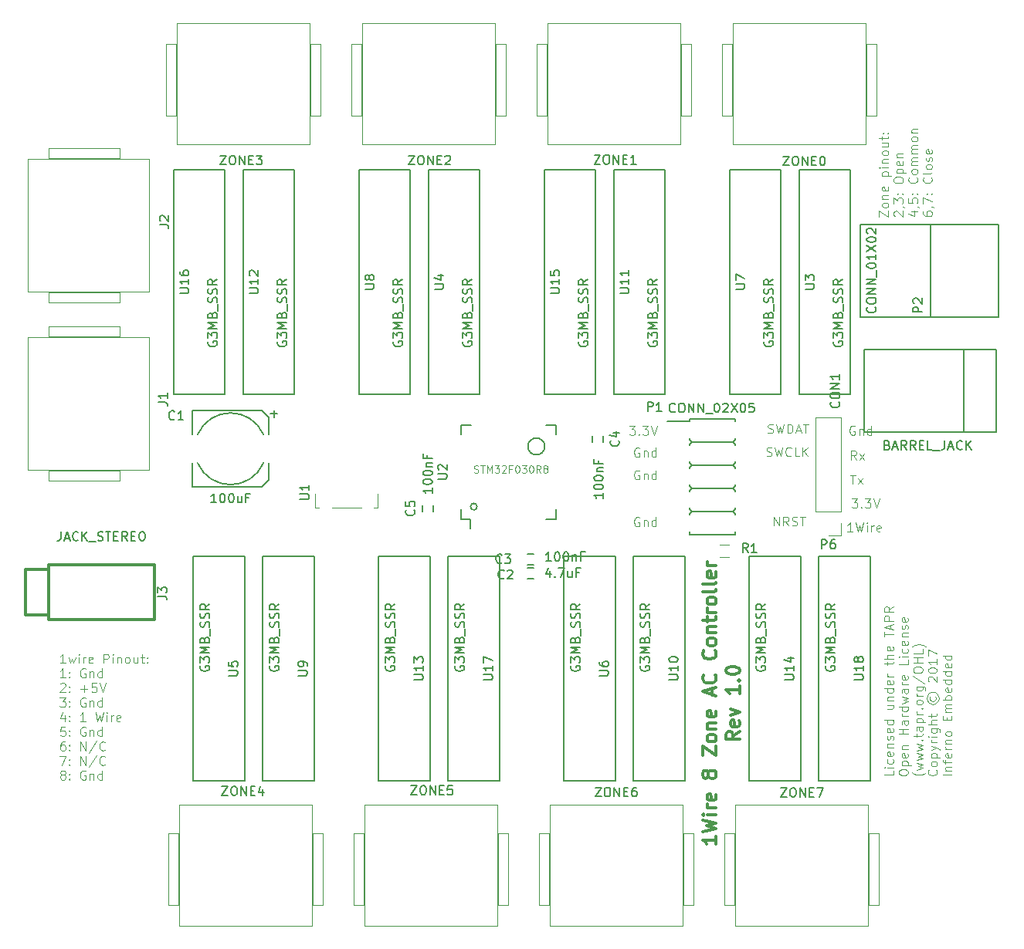
<source format=gto>
%TF.GenerationSoftware,KiCad,Pcbnew,(5.0.1)-3*%
%TF.CreationDate,2018-12-23T11:35:52+11:00*%
%TF.ProjectId,1Wire-AC_Zoning,31576972652D41435F5A6F6E696E672E,1.2*%
%TF.SameCoordinates,Original*%
%TF.FileFunction,Legend,Top*%
%TF.FilePolarity,Positive*%
%FSLAX46Y46*%
G04 Gerber Fmt 4.6, Leading zero omitted, Abs format (unit mm)*
G04 Created by KiCad (PCBNEW (5.0.1)-3) date 23/12/2018 11:35:52 AM*
%MOMM*%
%LPD*%
G01*
G04 APERTURE LIST*
%ADD10C,0.150000*%
%ADD11C,0.100000*%
%ADD12C,0.310000*%
%ADD13C,0.304800*%
%ADD14C,0.120000*%
%ADD15C,0.198120*%
G04 APERTURE END LIST*
D10*
X163983810Y-96266000D02*
G75*
G03X163983810Y-96266000I-915810J0D01*
G01*
X156569210Y-102870000D02*
G75*
G03X156569210Y-102870000I-359210J0D01*
G01*
D11*
X200658780Y-71039142D02*
X200658780Y-70372476D01*
X201658780Y-71039142D01*
X201658780Y-70372476D01*
X201658780Y-69848666D02*
X201611161Y-69943904D01*
X201563542Y-69991523D01*
X201468304Y-70039142D01*
X201182590Y-70039142D01*
X201087352Y-69991523D01*
X201039733Y-69943904D01*
X200992114Y-69848666D01*
X200992114Y-69705809D01*
X201039733Y-69610571D01*
X201087352Y-69562952D01*
X201182590Y-69515333D01*
X201468304Y-69515333D01*
X201563542Y-69562952D01*
X201611161Y-69610571D01*
X201658780Y-69705809D01*
X201658780Y-69848666D01*
X200992114Y-69086761D02*
X201658780Y-69086761D01*
X201087352Y-69086761D02*
X201039733Y-69039142D01*
X200992114Y-68943904D01*
X200992114Y-68801047D01*
X201039733Y-68705809D01*
X201134971Y-68658190D01*
X201658780Y-68658190D01*
X201611161Y-67801047D02*
X201658780Y-67896285D01*
X201658780Y-68086761D01*
X201611161Y-68182000D01*
X201515923Y-68229619D01*
X201134971Y-68229619D01*
X201039733Y-68182000D01*
X200992114Y-68086761D01*
X200992114Y-67896285D01*
X201039733Y-67801047D01*
X201134971Y-67753428D01*
X201230209Y-67753428D01*
X201325447Y-68229619D01*
X200992114Y-66562952D02*
X201992114Y-66562952D01*
X201039733Y-66562952D02*
X200992114Y-66467714D01*
X200992114Y-66277238D01*
X201039733Y-66182000D01*
X201087352Y-66134380D01*
X201182590Y-66086761D01*
X201468304Y-66086761D01*
X201563542Y-66134380D01*
X201611161Y-66182000D01*
X201658780Y-66277238D01*
X201658780Y-66467714D01*
X201611161Y-66562952D01*
X201658780Y-65658190D02*
X200992114Y-65658190D01*
X200658780Y-65658190D02*
X200706400Y-65705809D01*
X200754019Y-65658190D01*
X200706400Y-65610571D01*
X200658780Y-65658190D01*
X200754019Y-65658190D01*
X200992114Y-65182000D02*
X201658780Y-65182000D01*
X201087352Y-65182000D02*
X201039733Y-65134380D01*
X200992114Y-65039142D01*
X200992114Y-64896285D01*
X201039733Y-64801047D01*
X201134971Y-64753428D01*
X201658780Y-64753428D01*
X201658780Y-64134380D02*
X201611161Y-64229619D01*
X201563542Y-64277238D01*
X201468304Y-64324857D01*
X201182590Y-64324857D01*
X201087352Y-64277238D01*
X201039733Y-64229619D01*
X200992114Y-64134380D01*
X200992114Y-63991523D01*
X201039733Y-63896285D01*
X201087352Y-63848666D01*
X201182590Y-63801047D01*
X201468304Y-63801047D01*
X201563542Y-63848666D01*
X201611161Y-63896285D01*
X201658780Y-63991523D01*
X201658780Y-64134380D01*
X200992114Y-62943904D02*
X201658780Y-62943904D01*
X200992114Y-63372476D02*
X201515923Y-63372476D01*
X201611161Y-63324857D01*
X201658780Y-63229619D01*
X201658780Y-63086761D01*
X201611161Y-62991523D01*
X201563542Y-62943904D01*
X200992114Y-62610571D02*
X200992114Y-62229619D01*
X200658780Y-62467714D02*
X201515923Y-62467714D01*
X201611161Y-62420095D01*
X201658780Y-62324857D01*
X201658780Y-62229619D01*
X201563542Y-61896285D02*
X201611161Y-61848666D01*
X201658780Y-61896285D01*
X201611161Y-61943904D01*
X201563542Y-61896285D01*
X201658780Y-61896285D01*
X201039733Y-61896285D02*
X201087352Y-61848666D01*
X201134971Y-61896285D01*
X201087352Y-61943904D01*
X201039733Y-61896285D01*
X201134971Y-61896285D01*
X202354019Y-70991523D02*
X202306400Y-70943904D01*
X202258780Y-70848666D01*
X202258780Y-70610571D01*
X202306400Y-70515333D01*
X202354019Y-70467714D01*
X202449257Y-70420095D01*
X202544495Y-70420095D01*
X202687352Y-70467714D01*
X203258780Y-71039142D01*
X203258780Y-70420095D01*
X203211161Y-69943904D02*
X203258780Y-69943904D01*
X203354019Y-69991523D01*
X203401638Y-70039142D01*
X202258780Y-69610571D02*
X202258780Y-68991523D01*
X202639733Y-69324857D01*
X202639733Y-69182000D01*
X202687352Y-69086761D01*
X202734971Y-69039142D01*
X202830209Y-68991523D01*
X203068304Y-68991523D01*
X203163542Y-69039142D01*
X203211161Y-69086761D01*
X203258780Y-69182000D01*
X203258780Y-69467714D01*
X203211161Y-69562952D01*
X203163542Y-69610571D01*
X203163542Y-68562952D02*
X203211161Y-68515333D01*
X203258780Y-68562952D01*
X203211161Y-68610571D01*
X203163542Y-68562952D01*
X203258780Y-68562952D01*
X202639733Y-68562952D02*
X202687352Y-68515333D01*
X202734971Y-68562952D01*
X202687352Y-68610571D01*
X202639733Y-68562952D01*
X202734971Y-68562952D01*
X202258780Y-67134380D02*
X202258780Y-66943904D01*
X202306400Y-66848666D01*
X202401638Y-66753428D01*
X202592114Y-66705809D01*
X202925447Y-66705809D01*
X203115923Y-66753428D01*
X203211161Y-66848666D01*
X203258780Y-66943904D01*
X203258780Y-67134380D01*
X203211161Y-67229619D01*
X203115923Y-67324857D01*
X202925447Y-67372476D01*
X202592114Y-67372476D01*
X202401638Y-67324857D01*
X202306400Y-67229619D01*
X202258780Y-67134380D01*
X202592114Y-66277238D02*
X203592114Y-66277238D01*
X202639733Y-66277238D02*
X202592114Y-66182000D01*
X202592114Y-65991523D01*
X202639733Y-65896285D01*
X202687352Y-65848666D01*
X202782590Y-65801047D01*
X203068304Y-65801047D01*
X203163542Y-65848666D01*
X203211161Y-65896285D01*
X203258780Y-65991523D01*
X203258780Y-66182000D01*
X203211161Y-66277238D01*
X203211161Y-64991523D02*
X203258780Y-65086761D01*
X203258780Y-65277238D01*
X203211161Y-65372476D01*
X203115923Y-65420095D01*
X202734971Y-65420095D01*
X202639733Y-65372476D01*
X202592114Y-65277238D01*
X202592114Y-65086761D01*
X202639733Y-64991523D01*
X202734971Y-64943904D01*
X202830209Y-64943904D01*
X202925447Y-65420095D01*
X202592114Y-64515333D02*
X203258780Y-64515333D01*
X202687352Y-64515333D02*
X202639733Y-64467714D01*
X202592114Y-64372476D01*
X202592114Y-64229619D01*
X202639733Y-64134380D01*
X202734971Y-64086761D01*
X203258780Y-64086761D01*
X204192114Y-70515333D02*
X204858780Y-70515333D01*
X203811161Y-70753428D02*
X204525447Y-70991523D01*
X204525447Y-70372476D01*
X204811161Y-69943904D02*
X204858780Y-69943904D01*
X204954019Y-69991523D01*
X205001638Y-70039142D01*
X203858780Y-69039142D02*
X203858780Y-69515333D01*
X204334971Y-69562952D01*
X204287352Y-69515333D01*
X204239733Y-69420095D01*
X204239733Y-69182000D01*
X204287352Y-69086761D01*
X204334971Y-69039142D01*
X204430209Y-68991523D01*
X204668304Y-68991523D01*
X204763542Y-69039142D01*
X204811161Y-69086761D01*
X204858780Y-69182000D01*
X204858780Y-69420095D01*
X204811161Y-69515333D01*
X204763542Y-69562952D01*
X204763542Y-68562952D02*
X204811161Y-68515333D01*
X204858780Y-68562952D01*
X204811161Y-68610571D01*
X204763542Y-68562952D01*
X204858780Y-68562952D01*
X204239733Y-68562952D02*
X204287352Y-68515333D01*
X204334971Y-68562952D01*
X204287352Y-68610571D01*
X204239733Y-68562952D01*
X204334971Y-68562952D01*
X204763542Y-66753428D02*
X204811161Y-66801047D01*
X204858780Y-66943904D01*
X204858780Y-67039142D01*
X204811161Y-67182000D01*
X204715923Y-67277238D01*
X204620685Y-67324857D01*
X204430209Y-67372476D01*
X204287352Y-67372476D01*
X204096876Y-67324857D01*
X204001638Y-67277238D01*
X203906400Y-67182000D01*
X203858780Y-67039142D01*
X203858780Y-66943904D01*
X203906400Y-66801047D01*
X203954019Y-66753428D01*
X204858780Y-66182000D02*
X204811161Y-66277238D01*
X204763542Y-66324857D01*
X204668304Y-66372476D01*
X204382590Y-66372476D01*
X204287352Y-66324857D01*
X204239733Y-66277238D01*
X204192114Y-66182000D01*
X204192114Y-66039142D01*
X204239733Y-65943904D01*
X204287352Y-65896285D01*
X204382590Y-65848666D01*
X204668304Y-65848666D01*
X204763542Y-65896285D01*
X204811161Y-65943904D01*
X204858780Y-66039142D01*
X204858780Y-66182000D01*
X204858780Y-65420095D02*
X204192114Y-65420095D01*
X204287352Y-65420095D02*
X204239733Y-65372476D01*
X204192114Y-65277238D01*
X204192114Y-65134380D01*
X204239733Y-65039142D01*
X204334971Y-64991523D01*
X204858780Y-64991523D01*
X204334971Y-64991523D02*
X204239733Y-64943904D01*
X204192114Y-64848666D01*
X204192114Y-64705809D01*
X204239733Y-64610571D01*
X204334971Y-64562952D01*
X204858780Y-64562952D01*
X204858780Y-64086761D02*
X204192114Y-64086761D01*
X204287352Y-64086761D02*
X204239733Y-64039142D01*
X204192114Y-63943904D01*
X204192114Y-63801047D01*
X204239733Y-63705809D01*
X204334971Y-63658190D01*
X204858780Y-63658190D01*
X204334971Y-63658190D02*
X204239733Y-63610571D01*
X204192114Y-63515333D01*
X204192114Y-63372476D01*
X204239733Y-63277238D01*
X204334971Y-63229619D01*
X204858780Y-63229619D01*
X204858780Y-62610571D02*
X204811161Y-62705809D01*
X204763542Y-62753428D01*
X204668304Y-62801047D01*
X204382590Y-62801047D01*
X204287352Y-62753428D01*
X204239733Y-62705809D01*
X204192114Y-62610571D01*
X204192114Y-62467714D01*
X204239733Y-62372476D01*
X204287352Y-62324857D01*
X204382590Y-62277238D01*
X204668304Y-62277238D01*
X204763542Y-62324857D01*
X204811161Y-62372476D01*
X204858780Y-62467714D01*
X204858780Y-62610571D01*
X204192114Y-61848666D02*
X204858780Y-61848666D01*
X204287352Y-61848666D02*
X204239733Y-61801047D01*
X204192114Y-61705809D01*
X204192114Y-61562952D01*
X204239733Y-61467714D01*
X204334971Y-61420095D01*
X204858780Y-61420095D01*
X205458780Y-70515333D02*
X205458780Y-70705809D01*
X205506400Y-70801047D01*
X205554019Y-70848666D01*
X205696876Y-70943904D01*
X205887352Y-70991523D01*
X206268304Y-70991523D01*
X206363542Y-70943904D01*
X206411161Y-70896285D01*
X206458780Y-70801047D01*
X206458780Y-70610571D01*
X206411161Y-70515333D01*
X206363542Y-70467714D01*
X206268304Y-70420095D01*
X206030209Y-70420095D01*
X205934971Y-70467714D01*
X205887352Y-70515333D01*
X205839733Y-70610571D01*
X205839733Y-70801047D01*
X205887352Y-70896285D01*
X205934971Y-70943904D01*
X206030209Y-70991523D01*
X206411161Y-69943904D02*
X206458780Y-69943904D01*
X206554019Y-69991523D01*
X206601638Y-70039142D01*
X205458780Y-69610571D02*
X205458780Y-68943904D01*
X206458780Y-69372476D01*
X206363542Y-68562952D02*
X206411161Y-68515333D01*
X206458780Y-68562952D01*
X206411161Y-68610571D01*
X206363542Y-68562952D01*
X206458780Y-68562952D01*
X205839733Y-68562952D02*
X205887352Y-68515333D01*
X205934971Y-68562952D01*
X205887352Y-68610571D01*
X205839733Y-68562952D01*
X205934971Y-68562952D01*
X206363542Y-66753428D02*
X206411161Y-66801047D01*
X206458780Y-66943904D01*
X206458780Y-67039142D01*
X206411161Y-67182000D01*
X206315923Y-67277238D01*
X206220685Y-67324857D01*
X206030209Y-67372476D01*
X205887352Y-67372476D01*
X205696876Y-67324857D01*
X205601638Y-67277238D01*
X205506400Y-67182000D01*
X205458780Y-67039142D01*
X205458780Y-66943904D01*
X205506400Y-66801047D01*
X205554019Y-66753428D01*
X206458780Y-66182000D02*
X206411161Y-66277238D01*
X206315923Y-66324857D01*
X205458780Y-66324857D01*
X206458780Y-65658190D02*
X206411161Y-65753428D01*
X206363542Y-65801047D01*
X206268304Y-65848666D01*
X205982590Y-65848666D01*
X205887352Y-65801047D01*
X205839733Y-65753428D01*
X205792114Y-65658190D01*
X205792114Y-65515333D01*
X205839733Y-65420095D01*
X205887352Y-65372476D01*
X205982590Y-65324857D01*
X206268304Y-65324857D01*
X206363542Y-65372476D01*
X206411161Y-65420095D01*
X206458780Y-65515333D01*
X206458780Y-65658190D01*
X206411161Y-64943904D02*
X206458780Y-64848666D01*
X206458780Y-64658190D01*
X206411161Y-64562952D01*
X206315923Y-64515333D01*
X206268304Y-64515333D01*
X206173066Y-64562952D01*
X206125447Y-64658190D01*
X206125447Y-64801047D01*
X206077828Y-64896285D01*
X205982590Y-64943904D01*
X205934971Y-64943904D01*
X205839733Y-64896285D01*
X205792114Y-64801047D01*
X205792114Y-64658190D01*
X205839733Y-64562952D01*
X206411161Y-63705809D02*
X206458780Y-63801047D01*
X206458780Y-63991523D01*
X206411161Y-64086761D01*
X206315923Y-64134380D01*
X205934971Y-64134380D01*
X205839733Y-64086761D01*
X205792114Y-63991523D01*
X205792114Y-63801047D01*
X205839733Y-63705809D01*
X205934971Y-63658190D01*
X206030209Y-63658190D01*
X206125447Y-64134380D01*
X197747095Y-105608380D02*
X197175666Y-105608380D01*
X197461380Y-105608380D02*
X197461380Y-104608380D01*
X197366142Y-104751238D01*
X197270904Y-104846476D01*
X197175666Y-104894095D01*
X198080428Y-104608380D02*
X198318523Y-105608380D01*
X198509000Y-104894095D01*
X198699476Y-105608380D01*
X198937571Y-104608380D01*
X199318523Y-105608380D02*
X199318523Y-104941714D01*
X199318523Y-104608380D02*
X199270904Y-104656000D01*
X199318523Y-104703619D01*
X199366142Y-104656000D01*
X199318523Y-104608380D01*
X199318523Y-104703619D01*
X199794714Y-105608380D02*
X199794714Y-104941714D01*
X199794714Y-105132190D02*
X199842333Y-105036952D01*
X199889952Y-104989333D01*
X199985190Y-104941714D01*
X200080428Y-104941714D01*
X200794714Y-105560761D02*
X200699476Y-105608380D01*
X200509000Y-105608380D01*
X200413761Y-105560761D01*
X200366142Y-105465523D01*
X200366142Y-105084571D01*
X200413761Y-104989333D01*
X200509000Y-104941714D01*
X200699476Y-104941714D01*
X200794714Y-104989333D01*
X200842333Y-105084571D01*
X200842333Y-105179809D01*
X200366142Y-105275047D01*
X111443904Y-120036380D02*
X110872476Y-120036380D01*
X111158190Y-120036380D02*
X111158190Y-119036380D01*
X111062952Y-119179238D01*
X110967714Y-119274476D01*
X110872476Y-119322095D01*
X111777238Y-119369714D02*
X111967714Y-120036380D01*
X112158190Y-119560190D01*
X112348666Y-120036380D01*
X112539142Y-119369714D01*
X112920095Y-120036380D02*
X112920095Y-119369714D01*
X112920095Y-119036380D02*
X112872476Y-119084000D01*
X112920095Y-119131619D01*
X112967714Y-119084000D01*
X112920095Y-119036380D01*
X112920095Y-119131619D01*
X113396285Y-120036380D02*
X113396285Y-119369714D01*
X113396285Y-119560190D02*
X113443904Y-119464952D01*
X113491523Y-119417333D01*
X113586761Y-119369714D01*
X113682000Y-119369714D01*
X114396285Y-119988761D02*
X114301047Y-120036380D01*
X114110571Y-120036380D01*
X114015333Y-119988761D01*
X113967714Y-119893523D01*
X113967714Y-119512571D01*
X114015333Y-119417333D01*
X114110571Y-119369714D01*
X114301047Y-119369714D01*
X114396285Y-119417333D01*
X114443904Y-119512571D01*
X114443904Y-119607809D01*
X113967714Y-119703047D01*
X115634380Y-120036380D02*
X115634380Y-119036380D01*
X116015333Y-119036380D01*
X116110571Y-119084000D01*
X116158190Y-119131619D01*
X116205809Y-119226857D01*
X116205809Y-119369714D01*
X116158190Y-119464952D01*
X116110571Y-119512571D01*
X116015333Y-119560190D01*
X115634380Y-119560190D01*
X116634380Y-120036380D02*
X116634380Y-119369714D01*
X116634380Y-119036380D02*
X116586761Y-119084000D01*
X116634380Y-119131619D01*
X116682000Y-119084000D01*
X116634380Y-119036380D01*
X116634380Y-119131619D01*
X117110571Y-119369714D02*
X117110571Y-120036380D01*
X117110571Y-119464952D02*
X117158190Y-119417333D01*
X117253428Y-119369714D01*
X117396285Y-119369714D01*
X117491523Y-119417333D01*
X117539142Y-119512571D01*
X117539142Y-120036380D01*
X118158190Y-120036380D02*
X118062952Y-119988761D01*
X118015333Y-119941142D01*
X117967714Y-119845904D01*
X117967714Y-119560190D01*
X118015333Y-119464952D01*
X118062952Y-119417333D01*
X118158190Y-119369714D01*
X118301047Y-119369714D01*
X118396285Y-119417333D01*
X118443904Y-119464952D01*
X118491523Y-119560190D01*
X118491523Y-119845904D01*
X118443904Y-119941142D01*
X118396285Y-119988761D01*
X118301047Y-120036380D01*
X118158190Y-120036380D01*
X119348666Y-119369714D02*
X119348666Y-120036380D01*
X118920095Y-119369714D02*
X118920095Y-119893523D01*
X118967714Y-119988761D01*
X119062952Y-120036380D01*
X119205809Y-120036380D01*
X119301047Y-119988761D01*
X119348666Y-119941142D01*
X119682000Y-119369714D02*
X120062952Y-119369714D01*
X119824857Y-119036380D02*
X119824857Y-119893523D01*
X119872476Y-119988761D01*
X119967714Y-120036380D01*
X120062952Y-120036380D01*
X120396285Y-119941142D02*
X120443904Y-119988761D01*
X120396285Y-120036380D01*
X120348666Y-119988761D01*
X120396285Y-119941142D01*
X120396285Y-120036380D01*
X120396285Y-119417333D02*
X120443904Y-119464952D01*
X120396285Y-119512571D01*
X120348666Y-119464952D01*
X120396285Y-119417333D01*
X120396285Y-119512571D01*
X111443904Y-121636380D02*
X110872476Y-121636380D01*
X111158190Y-121636380D02*
X111158190Y-120636380D01*
X111062952Y-120779238D01*
X110967714Y-120874476D01*
X110872476Y-120922095D01*
X111872476Y-121541142D02*
X111920095Y-121588761D01*
X111872476Y-121636380D01*
X111824857Y-121588761D01*
X111872476Y-121541142D01*
X111872476Y-121636380D01*
X111872476Y-121017333D02*
X111920095Y-121064952D01*
X111872476Y-121112571D01*
X111824857Y-121064952D01*
X111872476Y-121017333D01*
X111872476Y-121112571D01*
X113634380Y-120684000D02*
X113539142Y-120636380D01*
X113396285Y-120636380D01*
X113253428Y-120684000D01*
X113158190Y-120779238D01*
X113110571Y-120874476D01*
X113062952Y-121064952D01*
X113062952Y-121207809D01*
X113110571Y-121398285D01*
X113158190Y-121493523D01*
X113253428Y-121588761D01*
X113396285Y-121636380D01*
X113491523Y-121636380D01*
X113634380Y-121588761D01*
X113682000Y-121541142D01*
X113682000Y-121207809D01*
X113491523Y-121207809D01*
X114110571Y-120969714D02*
X114110571Y-121636380D01*
X114110571Y-121064952D02*
X114158190Y-121017333D01*
X114253428Y-120969714D01*
X114396285Y-120969714D01*
X114491523Y-121017333D01*
X114539142Y-121112571D01*
X114539142Y-121636380D01*
X115443904Y-121636380D02*
X115443904Y-120636380D01*
X115443904Y-121588761D02*
X115348666Y-121636380D01*
X115158190Y-121636380D01*
X115062952Y-121588761D01*
X115015333Y-121541142D01*
X114967714Y-121445904D01*
X114967714Y-121160190D01*
X115015333Y-121064952D01*
X115062952Y-121017333D01*
X115158190Y-120969714D01*
X115348666Y-120969714D01*
X115443904Y-121017333D01*
X110872476Y-122331619D02*
X110920095Y-122284000D01*
X111015333Y-122236380D01*
X111253428Y-122236380D01*
X111348666Y-122284000D01*
X111396285Y-122331619D01*
X111443904Y-122426857D01*
X111443904Y-122522095D01*
X111396285Y-122664952D01*
X110824857Y-123236380D01*
X111443904Y-123236380D01*
X111872476Y-123141142D02*
X111920095Y-123188761D01*
X111872476Y-123236380D01*
X111824857Y-123188761D01*
X111872476Y-123141142D01*
X111872476Y-123236380D01*
X111872476Y-122617333D02*
X111920095Y-122664952D01*
X111872476Y-122712571D01*
X111824857Y-122664952D01*
X111872476Y-122617333D01*
X111872476Y-122712571D01*
X113110571Y-122855428D02*
X113872476Y-122855428D01*
X113491523Y-123236380D02*
X113491523Y-122474476D01*
X114824857Y-122236380D02*
X114348666Y-122236380D01*
X114301047Y-122712571D01*
X114348666Y-122664952D01*
X114443904Y-122617333D01*
X114682000Y-122617333D01*
X114777238Y-122664952D01*
X114824857Y-122712571D01*
X114872476Y-122807809D01*
X114872476Y-123045904D01*
X114824857Y-123141142D01*
X114777238Y-123188761D01*
X114682000Y-123236380D01*
X114443904Y-123236380D01*
X114348666Y-123188761D01*
X114301047Y-123141142D01*
X115158190Y-122236380D02*
X115491523Y-123236380D01*
X115824857Y-122236380D01*
X110824857Y-123836380D02*
X111443904Y-123836380D01*
X111110571Y-124217333D01*
X111253428Y-124217333D01*
X111348666Y-124264952D01*
X111396285Y-124312571D01*
X111443904Y-124407809D01*
X111443904Y-124645904D01*
X111396285Y-124741142D01*
X111348666Y-124788761D01*
X111253428Y-124836380D01*
X110967714Y-124836380D01*
X110872476Y-124788761D01*
X110824857Y-124741142D01*
X111872476Y-124741142D02*
X111920095Y-124788761D01*
X111872476Y-124836380D01*
X111824857Y-124788761D01*
X111872476Y-124741142D01*
X111872476Y-124836380D01*
X111872476Y-124217333D02*
X111920095Y-124264952D01*
X111872476Y-124312571D01*
X111824857Y-124264952D01*
X111872476Y-124217333D01*
X111872476Y-124312571D01*
X113634380Y-123884000D02*
X113539142Y-123836380D01*
X113396285Y-123836380D01*
X113253428Y-123884000D01*
X113158190Y-123979238D01*
X113110571Y-124074476D01*
X113062952Y-124264952D01*
X113062952Y-124407809D01*
X113110571Y-124598285D01*
X113158190Y-124693523D01*
X113253428Y-124788761D01*
X113396285Y-124836380D01*
X113491523Y-124836380D01*
X113634380Y-124788761D01*
X113682000Y-124741142D01*
X113682000Y-124407809D01*
X113491523Y-124407809D01*
X114110571Y-124169714D02*
X114110571Y-124836380D01*
X114110571Y-124264952D02*
X114158190Y-124217333D01*
X114253428Y-124169714D01*
X114396285Y-124169714D01*
X114491523Y-124217333D01*
X114539142Y-124312571D01*
X114539142Y-124836380D01*
X115443904Y-124836380D02*
X115443904Y-123836380D01*
X115443904Y-124788761D02*
X115348666Y-124836380D01*
X115158190Y-124836380D01*
X115062952Y-124788761D01*
X115015333Y-124741142D01*
X114967714Y-124645904D01*
X114967714Y-124360190D01*
X115015333Y-124264952D01*
X115062952Y-124217333D01*
X115158190Y-124169714D01*
X115348666Y-124169714D01*
X115443904Y-124217333D01*
X111348666Y-125769714D02*
X111348666Y-126436380D01*
X111110571Y-125388761D02*
X110872476Y-126103047D01*
X111491523Y-126103047D01*
X111872476Y-126341142D02*
X111920095Y-126388761D01*
X111872476Y-126436380D01*
X111824857Y-126388761D01*
X111872476Y-126341142D01*
X111872476Y-126436380D01*
X111872476Y-125817333D02*
X111920095Y-125864952D01*
X111872476Y-125912571D01*
X111824857Y-125864952D01*
X111872476Y-125817333D01*
X111872476Y-125912571D01*
X113634380Y-126436380D02*
X113062952Y-126436380D01*
X113348666Y-126436380D02*
X113348666Y-125436380D01*
X113253428Y-125579238D01*
X113158190Y-125674476D01*
X113062952Y-125722095D01*
X114729619Y-125436380D02*
X114967714Y-126436380D01*
X115158190Y-125722095D01*
X115348666Y-126436380D01*
X115586761Y-125436380D01*
X115967714Y-126436380D02*
X115967714Y-125769714D01*
X115967714Y-125436380D02*
X115920095Y-125484000D01*
X115967714Y-125531619D01*
X116015333Y-125484000D01*
X115967714Y-125436380D01*
X115967714Y-125531619D01*
X116443904Y-126436380D02*
X116443904Y-125769714D01*
X116443904Y-125960190D02*
X116491523Y-125864952D01*
X116539142Y-125817333D01*
X116634380Y-125769714D01*
X116729619Y-125769714D01*
X117443904Y-126388761D02*
X117348666Y-126436380D01*
X117158190Y-126436380D01*
X117062952Y-126388761D01*
X117015333Y-126293523D01*
X117015333Y-125912571D01*
X117062952Y-125817333D01*
X117158190Y-125769714D01*
X117348666Y-125769714D01*
X117443904Y-125817333D01*
X117491523Y-125912571D01*
X117491523Y-126007809D01*
X117015333Y-126103047D01*
X111396285Y-127036380D02*
X110920095Y-127036380D01*
X110872476Y-127512571D01*
X110920095Y-127464952D01*
X111015333Y-127417333D01*
X111253428Y-127417333D01*
X111348666Y-127464952D01*
X111396285Y-127512571D01*
X111443904Y-127607809D01*
X111443904Y-127845904D01*
X111396285Y-127941142D01*
X111348666Y-127988761D01*
X111253428Y-128036380D01*
X111015333Y-128036380D01*
X110920095Y-127988761D01*
X110872476Y-127941142D01*
X111872476Y-127941142D02*
X111920095Y-127988761D01*
X111872476Y-128036380D01*
X111824857Y-127988761D01*
X111872476Y-127941142D01*
X111872476Y-128036380D01*
X111872476Y-127417333D02*
X111920095Y-127464952D01*
X111872476Y-127512571D01*
X111824857Y-127464952D01*
X111872476Y-127417333D01*
X111872476Y-127512571D01*
X113634380Y-127084000D02*
X113539142Y-127036380D01*
X113396285Y-127036380D01*
X113253428Y-127084000D01*
X113158190Y-127179238D01*
X113110571Y-127274476D01*
X113062952Y-127464952D01*
X113062952Y-127607809D01*
X113110571Y-127798285D01*
X113158190Y-127893523D01*
X113253428Y-127988761D01*
X113396285Y-128036380D01*
X113491523Y-128036380D01*
X113634380Y-127988761D01*
X113682000Y-127941142D01*
X113682000Y-127607809D01*
X113491523Y-127607809D01*
X114110571Y-127369714D02*
X114110571Y-128036380D01*
X114110571Y-127464952D02*
X114158190Y-127417333D01*
X114253428Y-127369714D01*
X114396285Y-127369714D01*
X114491523Y-127417333D01*
X114539142Y-127512571D01*
X114539142Y-128036380D01*
X115443904Y-128036380D02*
X115443904Y-127036380D01*
X115443904Y-127988761D02*
X115348666Y-128036380D01*
X115158190Y-128036380D01*
X115062952Y-127988761D01*
X115015333Y-127941142D01*
X114967714Y-127845904D01*
X114967714Y-127560190D01*
X115015333Y-127464952D01*
X115062952Y-127417333D01*
X115158190Y-127369714D01*
X115348666Y-127369714D01*
X115443904Y-127417333D01*
X111348666Y-128636380D02*
X111158190Y-128636380D01*
X111062952Y-128684000D01*
X111015333Y-128731619D01*
X110920095Y-128874476D01*
X110872476Y-129064952D01*
X110872476Y-129445904D01*
X110920095Y-129541142D01*
X110967714Y-129588761D01*
X111062952Y-129636380D01*
X111253428Y-129636380D01*
X111348666Y-129588761D01*
X111396285Y-129541142D01*
X111443904Y-129445904D01*
X111443904Y-129207809D01*
X111396285Y-129112571D01*
X111348666Y-129064952D01*
X111253428Y-129017333D01*
X111062952Y-129017333D01*
X110967714Y-129064952D01*
X110920095Y-129112571D01*
X110872476Y-129207809D01*
X111872476Y-129541142D02*
X111920095Y-129588761D01*
X111872476Y-129636380D01*
X111824857Y-129588761D01*
X111872476Y-129541142D01*
X111872476Y-129636380D01*
X111872476Y-129017333D02*
X111920095Y-129064952D01*
X111872476Y-129112571D01*
X111824857Y-129064952D01*
X111872476Y-129017333D01*
X111872476Y-129112571D01*
X113110571Y-129636380D02*
X113110571Y-128636380D01*
X113682000Y-129636380D01*
X113682000Y-128636380D01*
X114872476Y-128588761D02*
X114015333Y-129874476D01*
X115777238Y-129541142D02*
X115729619Y-129588761D01*
X115586761Y-129636380D01*
X115491523Y-129636380D01*
X115348666Y-129588761D01*
X115253428Y-129493523D01*
X115205809Y-129398285D01*
X115158190Y-129207809D01*
X115158190Y-129064952D01*
X115205809Y-128874476D01*
X115253428Y-128779238D01*
X115348666Y-128684000D01*
X115491523Y-128636380D01*
X115586761Y-128636380D01*
X115729619Y-128684000D01*
X115777238Y-128731619D01*
X110824857Y-130236380D02*
X111491523Y-130236380D01*
X111062952Y-131236380D01*
X111872476Y-131141142D02*
X111920095Y-131188761D01*
X111872476Y-131236380D01*
X111824857Y-131188761D01*
X111872476Y-131141142D01*
X111872476Y-131236380D01*
X111872476Y-130617333D02*
X111920095Y-130664952D01*
X111872476Y-130712571D01*
X111824857Y-130664952D01*
X111872476Y-130617333D01*
X111872476Y-130712571D01*
X113110571Y-131236380D02*
X113110571Y-130236380D01*
X113682000Y-131236380D01*
X113682000Y-130236380D01*
X114872476Y-130188761D02*
X114015333Y-131474476D01*
X115777238Y-131141142D02*
X115729619Y-131188761D01*
X115586761Y-131236380D01*
X115491523Y-131236380D01*
X115348666Y-131188761D01*
X115253428Y-131093523D01*
X115205809Y-130998285D01*
X115158190Y-130807809D01*
X115158190Y-130664952D01*
X115205809Y-130474476D01*
X115253428Y-130379238D01*
X115348666Y-130284000D01*
X115491523Y-130236380D01*
X115586761Y-130236380D01*
X115729619Y-130284000D01*
X115777238Y-130331619D01*
X111062952Y-132264952D02*
X110967714Y-132217333D01*
X110920095Y-132169714D01*
X110872476Y-132074476D01*
X110872476Y-132026857D01*
X110920095Y-131931619D01*
X110967714Y-131884000D01*
X111062952Y-131836380D01*
X111253428Y-131836380D01*
X111348666Y-131884000D01*
X111396285Y-131931619D01*
X111443904Y-132026857D01*
X111443904Y-132074476D01*
X111396285Y-132169714D01*
X111348666Y-132217333D01*
X111253428Y-132264952D01*
X111062952Y-132264952D01*
X110967714Y-132312571D01*
X110920095Y-132360190D01*
X110872476Y-132455428D01*
X110872476Y-132645904D01*
X110920095Y-132741142D01*
X110967714Y-132788761D01*
X111062952Y-132836380D01*
X111253428Y-132836380D01*
X111348666Y-132788761D01*
X111396285Y-132741142D01*
X111443904Y-132645904D01*
X111443904Y-132455428D01*
X111396285Y-132360190D01*
X111348666Y-132312571D01*
X111253428Y-132264952D01*
X111872476Y-132741142D02*
X111920095Y-132788761D01*
X111872476Y-132836380D01*
X111824857Y-132788761D01*
X111872476Y-132741142D01*
X111872476Y-132836380D01*
X111872476Y-132217333D02*
X111920095Y-132264952D01*
X111872476Y-132312571D01*
X111824857Y-132264952D01*
X111872476Y-132217333D01*
X111872476Y-132312571D01*
X113634380Y-131884000D02*
X113539142Y-131836380D01*
X113396285Y-131836380D01*
X113253428Y-131884000D01*
X113158190Y-131979238D01*
X113110571Y-132074476D01*
X113062952Y-132264952D01*
X113062952Y-132407809D01*
X113110571Y-132598285D01*
X113158190Y-132693523D01*
X113253428Y-132788761D01*
X113396285Y-132836380D01*
X113491523Y-132836380D01*
X113634380Y-132788761D01*
X113682000Y-132741142D01*
X113682000Y-132407809D01*
X113491523Y-132407809D01*
X114110571Y-132169714D02*
X114110571Y-132836380D01*
X114110571Y-132264952D02*
X114158190Y-132217333D01*
X114253428Y-132169714D01*
X114396285Y-132169714D01*
X114491523Y-132217333D01*
X114539142Y-132312571D01*
X114539142Y-132836380D01*
X115443904Y-132836380D02*
X115443904Y-131836380D01*
X115443904Y-132788761D02*
X115348666Y-132836380D01*
X115158190Y-132836380D01*
X115062952Y-132788761D01*
X115015333Y-132741142D01*
X114967714Y-132645904D01*
X114967714Y-132360190D01*
X115015333Y-132264952D01*
X115062952Y-132217333D01*
X115158190Y-132169714D01*
X115348666Y-132169714D01*
X115443904Y-132217333D01*
D12*
X182786571Y-139031428D02*
X182786571Y-139888571D01*
X182786571Y-139460000D02*
X181286571Y-139460000D01*
X181500857Y-139602857D01*
X181643714Y-139745714D01*
X181715142Y-139888571D01*
X181286571Y-138531428D02*
X182786571Y-138174285D01*
X181715142Y-137888571D01*
X182786571Y-137602857D01*
X181286571Y-137245714D01*
X182786571Y-136674285D02*
X181786571Y-136674285D01*
X181286571Y-136674285D02*
X181358000Y-136745714D01*
X181429428Y-136674285D01*
X181358000Y-136602857D01*
X181286571Y-136674285D01*
X181429428Y-136674285D01*
X182786571Y-135960000D02*
X181786571Y-135960000D01*
X182072285Y-135960000D02*
X181929428Y-135888571D01*
X181858000Y-135817142D01*
X181786571Y-135674285D01*
X181786571Y-135531428D01*
X182715142Y-134460000D02*
X182786571Y-134602857D01*
X182786571Y-134888571D01*
X182715142Y-135031428D01*
X182572285Y-135102857D01*
X182000857Y-135102857D01*
X181858000Y-135031428D01*
X181786571Y-134888571D01*
X181786571Y-134602857D01*
X181858000Y-134460000D01*
X182000857Y-134388571D01*
X182143714Y-134388571D01*
X182286571Y-135102857D01*
X181929428Y-132388571D02*
X181858000Y-132531428D01*
X181786571Y-132602857D01*
X181643714Y-132674285D01*
X181572285Y-132674285D01*
X181429428Y-132602857D01*
X181358000Y-132531428D01*
X181286571Y-132388571D01*
X181286571Y-132102857D01*
X181358000Y-131960000D01*
X181429428Y-131888571D01*
X181572285Y-131817142D01*
X181643714Y-131817142D01*
X181786571Y-131888571D01*
X181858000Y-131960000D01*
X181929428Y-132102857D01*
X181929428Y-132388571D01*
X182000857Y-132531428D01*
X182072285Y-132602857D01*
X182215142Y-132674285D01*
X182500857Y-132674285D01*
X182643714Y-132602857D01*
X182715142Y-132531428D01*
X182786571Y-132388571D01*
X182786571Y-132102857D01*
X182715142Y-131960000D01*
X182643714Y-131888571D01*
X182500857Y-131817142D01*
X182215142Y-131817142D01*
X182072285Y-131888571D01*
X182000857Y-131960000D01*
X181929428Y-132102857D01*
X181286571Y-130174285D02*
X181286571Y-129174285D01*
X182786571Y-130174285D01*
X182786571Y-129174285D01*
X182786571Y-128388571D02*
X182715142Y-128531428D01*
X182643714Y-128602857D01*
X182500857Y-128674285D01*
X182072285Y-128674285D01*
X181929428Y-128602857D01*
X181858000Y-128531428D01*
X181786571Y-128388571D01*
X181786571Y-128174285D01*
X181858000Y-128031428D01*
X181929428Y-127960000D01*
X182072285Y-127888571D01*
X182500857Y-127888571D01*
X182643714Y-127960000D01*
X182715142Y-128031428D01*
X182786571Y-128174285D01*
X182786571Y-128388571D01*
X181786571Y-127245714D02*
X182786571Y-127245714D01*
X181929428Y-127245714D02*
X181858000Y-127174285D01*
X181786571Y-127031428D01*
X181786571Y-126817142D01*
X181858000Y-126674285D01*
X182000857Y-126602857D01*
X182786571Y-126602857D01*
X182715142Y-125317142D02*
X182786571Y-125460000D01*
X182786571Y-125745714D01*
X182715142Y-125888571D01*
X182572285Y-125960000D01*
X182000857Y-125960000D01*
X181858000Y-125888571D01*
X181786571Y-125745714D01*
X181786571Y-125460000D01*
X181858000Y-125317142D01*
X182000857Y-125245714D01*
X182143714Y-125245714D01*
X182286571Y-125960000D01*
X182358000Y-123531428D02*
X182358000Y-122817142D01*
X182786571Y-123674285D02*
X181286571Y-123174285D01*
X182786571Y-122674285D01*
X182643714Y-121317142D02*
X182715142Y-121388571D01*
X182786571Y-121602857D01*
X182786571Y-121745714D01*
X182715142Y-121960000D01*
X182572285Y-122102857D01*
X182429428Y-122174285D01*
X182143714Y-122245714D01*
X181929428Y-122245714D01*
X181643714Y-122174285D01*
X181500857Y-122102857D01*
X181358000Y-121960000D01*
X181286571Y-121745714D01*
X181286571Y-121602857D01*
X181358000Y-121388571D01*
X181429428Y-121317142D01*
X182643714Y-118674285D02*
X182715142Y-118745714D01*
X182786571Y-118960000D01*
X182786571Y-119102857D01*
X182715142Y-119317142D01*
X182572285Y-119460000D01*
X182429428Y-119531428D01*
X182143714Y-119602857D01*
X181929428Y-119602857D01*
X181643714Y-119531428D01*
X181500857Y-119460000D01*
X181358000Y-119317142D01*
X181286571Y-119102857D01*
X181286571Y-118960000D01*
X181358000Y-118745714D01*
X181429428Y-118674285D01*
X182786571Y-117817142D02*
X182715142Y-117960000D01*
X182643714Y-118031428D01*
X182500857Y-118102857D01*
X182072285Y-118102857D01*
X181929428Y-118031428D01*
X181858000Y-117960000D01*
X181786571Y-117817142D01*
X181786571Y-117602857D01*
X181858000Y-117460000D01*
X181929428Y-117388571D01*
X182072285Y-117317142D01*
X182500857Y-117317142D01*
X182643714Y-117388571D01*
X182715142Y-117460000D01*
X182786571Y-117602857D01*
X182786571Y-117817142D01*
X181786571Y-116674285D02*
X182786571Y-116674285D01*
X181929428Y-116674285D02*
X181858000Y-116602857D01*
X181786571Y-116460000D01*
X181786571Y-116245714D01*
X181858000Y-116102857D01*
X182000857Y-116031428D01*
X182786571Y-116031428D01*
X181786571Y-115531428D02*
X181786571Y-114960000D01*
X181286571Y-115317142D02*
X182572285Y-115317142D01*
X182715142Y-115245714D01*
X182786571Y-115102857D01*
X182786571Y-114960000D01*
X182786571Y-114460000D02*
X181786571Y-114460000D01*
X182072285Y-114460000D02*
X181929428Y-114388571D01*
X181858000Y-114317142D01*
X181786571Y-114174285D01*
X181786571Y-114031428D01*
X182786571Y-113317142D02*
X182715142Y-113460000D01*
X182643714Y-113531428D01*
X182500857Y-113602857D01*
X182072285Y-113602857D01*
X181929428Y-113531428D01*
X181858000Y-113460000D01*
X181786571Y-113317142D01*
X181786571Y-113102857D01*
X181858000Y-112960000D01*
X181929428Y-112888571D01*
X182072285Y-112817142D01*
X182500857Y-112817142D01*
X182643714Y-112888571D01*
X182715142Y-112960000D01*
X182786571Y-113102857D01*
X182786571Y-113317142D01*
X182786571Y-111960000D02*
X182715142Y-112102857D01*
X182572285Y-112174285D01*
X181286571Y-112174285D01*
X182786571Y-111174285D02*
X182715142Y-111317142D01*
X182572285Y-111388571D01*
X181286571Y-111388571D01*
X182715142Y-110031428D02*
X182786571Y-110174285D01*
X182786571Y-110460000D01*
X182715142Y-110602857D01*
X182572285Y-110674285D01*
X182000857Y-110674285D01*
X181858000Y-110602857D01*
X181786571Y-110460000D01*
X181786571Y-110174285D01*
X181858000Y-110031428D01*
X182000857Y-109960000D01*
X182143714Y-109960000D01*
X182286571Y-110674285D01*
X182786571Y-109317142D02*
X181786571Y-109317142D01*
X182072285Y-109317142D02*
X181929428Y-109245714D01*
X181858000Y-109174285D01*
X181786571Y-109031428D01*
X181786571Y-108888571D01*
X185346571Y-127567142D02*
X184632285Y-128067142D01*
X185346571Y-128424285D02*
X183846571Y-128424285D01*
X183846571Y-127852857D01*
X183918000Y-127710000D01*
X183989428Y-127638571D01*
X184132285Y-127567142D01*
X184346571Y-127567142D01*
X184489428Y-127638571D01*
X184560857Y-127710000D01*
X184632285Y-127852857D01*
X184632285Y-128424285D01*
X185275142Y-126352857D02*
X185346571Y-126495714D01*
X185346571Y-126781428D01*
X185275142Y-126924285D01*
X185132285Y-126995714D01*
X184560857Y-126995714D01*
X184418000Y-126924285D01*
X184346571Y-126781428D01*
X184346571Y-126495714D01*
X184418000Y-126352857D01*
X184560857Y-126281428D01*
X184703714Y-126281428D01*
X184846571Y-126995714D01*
X184346571Y-125781428D02*
X185346571Y-125424285D01*
X184346571Y-125067142D01*
X185346571Y-122567142D02*
X185346571Y-123424285D01*
X185346571Y-122995714D02*
X183846571Y-122995714D01*
X184060857Y-123138571D01*
X184203714Y-123281428D01*
X184275142Y-123424285D01*
X185203714Y-121924285D02*
X185275142Y-121852857D01*
X185346571Y-121924285D01*
X185275142Y-121995714D01*
X185203714Y-121924285D01*
X185346571Y-121924285D01*
X183846571Y-120924285D02*
X183846571Y-120781428D01*
X183918000Y-120638571D01*
X183989428Y-120567142D01*
X184132285Y-120495714D01*
X184418000Y-120424285D01*
X184775142Y-120424285D01*
X185060857Y-120495714D01*
X185203714Y-120567142D01*
X185275142Y-120638571D01*
X185346571Y-120781428D01*
X185346571Y-120924285D01*
X185275142Y-121067142D01*
X185203714Y-121138571D01*
X185060857Y-121210000D01*
X184775142Y-121281428D01*
X184418000Y-121281428D01*
X184132285Y-121210000D01*
X183989428Y-121138571D01*
X183918000Y-121067142D01*
X183846571Y-120924285D01*
D11*
X202204980Y-131834114D02*
X202204980Y-132310304D01*
X201204980Y-132310304D01*
X202204980Y-131500780D02*
X201538314Y-131500780D01*
X201204980Y-131500780D02*
X201252600Y-131548400D01*
X201300219Y-131500780D01*
X201252600Y-131453161D01*
X201204980Y-131500780D01*
X201300219Y-131500780D01*
X202157361Y-130596019D02*
X202204980Y-130691257D01*
X202204980Y-130881733D01*
X202157361Y-130976971D01*
X202109742Y-131024590D01*
X202014504Y-131072209D01*
X201728790Y-131072209D01*
X201633552Y-131024590D01*
X201585933Y-130976971D01*
X201538314Y-130881733D01*
X201538314Y-130691257D01*
X201585933Y-130596019D01*
X202157361Y-129786495D02*
X202204980Y-129881733D01*
X202204980Y-130072209D01*
X202157361Y-130167447D01*
X202062123Y-130215066D01*
X201681171Y-130215066D01*
X201585933Y-130167447D01*
X201538314Y-130072209D01*
X201538314Y-129881733D01*
X201585933Y-129786495D01*
X201681171Y-129738876D01*
X201776409Y-129738876D01*
X201871647Y-130215066D01*
X201538314Y-129310304D02*
X202204980Y-129310304D01*
X201633552Y-129310304D02*
X201585933Y-129262685D01*
X201538314Y-129167447D01*
X201538314Y-129024590D01*
X201585933Y-128929352D01*
X201681171Y-128881733D01*
X202204980Y-128881733D01*
X202157361Y-128453161D02*
X202204980Y-128357923D01*
X202204980Y-128167447D01*
X202157361Y-128072209D01*
X202062123Y-128024590D01*
X202014504Y-128024590D01*
X201919266Y-128072209D01*
X201871647Y-128167447D01*
X201871647Y-128310304D01*
X201824028Y-128405542D01*
X201728790Y-128453161D01*
X201681171Y-128453161D01*
X201585933Y-128405542D01*
X201538314Y-128310304D01*
X201538314Y-128167447D01*
X201585933Y-128072209D01*
X202157361Y-127215066D02*
X202204980Y-127310304D01*
X202204980Y-127500780D01*
X202157361Y-127596019D01*
X202062123Y-127643638D01*
X201681171Y-127643638D01*
X201585933Y-127596019D01*
X201538314Y-127500780D01*
X201538314Y-127310304D01*
X201585933Y-127215066D01*
X201681171Y-127167447D01*
X201776409Y-127167447D01*
X201871647Y-127643638D01*
X202204980Y-126310304D02*
X201204980Y-126310304D01*
X202157361Y-126310304D02*
X202204980Y-126405542D01*
X202204980Y-126596019D01*
X202157361Y-126691257D01*
X202109742Y-126738876D01*
X202014504Y-126786495D01*
X201728790Y-126786495D01*
X201633552Y-126738876D01*
X201585933Y-126691257D01*
X201538314Y-126596019D01*
X201538314Y-126405542D01*
X201585933Y-126310304D01*
X201538314Y-124643638D02*
X202204980Y-124643638D01*
X201538314Y-125072209D02*
X202062123Y-125072209D01*
X202157361Y-125024590D01*
X202204980Y-124929352D01*
X202204980Y-124786495D01*
X202157361Y-124691257D01*
X202109742Y-124643638D01*
X201538314Y-124167447D02*
X202204980Y-124167447D01*
X201633552Y-124167447D02*
X201585933Y-124119828D01*
X201538314Y-124024590D01*
X201538314Y-123881733D01*
X201585933Y-123786495D01*
X201681171Y-123738876D01*
X202204980Y-123738876D01*
X202204980Y-122834114D02*
X201204980Y-122834114D01*
X202157361Y-122834114D02*
X202204980Y-122929352D01*
X202204980Y-123119828D01*
X202157361Y-123215066D01*
X202109742Y-123262685D01*
X202014504Y-123310304D01*
X201728790Y-123310304D01*
X201633552Y-123262685D01*
X201585933Y-123215066D01*
X201538314Y-123119828D01*
X201538314Y-122929352D01*
X201585933Y-122834114D01*
X202157361Y-121976971D02*
X202204980Y-122072209D01*
X202204980Y-122262685D01*
X202157361Y-122357923D01*
X202062123Y-122405542D01*
X201681171Y-122405542D01*
X201585933Y-122357923D01*
X201538314Y-122262685D01*
X201538314Y-122072209D01*
X201585933Y-121976971D01*
X201681171Y-121929352D01*
X201776409Y-121929352D01*
X201871647Y-122405542D01*
X202204980Y-121500780D02*
X201538314Y-121500780D01*
X201728790Y-121500780D02*
X201633552Y-121453161D01*
X201585933Y-121405542D01*
X201538314Y-121310304D01*
X201538314Y-121215066D01*
X201538314Y-120262685D02*
X201538314Y-119881733D01*
X201204980Y-120119828D02*
X202062123Y-120119828D01*
X202157361Y-120072209D01*
X202204980Y-119976971D01*
X202204980Y-119881733D01*
X202204980Y-119548400D02*
X201204980Y-119548400D01*
X202204980Y-119119828D02*
X201681171Y-119119828D01*
X201585933Y-119167447D01*
X201538314Y-119262685D01*
X201538314Y-119405542D01*
X201585933Y-119500780D01*
X201633552Y-119548400D01*
X202157361Y-118262685D02*
X202204980Y-118357923D01*
X202204980Y-118548400D01*
X202157361Y-118643638D01*
X202062123Y-118691257D01*
X201681171Y-118691257D01*
X201585933Y-118643638D01*
X201538314Y-118548400D01*
X201538314Y-118357923D01*
X201585933Y-118262685D01*
X201681171Y-118215066D01*
X201776409Y-118215066D01*
X201871647Y-118691257D01*
X201204980Y-117167447D02*
X201204980Y-116596019D01*
X202204980Y-116881733D02*
X201204980Y-116881733D01*
X201919266Y-116310304D02*
X201919266Y-115834114D01*
X202204980Y-116405542D02*
X201204980Y-116072209D01*
X202204980Y-115738876D01*
X202204980Y-115405542D02*
X201204980Y-115405542D01*
X201204980Y-115024590D01*
X201252600Y-114929352D01*
X201300219Y-114881733D01*
X201395457Y-114834114D01*
X201538314Y-114834114D01*
X201633552Y-114881733D01*
X201681171Y-114929352D01*
X201728790Y-115024590D01*
X201728790Y-115405542D01*
X202204980Y-113834114D02*
X201728790Y-114167447D01*
X202204980Y-114405542D02*
X201204980Y-114405542D01*
X201204980Y-114024590D01*
X201252600Y-113929352D01*
X201300219Y-113881733D01*
X201395457Y-113834114D01*
X201538314Y-113834114D01*
X201633552Y-113881733D01*
X201681171Y-113929352D01*
X201728790Y-114024590D01*
X201728790Y-114405542D01*
X202804980Y-132119828D02*
X202804980Y-131929352D01*
X202852600Y-131834114D01*
X202947838Y-131738876D01*
X203138314Y-131691257D01*
X203471647Y-131691257D01*
X203662123Y-131738876D01*
X203757361Y-131834114D01*
X203804980Y-131929352D01*
X203804980Y-132119828D01*
X203757361Y-132215066D01*
X203662123Y-132310304D01*
X203471647Y-132357923D01*
X203138314Y-132357923D01*
X202947838Y-132310304D01*
X202852600Y-132215066D01*
X202804980Y-132119828D01*
X203138314Y-131262685D02*
X204138314Y-131262685D01*
X203185933Y-131262685D02*
X203138314Y-131167447D01*
X203138314Y-130976971D01*
X203185933Y-130881733D01*
X203233552Y-130834114D01*
X203328790Y-130786495D01*
X203614504Y-130786495D01*
X203709742Y-130834114D01*
X203757361Y-130881733D01*
X203804980Y-130976971D01*
X203804980Y-131167447D01*
X203757361Y-131262685D01*
X203757361Y-129976971D02*
X203804980Y-130072209D01*
X203804980Y-130262685D01*
X203757361Y-130357923D01*
X203662123Y-130405542D01*
X203281171Y-130405542D01*
X203185933Y-130357923D01*
X203138314Y-130262685D01*
X203138314Y-130072209D01*
X203185933Y-129976971D01*
X203281171Y-129929352D01*
X203376409Y-129929352D01*
X203471647Y-130405542D01*
X203138314Y-129500780D02*
X203804980Y-129500780D01*
X203233552Y-129500780D02*
X203185933Y-129453161D01*
X203138314Y-129357923D01*
X203138314Y-129215066D01*
X203185933Y-129119828D01*
X203281171Y-129072209D01*
X203804980Y-129072209D01*
X203804980Y-127834114D02*
X202804980Y-127834114D01*
X203281171Y-127834114D02*
X203281171Y-127262685D01*
X203804980Y-127262685D02*
X202804980Y-127262685D01*
X203804980Y-126357923D02*
X203281171Y-126357923D01*
X203185933Y-126405542D01*
X203138314Y-126500780D01*
X203138314Y-126691257D01*
X203185933Y-126786495D01*
X203757361Y-126357923D02*
X203804980Y-126453161D01*
X203804980Y-126691257D01*
X203757361Y-126786495D01*
X203662123Y-126834114D01*
X203566885Y-126834114D01*
X203471647Y-126786495D01*
X203424028Y-126691257D01*
X203424028Y-126453161D01*
X203376409Y-126357923D01*
X203804980Y-125881733D02*
X203138314Y-125881733D01*
X203328790Y-125881733D02*
X203233552Y-125834114D01*
X203185933Y-125786495D01*
X203138314Y-125691257D01*
X203138314Y-125596019D01*
X203804980Y-124834114D02*
X202804980Y-124834114D01*
X203757361Y-124834114D02*
X203804980Y-124929352D01*
X203804980Y-125119828D01*
X203757361Y-125215066D01*
X203709742Y-125262685D01*
X203614504Y-125310304D01*
X203328790Y-125310304D01*
X203233552Y-125262685D01*
X203185933Y-125215066D01*
X203138314Y-125119828D01*
X203138314Y-124929352D01*
X203185933Y-124834114D01*
X203138314Y-124453161D02*
X203804980Y-124262685D01*
X203328790Y-124072209D01*
X203804980Y-123881733D01*
X203138314Y-123691257D01*
X203804980Y-122881733D02*
X203281171Y-122881733D01*
X203185933Y-122929352D01*
X203138314Y-123024590D01*
X203138314Y-123215066D01*
X203185933Y-123310304D01*
X203757361Y-122881733D02*
X203804980Y-122976971D01*
X203804980Y-123215066D01*
X203757361Y-123310304D01*
X203662123Y-123357923D01*
X203566885Y-123357923D01*
X203471647Y-123310304D01*
X203424028Y-123215066D01*
X203424028Y-122976971D01*
X203376409Y-122881733D01*
X203804980Y-122405542D02*
X203138314Y-122405542D01*
X203328790Y-122405542D02*
X203233552Y-122357923D01*
X203185933Y-122310304D01*
X203138314Y-122215066D01*
X203138314Y-122119828D01*
X203757361Y-121405542D02*
X203804980Y-121500780D01*
X203804980Y-121691257D01*
X203757361Y-121786495D01*
X203662123Y-121834114D01*
X203281171Y-121834114D01*
X203185933Y-121786495D01*
X203138314Y-121691257D01*
X203138314Y-121500780D01*
X203185933Y-121405542D01*
X203281171Y-121357923D01*
X203376409Y-121357923D01*
X203471647Y-121834114D01*
X203804980Y-119691257D02*
X203804980Y-120167447D01*
X202804980Y-120167447D01*
X203804980Y-119357923D02*
X203138314Y-119357923D01*
X202804980Y-119357923D02*
X202852600Y-119405542D01*
X202900219Y-119357923D01*
X202852600Y-119310304D01*
X202804980Y-119357923D01*
X202900219Y-119357923D01*
X203757361Y-118453161D02*
X203804980Y-118548400D01*
X203804980Y-118738876D01*
X203757361Y-118834114D01*
X203709742Y-118881733D01*
X203614504Y-118929352D01*
X203328790Y-118929352D01*
X203233552Y-118881733D01*
X203185933Y-118834114D01*
X203138314Y-118738876D01*
X203138314Y-118548400D01*
X203185933Y-118453161D01*
X203757361Y-117643638D02*
X203804980Y-117738876D01*
X203804980Y-117929352D01*
X203757361Y-118024590D01*
X203662123Y-118072209D01*
X203281171Y-118072209D01*
X203185933Y-118024590D01*
X203138314Y-117929352D01*
X203138314Y-117738876D01*
X203185933Y-117643638D01*
X203281171Y-117596019D01*
X203376409Y-117596019D01*
X203471647Y-118072209D01*
X203138314Y-117167447D02*
X203804980Y-117167447D01*
X203233552Y-117167447D02*
X203185933Y-117119828D01*
X203138314Y-117024590D01*
X203138314Y-116881733D01*
X203185933Y-116786495D01*
X203281171Y-116738876D01*
X203804980Y-116738876D01*
X203757361Y-116310304D02*
X203804980Y-116215066D01*
X203804980Y-116024590D01*
X203757361Y-115929352D01*
X203662123Y-115881733D01*
X203614504Y-115881733D01*
X203519266Y-115929352D01*
X203471647Y-116024590D01*
X203471647Y-116167447D01*
X203424028Y-116262685D01*
X203328790Y-116310304D01*
X203281171Y-116310304D01*
X203185933Y-116262685D01*
X203138314Y-116167447D01*
X203138314Y-116024590D01*
X203185933Y-115929352D01*
X203757361Y-115072209D02*
X203804980Y-115167447D01*
X203804980Y-115357923D01*
X203757361Y-115453161D01*
X203662123Y-115500780D01*
X203281171Y-115500780D01*
X203185933Y-115453161D01*
X203138314Y-115357923D01*
X203138314Y-115167447D01*
X203185933Y-115072209D01*
X203281171Y-115024590D01*
X203376409Y-115024590D01*
X203471647Y-115500780D01*
X205785933Y-132024590D02*
X205738314Y-132072209D01*
X205595457Y-132167447D01*
X205500219Y-132215066D01*
X205357361Y-132262685D01*
X205119266Y-132310304D01*
X204928790Y-132310304D01*
X204690695Y-132262685D01*
X204547838Y-132215066D01*
X204452600Y-132167447D01*
X204309742Y-132072209D01*
X204262123Y-132024590D01*
X204738314Y-131738876D02*
X205404980Y-131548400D01*
X204928790Y-131357923D01*
X205404980Y-131167447D01*
X204738314Y-130976971D01*
X204738314Y-130691257D02*
X205404980Y-130500780D01*
X204928790Y-130310304D01*
X205404980Y-130119828D01*
X204738314Y-129929352D01*
X204738314Y-129643638D02*
X205404980Y-129453161D01*
X204928790Y-129262685D01*
X205404980Y-129072209D01*
X204738314Y-128881733D01*
X205309742Y-128500780D02*
X205357361Y-128453161D01*
X205404980Y-128500780D01*
X205357361Y-128548400D01*
X205309742Y-128500780D01*
X205404980Y-128500780D01*
X204738314Y-128167447D02*
X204738314Y-127786495D01*
X204404980Y-128024590D02*
X205262123Y-128024590D01*
X205357361Y-127976971D01*
X205404980Y-127881733D01*
X205404980Y-127786495D01*
X205404980Y-127024590D02*
X204881171Y-127024590D01*
X204785933Y-127072209D01*
X204738314Y-127167447D01*
X204738314Y-127357923D01*
X204785933Y-127453161D01*
X205357361Y-127024590D02*
X205404980Y-127119828D01*
X205404980Y-127357923D01*
X205357361Y-127453161D01*
X205262123Y-127500780D01*
X205166885Y-127500780D01*
X205071647Y-127453161D01*
X205024028Y-127357923D01*
X205024028Y-127119828D01*
X204976409Y-127024590D01*
X204738314Y-126548400D02*
X205738314Y-126548400D01*
X204785933Y-126548400D02*
X204738314Y-126453161D01*
X204738314Y-126262685D01*
X204785933Y-126167447D01*
X204833552Y-126119828D01*
X204928790Y-126072209D01*
X205214504Y-126072209D01*
X205309742Y-126119828D01*
X205357361Y-126167447D01*
X205404980Y-126262685D01*
X205404980Y-126453161D01*
X205357361Y-126548400D01*
X205404980Y-125643638D02*
X204738314Y-125643638D01*
X204928790Y-125643638D02*
X204833552Y-125596019D01*
X204785933Y-125548400D01*
X204738314Y-125453161D01*
X204738314Y-125357923D01*
X205309742Y-125024590D02*
X205357361Y-124976971D01*
X205404980Y-125024590D01*
X205357361Y-125072209D01*
X205309742Y-125024590D01*
X205404980Y-125024590D01*
X205404980Y-124405542D02*
X205357361Y-124500780D01*
X205309742Y-124548400D01*
X205214504Y-124596019D01*
X204928790Y-124596019D01*
X204833552Y-124548400D01*
X204785933Y-124500780D01*
X204738314Y-124405542D01*
X204738314Y-124262685D01*
X204785933Y-124167447D01*
X204833552Y-124119828D01*
X204928790Y-124072209D01*
X205214504Y-124072209D01*
X205309742Y-124119828D01*
X205357361Y-124167447D01*
X205404980Y-124262685D01*
X205404980Y-124405542D01*
X205404980Y-123643638D02*
X204738314Y-123643638D01*
X204928790Y-123643638D02*
X204833552Y-123596019D01*
X204785933Y-123548400D01*
X204738314Y-123453161D01*
X204738314Y-123357923D01*
X204738314Y-122596019D02*
X205547838Y-122596019D01*
X205643076Y-122643638D01*
X205690695Y-122691257D01*
X205738314Y-122786495D01*
X205738314Y-122929352D01*
X205690695Y-123024590D01*
X205357361Y-122596019D02*
X205404980Y-122691257D01*
X205404980Y-122881733D01*
X205357361Y-122976971D01*
X205309742Y-123024590D01*
X205214504Y-123072209D01*
X204928790Y-123072209D01*
X204833552Y-123024590D01*
X204785933Y-122976971D01*
X204738314Y-122881733D01*
X204738314Y-122691257D01*
X204785933Y-122596019D01*
X204357361Y-121405542D02*
X205643076Y-122262685D01*
X204404980Y-120881733D02*
X204404980Y-120691257D01*
X204452600Y-120596019D01*
X204547838Y-120500780D01*
X204738314Y-120453161D01*
X205071647Y-120453161D01*
X205262123Y-120500780D01*
X205357361Y-120596019D01*
X205404980Y-120691257D01*
X205404980Y-120881733D01*
X205357361Y-120976971D01*
X205262123Y-121072209D01*
X205071647Y-121119828D01*
X204738314Y-121119828D01*
X204547838Y-121072209D01*
X204452600Y-120976971D01*
X204404980Y-120881733D01*
X205404980Y-120024590D02*
X204404980Y-120024590D01*
X204881171Y-120024590D02*
X204881171Y-119453161D01*
X205404980Y-119453161D02*
X204404980Y-119453161D01*
X205404980Y-118500780D02*
X205404980Y-118976971D01*
X204404980Y-118976971D01*
X205785933Y-118262685D02*
X205738314Y-118215066D01*
X205595457Y-118119828D01*
X205500219Y-118072209D01*
X205357361Y-118024590D01*
X205119266Y-117976971D01*
X204928790Y-117976971D01*
X204690695Y-118024590D01*
X204547838Y-118072209D01*
X204452600Y-118119828D01*
X204309742Y-118215066D01*
X204262123Y-118262685D01*
X206909742Y-131738876D02*
X206957361Y-131786495D01*
X207004980Y-131929352D01*
X207004980Y-132024590D01*
X206957361Y-132167447D01*
X206862123Y-132262685D01*
X206766885Y-132310304D01*
X206576409Y-132357923D01*
X206433552Y-132357923D01*
X206243076Y-132310304D01*
X206147838Y-132262685D01*
X206052600Y-132167447D01*
X206004980Y-132024590D01*
X206004980Y-131929352D01*
X206052600Y-131786495D01*
X206100219Y-131738876D01*
X207004980Y-131167447D02*
X206957361Y-131262685D01*
X206909742Y-131310304D01*
X206814504Y-131357923D01*
X206528790Y-131357923D01*
X206433552Y-131310304D01*
X206385933Y-131262685D01*
X206338314Y-131167447D01*
X206338314Y-131024590D01*
X206385933Y-130929352D01*
X206433552Y-130881733D01*
X206528790Y-130834114D01*
X206814504Y-130834114D01*
X206909742Y-130881733D01*
X206957361Y-130929352D01*
X207004980Y-131024590D01*
X207004980Y-131167447D01*
X206338314Y-130405542D02*
X207338314Y-130405542D01*
X206385933Y-130405542D02*
X206338314Y-130310304D01*
X206338314Y-130119828D01*
X206385933Y-130024590D01*
X206433552Y-129976971D01*
X206528790Y-129929352D01*
X206814504Y-129929352D01*
X206909742Y-129976971D01*
X206957361Y-130024590D01*
X207004980Y-130119828D01*
X207004980Y-130310304D01*
X206957361Y-130405542D01*
X206338314Y-129596019D02*
X207004980Y-129357923D01*
X206338314Y-129119828D02*
X207004980Y-129357923D01*
X207243076Y-129453161D01*
X207290695Y-129500780D01*
X207338314Y-129596019D01*
X207004980Y-128738876D02*
X206338314Y-128738876D01*
X206528790Y-128738876D02*
X206433552Y-128691257D01*
X206385933Y-128643638D01*
X206338314Y-128548400D01*
X206338314Y-128453161D01*
X207004980Y-128119828D02*
X206338314Y-128119828D01*
X206004980Y-128119828D02*
X206052600Y-128167447D01*
X206100219Y-128119828D01*
X206052600Y-128072209D01*
X206004980Y-128119828D01*
X206100219Y-128119828D01*
X206338314Y-127215066D02*
X207147838Y-127215066D01*
X207243076Y-127262685D01*
X207290695Y-127310304D01*
X207338314Y-127405542D01*
X207338314Y-127548400D01*
X207290695Y-127643638D01*
X206957361Y-127215066D02*
X207004980Y-127310304D01*
X207004980Y-127500780D01*
X206957361Y-127596019D01*
X206909742Y-127643638D01*
X206814504Y-127691257D01*
X206528790Y-127691257D01*
X206433552Y-127643638D01*
X206385933Y-127596019D01*
X206338314Y-127500780D01*
X206338314Y-127310304D01*
X206385933Y-127215066D01*
X207004980Y-126738876D02*
X206004980Y-126738876D01*
X207004980Y-126310304D02*
X206481171Y-126310304D01*
X206385933Y-126357923D01*
X206338314Y-126453161D01*
X206338314Y-126596019D01*
X206385933Y-126691257D01*
X206433552Y-126738876D01*
X206338314Y-125976971D02*
X206338314Y-125596019D01*
X206004980Y-125834114D02*
X206862123Y-125834114D01*
X206957361Y-125786495D01*
X207004980Y-125691257D01*
X207004980Y-125596019D01*
X206243076Y-123691257D02*
X206195457Y-123786495D01*
X206195457Y-123976971D01*
X206243076Y-124072209D01*
X206338314Y-124167447D01*
X206433552Y-124215066D01*
X206624028Y-124215066D01*
X206719266Y-124167447D01*
X206814504Y-124072209D01*
X206862123Y-123976971D01*
X206862123Y-123786495D01*
X206814504Y-123691257D01*
X205862123Y-123881733D02*
X205909742Y-124119828D01*
X206052600Y-124357923D01*
X206290695Y-124500780D01*
X206528790Y-124548400D01*
X206766885Y-124500780D01*
X207004980Y-124357923D01*
X207147838Y-124119828D01*
X207195457Y-123881733D01*
X207147838Y-123643638D01*
X207004980Y-123405542D01*
X206766885Y-123262685D01*
X206528790Y-123215066D01*
X206290695Y-123262685D01*
X206052600Y-123405542D01*
X205909742Y-123643638D01*
X205862123Y-123881733D01*
X206100219Y-122072209D02*
X206052600Y-122024590D01*
X206004980Y-121929352D01*
X206004980Y-121691257D01*
X206052600Y-121596019D01*
X206100219Y-121548400D01*
X206195457Y-121500780D01*
X206290695Y-121500780D01*
X206433552Y-121548400D01*
X207004980Y-122119828D01*
X207004980Y-121500780D01*
X206004980Y-120881733D02*
X206004980Y-120786495D01*
X206052600Y-120691257D01*
X206100219Y-120643638D01*
X206195457Y-120596019D01*
X206385933Y-120548400D01*
X206624028Y-120548400D01*
X206814504Y-120596019D01*
X206909742Y-120643638D01*
X206957361Y-120691257D01*
X207004980Y-120786495D01*
X207004980Y-120881733D01*
X206957361Y-120976971D01*
X206909742Y-121024590D01*
X206814504Y-121072209D01*
X206624028Y-121119828D01*
X206385933Y-121119828D01*
X206195457Y-121072209D01*
X206100219Y-121024590D01*
X206052600Y-120976971D01*
X206004980Y-120881733D01*
X207004980Y-119596019D02*
X207004980Y-120167447D01*
X207004980Y-119881733D02*
X206004980Y-119881733D01*
X206147838Y-119976971D01*
X206243076Y-120072209D01*
X206290695Y-120167447D01*
X206004980Y-119262685D02*
X206004980Y-118596019D01*
X207004980Y-119024590D01*
X208604980Y-132310304D02*
X207604980Y-132310304D01*
X207938314Y-131834114D02*
X208604980Y-131834114D01*
X208033552Y-131834114D02*
X207985933Y-131786495D01*
X207938314Y-131691257D01*
X207938314Y-131548400D01*
X207985933Y-131453161D01*
X208081171Y-131405542D01*
X208604980Y-131405542D01*
X207938314Y-131072209D02*
X207938314Y-130691257D01*
X208604980Y-130929352D02*
X207747838Y-130929352D01*
X207652600Y-130881733D01*
X207604980Y-130786495D01*
X207604980Y-130691257D01*
X208557361Y-129976971D02*
X208604980Y-130072209D01*
X208604980Y-130262685D01*
X208557361Y-130357923D01*
X208462123Y-130405542D01*
X208081171Y-130405542D01*
X207985933Y-130357923D01*
X207938314Y-130262685D01*
X207938314Y-130072209D01*
X207985933Y-129976971D01*
X208081171Y-129929352D01*
X208176409Y-129929352D01*
X208271647Y-130405542D01*
X208604980Y-129500780D02*
X207938314Y-129500780D01*
X208128790Y-129500780D02*
X208033552Y-129453161D01*
X207985933Y-129405542D01*
X207938314Y-129310304D01*
X207938314Y-129215066D01*
X207938314Y-128881733D02*
X208604980Y-128881733D01*
X208033552Y-128881733D02*
X207985933Y-128834114D01*
X207938314Y-128738876D01*
X207938314Y-128596019D01*
X207985933Y-128500780D01*
X208081171Y-128453161D01*
X208604980Y-128453161D01*
X208604980Y-127834114D02*
X208557361Y-127929352D01*
X208509742Y-127976971D01*
X208414504Y-128024590D01*
X208128790Y-128024590D01*
X208033552Y-127976971D01*
X207985933Y-127929352D01*
X207938314Y-127834114D01*
X207938314Y-127691257D01*
X207985933Y-127596019D01*
X208033552Y-127548400D01*
X208128790Y-127500780D01*
X208414504Y-127500780D01*
X208509742Y-127548400D01*
X208557361Y-127596019D01*
X208604980Y-127691257D01*
X208604980Y-127834114D01*
X208081171Y-126310304D02*
X208081171Y-125976971D01*
X208604980Y-125834114D02*
X208604980Y-126310304D01*
X207604980Y-126310304D01*
X207604980Y-125834114D01*
X208604980Y-125405542D02*
X207938314Y-125405542D01*
X208033552Y-125405542D02*
X207985933Y-125357923D01*
X207938314Y-125262685D01*
X207938314Y-125119828D01*
X207985933Y-125024590D01*
X208081171Y-124976971D01*
X208604980Y-124976971D01*
X208081171Y-124976971D02*
X207985933Y-124929352D01*
X207938314Y-124834114D01*
X207938314Y-124691257D01*
X207985933Y-124596019D01*
X208081171Y-124548400D01*
X208604980Y-124548400D01*
X208604980Y-124072209D02*
X207604980Y-124072209D01*
X207985933Y-124072209D02*
X207938314Y-123976971D01*
X207938314Y-123786495D01*
X207985933Y-123691257D01*
X208033552Y-123643638D01*
X208128790Y-123596019D01*
X208414504Y-123596019D01*
X208509742Y-123643638D01*
X208557361Y-123691257D01*
X208604980Y-123786495D01*
X208604980Y-123976971D01*
X208557361Y-124072209D01*
X208557361Y-122786495D02*
X208604980Y-122881733D01*
X208604980Y-123072209D01*
X208557361Y-123167447D01*
X208462123Y-123215066D01*
X208081171Y-123215066D01*
X207985933Y-123167447D01*
X207938314Y-123072209D01*
X207938314Y-122881733D01*
X207985933Y-122786495D01*
X208081171Y-122738876D01*
X208176409Y-122738876D01*
X208271647Y-123215066D01*
X208604980Y-121881733D02*
X207604980Y-121881733D01*
X208557361Y-121881733D02*
X208604980Y-121976971D01*
X208604980Y-122167447D01*
X208557361Y-122262685D01*
X208509742Y-122310304D01*
X208414504Y-122357923D01*
X208128790Y-122357923D01*
X208033552Y-122310304D01*
X207985933Y-122262685D01*
X207938314Y-122167447D01*
X207938314Y-121976971D01*
X207985933Y-121881733D01*
X208604980Y-120976971D02*
X207604980Y-120976971D01*
X208557361Y-120976971D02*
X208604980Y-121072209D01*
X208604980Y-121262685D01*
X208557361Y-121357923D01*
X208509742Y-121405542D01*
X208414504Y-121453161D01*
X208128790Y-121453161D01*
X208033552Y-121405542D01*
X207985933Y-121357923D01*
X207938314Y-121262685D01*
X207938314Y-121072209D01*
X207985933Y-120976971D01*
X208557361Y-120119828D02*
X208604980Y-120215066D01*
X208604980Y-120405542D01*
X208557361Y-120500780D01*
X208462123Y-120548400D01*
X208081171Y-120548400D01*
X207985933Y-120500780D01*
X207938314Y-120405542D01*
X207938314Y-120215066D01*
X207985933Y-120119828D01*
X208081171Y-120072209D01*
X208176409Y-120072209D01*
X208271647Y-120548400D01*
X208604980Y-119215066D02*
X207604980Y-119215066D01*
X208557361Y-119215066D02*
X208604980Y-119310304D01*
X208604980Y-119500780D01*
X208557361Y-119596019D01*
X208509742Y-119643638D01*
X208414504Y-119691257D01*
X208128790Y-119691257D01*
X208033552Y-119643638D01*
X207985933Y-119596019D01*
X207938314Y-119500780D01*
X207938314Y-119310304D01*
X207985933Y-119215066D01*
X198151761Y-97734380D02*
X197818428Y-97258190D01*
X197580333Y-97734380D02*
X197580333Y-96734380D01*
X197961285Y-96734380D01*
X198056523Y-96782000D01*
X198104142Y-96829619D01*
X198151761Y-96924857D01*
X198151761Y-97067714D01*
X198104142Y-97162952D01*
X198056523Y-97210571D01*
X197961285Y-97258190D01*
X197580333Y-97258190D01*
X198485095Y-97734380D02*
X199008904Y-97067714D01*
X198485095Y-97067714D02*
X199008904Y-97734380D01*
X197493023Y-99401380D02*
X198064452Y-99401380D01*
X197778738Y-100401380D02*
X197778738Y-99401380D01*
X198302547Y-100401380D02*
X198826357Y-99734714D01*
X198302547Y-99734714D02*
X198826357Y-100401380D01*
X197985142Y-94051500D02*
X197889904Y-94003880D01*
X197747047Y-94003880D01*
X197604190Y-94051500D01*
X197508952Y-94146738D01*
X197461333Y-94241976D01*
X197413714Y-94432452D01*
X197413714Y-94575309D01*
X197461333Y-94765785D01*
X197508952Y-94861023D01*
X197604190Y-94956261D01*
X197747047Y-95003880D01*
X197842285Y-95003880D01*
X197985142Y-94956261D01*
X198032761Y-94908642D01*
X198032761Y-94575309D01*
X197842285Y-94575309D01*
X198461333Y-94337214D02*
X198461333Y-95003880D01*
X198461333Y-94432452D02*
X198508952Y-94384833D01*
X198604190Y-94337214D01*
X198747047Y-94337214D01*
X198842285Y-94384833D01*
X198889904Y-94480071D01*
X198889904Y-95003880D01*
X199794666Y-95003880D02*
X199794666Y-94003880D01*
X199794666Y-94956261D02*
X199699428Y-95003880D01*
X199508952Y-95003880D01*
X199413714Y-94956261D01*
X199366095Y-94908642D01*
X199318476Y-94813404D01*
X199318476Y-94527690D01*
X199366095Y-94432452D01*
X199413714Y-94384833D01*
X199508952Y-94337214D01*
X199699428Y-94337214D01*
X199794666Y-94384833D01*
X197659809Y-102004880D02*
X198278857Y-102004880D01*
X197945523Y-102385833D01*
X198088380Y-102385833D01*
X198183619Y-102433452D01*
X198231238Y-102481071D01*
X198278857Y-102576309D01*
X198278857Y-102814404D01*
X198231238Y-102909642D01*
X198183619Y-102957261D01*
X198088380Y-103004880D01*
X197802666Y-103004880D01*
X197707428Y-102957261D01*
X197659809Y-102909642D01*
X198707428Y-102909642D02*
X198755047Y-102957261D01*
X198707428Y-103004880D01*
X198659809Y-102957261D01*
X198707428Y-102909642D01*
X198707428Y-103004880D01*
X199088380Y-102004880D02*
X199707428Y-102004880D01*
X199374095Y-102385833D01*
X199516952Y-102385833D01*
X199612190Y-102433452D01*
X199659809Y-102481071D01*
X199707428Y-102576309D01*
X199707428Y-102814404D01*
X199659809Y-102909642D01*
X199612190Y-102957261D01*
X199516952Y-103004880D01*
X199231238Y-103004880D01*
X199136000Y-102957261D01*
X199088380Y-102909642D01*
X199993142Y-102004880D02*
X200326476Y-103004880D01*
X200659809Y-102004880D01*
X189111142Y-104973380D02*
X189111142Y-103973380D01*
X189682571Y-104973380D01*
X189682571Y-103973380D01*
X190730190Y-104973380D02*
X190396857Y-104497190D01*
X190158761Y-104973380D02*
X190158761Y-103973380D01*
X190539714Y-103973380D01*
X190634952Y-104021000D01*
X190682571Y-104068619D01*
X190730190Y-104163857D01*
X190730190Y-104306714D01*
X190682571Y-104401952D01*
X190634952Y-104449571D01*
X190539714Y-104497190D01*
X190158761Y-104497190D01*
X191111142Y-104925761D02*
X191254000Y-104973380D01*
X191492095Y-104973380D01*
X191587333Y-104925761D01*
X191634952Y-104878142D01*
X191682571Y-104782904D01*
X191682571Y-104687666D01*
X191634952Y-104592428D01*
X191587333Y-104544809D01*
X191492095Y-104497190D01*
X191301619Y-104449571D01*
X191206380Y-104401952D01*
X191158761Y-104354333D01*
X191111142Y-104259095D01*
X191111142Y-104163857D01*
X191158761Y-104068619D01*
X191206380Y-104021000D01*
X191301619Y-103973380D01*
X191539714Y-103973380D01*
X191682571Y-104021000D01*
X191968285Y-103973380D02*
X192539714Y-103973380D01*
X192254000Y-104973380D02*
X192254000Y-103973380D01*
X188301595Y-97305761D02*
X188444452Y-97353380D01*
X188682547Y-97353380D01*
X188777785Y-97305761D01*
X188825404Y-97258142D01*
X188873023Y-97162904D01*
X188873023Y-97067666D01*
X188825404Y-96972428D01*
X188777785Y-96924809D01*
X188682547Y-96877190D01*
X188492071Y-96829571D01*
X188396833Y-96781952D01*
X188349214Y-96734333D01*
X188301595Y-96639095D01*
X188301595Y-96543857D01*
X188349214Y-96448619D01*
X188396833Y-96401000D01*
X188492071Y-96353380D01*
X188730166Y-96353380D01*
X188873023Y-96401000D01*
X189206357Y-96353380D02*
X189444452Y-97353380D01*
X189634928Y-96639095D01*
X189825404Y-97353380D01*
X190063500Y-96353380D01*
X191015880Y-97258142D02*
X190968261Y-97305761D01*
X190825404Y-97353380D01*
X190730166Y-97353380D01*
X190587309Y-97305761D01*
X190492071Y-97210523D01*
X190444452Y-97115285D01*
X190396833Y-96924809D01*
X190396833Y-96781952D01*
X190444452Y-96591476D01*
X190492071Y-96496238D01*
X190587309Y-96401000D01*
X190730166Y-96353380D01*
X190825404Y-96353380D01*
X190968261Y-96401000D01*
X191015880Y-96448619D01*
X191920642Y-97353380D02*
X191444452Y-97353380D01*
X191444452Y-96353380D01*
X192253976Y-97353380D02*
X192253976Y-96353380D01*
X192825404Y-97353380D02*
X192396833Y-96781952D01*
X192825404Y-96353380D02*
X192253976Y-96924809D01*
X188460333Y-94765761D02*
X188603190Y-94813380D01*
X188841285Y-94813380D01*
X188936523Y-94765761D01*
X188984142Y-94718142D01*
X189031761Y-94622904D01*
X189031761Y-94527666D01*
X188984142Y-94432428D01*
X188936523Y-94384809D01*
X188841285Y-94337190D01*
X188650809Y-94289571D01*
X188555571Y-94241952D01*
X188507952Y-94194333D01*
X188460333Y-94099095D01*
X188460333Y-94003857D01*
X188507952Y-93908619D01*
X188555571Y-93861000D01*
X188650809Y-93813380D01*
X188888904Y-93813380D01*
X189031761Y-93861000D01*
X189365095Y-93813380D02*
X189603190Y-94813380D01*
X189793666Y-94099095D01*
X189984142Y-94813380D01*
X190222238Y-93813380D01*
X190603190Y-94813380D02*
X190603190Y-93813380D01*
X190841285Y-93813380D01*
X190984142Y-93861000D01*
X191079380Y-93956238D01*
X191127000Y-94051476D01*
X191174619Y-94241952D01*
X191174619Y-94384809D01*
X191127000Y-94575285D01*
X191079380Y-94670523D01*
X190984142Y-94765761D01*
X190841285Y-94813380D01*
X190603190Y-94813380D01*
X191555571Y-94527666D02*
X192031761Y-94527666D01*
X191460333Y-94813380D02*
X191793666Y-93813380D01*
X192127000Y-94813380D01*
X192317476Y-93813380D02*
X192888904Y-93813380D01*
X192603190Y-94813380D02*
X192603190Y-93813380D01*
X174363142Y-104084500D02*
X174267904Y-104036880D01*
X174125047Y-104036880D01*
X173982190Y-104084500D01*
X173886952Y-104179738D01*
X173839333Y-104274976D01*
X173791714Y-104465452D01*
X173791714Y-104608309D01*
X173839333Y-104798785D01*
X173886952Y-104894023D01*
X173982190Y-104989261D01*
X174125047Y-105036880D01*
X174220285Y-105036880D01*
X174363142Y-104989261D01*
X174410761Y-104941642D01*
X174410761Y-104608309D01*
X174220285Y-104608309D01*
X174839333Y-104370214D02*
X174839333Y-105036880D01*
X174839333Y-104465452D02*
X174886952Y-104417833D01*
X174982190Y-104370214D01*
X175125047Y-104370214D01*
X175220285Y-104417833D01*
X175267904Y-104513071D01*
X175267904Y-105036880D01*
X176172666Y-105036880D02*
X176172666Y-104036880D01*
X176172666Y-104989261D02*
X176077428Y-105036880D01*
X175886952Y-105036880D01*
X175791714Y-104989261D01*
X175744095Y-104941642D01*
X175696476Y-104846404D01*
X175696476Y-104560690D01*
X175744095Y-104465452D01*
X175791714Y-104417833D01*
X175886952Y-104370214D01*
X176077428Y-104370214D01*
X176172666Y-104417833D01*
X174363142Y-98941000D02*
X174267904Y-98893380D01*
X174125047Y-98893380D01*
X173982190Y-98941000D01*
X173886952Y-99036238D01*
X173839333Y-99131476D01*
X173791714Y-99321952D01*
X173791714Y-99464809D01*
X173839333Y-99655285D01*
X173886952Y-99750523D01*
X173982190Y-99845761D01*
X174125047Y-99893380D01*
X174220285Y-99893380D01*
X174363142Y-99845761D01*
X174410761Y-99798142D01*
X174410761Y-99464809D01*
X174220285Y-99464809D01*
X174839333Y-99226714D02*
X174839333Y-99893380D01*
X174839333Y-99321952D02*
X174886952Y-99274333D01*
X174982190Y-99226714D01*
X175125047Y-99226714D01*
X175220285Y-99274333D01*
X175267904Y-99369571D01*
X175267904Y-99893380D01*
X176172666Y-99893380D02*
X176172666Y-98893380D01*
X176172666Y-99845761D02*
X176077428Y-99893380D01*
X175886952Y-99893380D01*
X175791714Y-99845761D01*
X175744095Y-99798142D01*
X175696476Y-99702904D01*
X175696476Y-99417190D01*
X175744095Y-99321952D01*
X175791714Y-99274333D01*
X175886952Y-99226714D01*
X176077428Y-99226714D01*
X176172666Y-99274333D01*
X174363142Y-96464500D02*
X174267904Y-96416880D01*
X174125047Y-96416880D01*
X173982190Y-96464500D01*
X173886952Y-96559738D01*
X173839333Y-96654976D01*
X173791714Y-96845452D01*
X173791714Y-96988309D01*
X173839333Y-97178785D01*
X173886952Y-97274023D01*
X173982190Y-97369261D01*
X174125047Y-97416880D01*
X174220285Y-97416880D01*
X174363142Y-97369261D01*
X174410761Y-97321642D01*
X174410761Y-96988309D01*
X174220285Y-96988309D01*
X174839333Y-96750214D02*
X174839333Y-97416880D01*
X174839333Y-96845452D02*
X174886952Y-96797833D01*
X174982190Y-96750214D01*
X175125047Y-96750214D01*
X175220285Y-96797833D01*
X175267904Y-96893071D01*
X175267904Y-97416880D01*
X176172666Y-97416880D02*
X176172666Y-96416880D01*
X176172666Y-97369261D02*
X176077428Y-97416880D01*
X175886952Y-97416880D01*
X175791714Y-97369261D01*
X175744095Y-97321642D01*
X175696476Y-97226404D01*
X175696476Y-96940690D01*
X175744095Y-96845452D01*
X175791714Y-96797833D01*
X175886952Y-96750214D01*
X176077428Y-96750214D01*
X176172666Y-96797833D01*
X173275809Y-94003880D02*
X173894857Y-94003880D01*
X173561523Y-94384833D01*
X173704380Y-94384833D01*
X173799619Y-94432452D01*
X173847238Y-94480071D01*
X173894857Y-94575309D01*
X173894857Y-94813404D01*
X173847238Y-94908642D01*
X173799619Y-94956261D01*
X173704380Y-95003880D01*
X173418666Y-95003880D01*
X173323428Y-94956261D01*
X173275809Y-94908642D01*
X174323428Y-94908642D02*
X174371047Y-94956261D01*
X174323428Y-95003880D01*
X174275809Y-94956261D01*
X174323428Y-94908642D01*
X174323428Y-95003880D01*
X174704380Y-94003880D02*
X175323428Y-94003880D01*
X174990095Y-94384833D01*
X175132952Y-94384833D01*
X175228190Y-94432452D01*
X175275809Y-94480071D01*
X175323428Y-94575309D01*
X175323428Y-94813404D01*
X175275809Y-94908642D01*
X175228190Y-94956261D01*
X175132952Y-95003880D01*
X174847238Y-95003880D01*
X174752000Y-94956261D01*
X174704380Y-94908642D01*
X175609142Y-94003880D02*
X175942476Y-95003880D01*
X176275809Y-94003880D01*
D13*
%TO.C,J3*%
X109592000Y-109768000D02*
X107092000Y-109768000D01*
X107092000Y-109768000D02*
X107092000Y-114768000D01*
X109592000Y-114768000D02*
X107092000Y-114768000D01*
X121192000Y-109268000D02*
X109592000Y-109268000D01*
X121192000Y-109268000D02*
X121192000Y-115268000D01*
X121192000Y-115268000D02*
X109592000Y-115268000D01*
X109592000Y-109268000D02*
X109592000Y-115268000D01*
D11*
%TO.C,ZONE7*%
X199442071Y-148885479D02*
X184877625Y-148885479D01*
X184877625Y-148885479D02*
X184877625Y-135593552D01*
X184877625Y-135593552D02*
X199442071Y-135593552D01*
X199442071Y-135593552D02*
X199442071Y-148885479D01*
X200613916Y-146592525D02*
X199505186Y-146592525D01*
X199505186Y-146592525D02*
X199505186Y-138730620D01*
X199505186Y-138730620D02*
X200613916Y-138730620D01*
X200613916Y-138730620D02*
X200613916Y-146592525D01*
X184789312Y-146592302D02*
X183680582Y-146592302D01*
X183680582Y-146592302D02*
X183680582Y-138730397D01*
X183680582Y-138730397D02*
X184789312Y-138730397D01*
X184789312Y-138730397D02*
X184789312Y-146592302D01*
%TO.C,ZONE6*%
X179122071Y-148885479D02*
X164557625Y-148885479D01*
X164557625Y-148885479D02*
X164557625Y-135593552D01*
X164557625Y-135593552D02*
X179122071Y-135593552D01*
X179122071Y-135593552D02*
X179122071Y-148885479D01*
X180293916Y-146592525D02*
X179185186Y-146592525D01*
X179185186Y-146592525D02*
X179185186Y-138730620D01*
X179185186Y-138730620D02*
X180293916Y-138730620D01*
X180293916Y-138730620D02*
X180293916Y-146592525D01*
X164469312Y-146592302D02*
X163360582Y-146592302D01*
X163360582Y-146592302D02*
X163360582Y-138730397D01*
X163360582Y-138730397D02*
X164469312Y-138730397D01*
X164469312Y-138730397D02*
X164469312Y-146592302D01*
D10*
%TO.C,U2*%
X154845000Y-104235000D02*
X155845000Y-104235000D01*
X154845000Y-93885000D02*
X155920000Y-93885000D01*
X165195000Y-93885000D02*
X164120000Y-93885000D01*
X165195000Y-104235000D02*
X164120000Y-104235000D01*
X154845000Y-104235000D02*
X154845000Y-103160000D01*
X165195000Y-104235000D02*
X165195000Y-103160000D01*
X165195000Y-93885000D02*
X165195000Y-94960000D01*
X154845000Y-93885000D02*
X154845000Y-94960000D01*
X155845000Y-104235000D02*
X155845000Y-105260000D01*
%TO.C,P1*%
X179872000Y-93518000D02*
X177447000Y-93518000D01*
X180122000Y-103378000D02*
X184622000Y-103378000D01*
X179872000Y-103632000D02*
X180126000Y-103378000D01*
X180126000Y-103378000D02*
X179872000Y-103124000D01*
X179872000Y-103124000D02*
X179872000Y-102997000D01*
X179872000Y-103759000D02*
X179872000Y-103632000D01*
X184872000Y-103124000D02*
X184618000Y-103378000D01*
X184872000Y-103632000D02*
X184872000Y-103759000D01*
X184618000Y-103378000D02*
X184872000Y-103632000D01*
X184872000Y-102997000D02*
X184872000Y-103124000D01*
X180122000Y-95758000D02*
X184622000Y-95758000D01*
X184872000Y-105918000D02*
X184872000Y-105638000D01*
X184872000Y-105918000D02*
X179872000Y-105918000D01*
X179872000Y-105918000D02*
X179872000Y-105638000D01*
X179872000Y-93218000D02*
X179872000Y-93498000D01*
X184872000Y-93218000D02*
X179872000Y-93218000D01*
X184872000Y-95377000D02*
X184872000Y-95504000D01*
X184872000Y-95504000D02*
X184618000Y-95758000D01*
X184618000Y-95758000D02*
X184872000Y-96012000D01*
X184872000Y-96012000D02*
X184872000Y-96139000D01*
X184872000Y-93218000D02*
X184872000Y-93498000D01*
X184872000Y-97917000D02*
X184872000Y-98044000D01*
X184872000Y-100457000D02*
X184872000Y-100584000D01*
X179872000Y-96139000D02*
X179872000Y-96012000D01*
X184618000Y-98298000D02*
X184872000Y-98552000D01*
X184618000Y-100838000D02*
X184872000Y-101092000D01*
X180126000Y-95758000D02*
X179872000Y-95504000D01*
X184872000Y-98552000D02*
X184872000Y-98679000D01*
X184872000Y-101092000D02*
X184872000Y-101219000D01*
X179872000Y-95504000D02*
X179872000Y-95377000D01*
X184872000Y-98044000D02*
X184618000Y-98298000D01*
X184872000Y-100584000D02*
X184618000Y-100838000D01*
X179872000Y-96012000D02*
X180126000Y-95758000D01*
X179872000Y-98679000D02*
X179872000Y-98552000D01*
X179872000Y-101219000D02*
X179872000Y-101092000D01*
X179872000Y-98044000D02*
X179872000Y-97917000D01*
X179872000Y-100584000D02*
X179872000Y-100457000D01*
X180126000Y-98298000D02*
X179872000Y-98044000D01*
X180126000Y-100838000D02*
X179872000Y-100584000D01*
X179872000Y-98552000D02*
X180126000Y-98298000D01*
X179872000Y-101092000D02*
X180126000Y-100838000D01*
X180122000Y-98298000D02*
X184622000Y-98298000D01*
X180122000Y-100838000D02*
X184622000Y-100838000D01*
D11*
%TO.C,J2*%
X107273521Y-79300071D02*
X107273521Y-64735625D01*
X107273521Y-64735625D02*
X120565448Y-64735625D01*
X120565448Y-64735625D02*
X120565448Y-79300071D01*
X120565448Y-79300071D02*
X107273521Y-79300071D01*
X109566475Y-80471916D02*
X109566475Y-79363186D01*
X109566475Y-79363186D02*
X117428380Y-79363186D01*
X117428380Y-79363186D02*
X117428380Y-80471916D01*
X117428380Y-80471916D02*
X109566475Y-80471916D01*
X109566698Y-64647312D02*
X109566698Y-63538582D01*
X109566698Y-63538582D02*
X117428603Y-63538582D01*
X117428603Y-63538582D02*
X117428603Y-64647312D01*
X117428603Y-64647312D02*
X109566698Y-64647312D01*
D10*
%TO.C,CON1*%
X209969500Y-94670880D02*
X209969500Y-85669120D01*
X213469620Y-94670880D02*
X213469620Y-85669120D01*
X213469620Y-85669120D02*
X198968760Y-85669120D01*
X198968760Y-85669120D02*
X198968760Y-94670880D01*
X198968760Y-94670880D02*
X213469620Y-94670880D01*
%TO.C,C1*%
X125349000Y-92329000D02*
X125349000Y-94957900D01*
X125349000Y-100711000D02*
X125349000Y-98082100D01*
X133731000Y-99949000D02*
X133731000Y-98082100D01*
X133731000Y-93091000D02*
X133731000Y-94957900D01*
X133146800Y-94957900D02*
G75*
G03X125933200Y-94957900I-3606800J-1562100D01*
G01*
X125933200Y-98082100D02*
G75*
G03X133146800Y-98082100I3606800J1562100D01*
G01*
X125349000Y-92329000D02*
X132969000Y-92329000D01*
X132969000Y-92329000D02*
X133731000Y-93091000D01*
X133731000Y-99949000D02*
X132969000Y-100711000D01*
X132969000Y-100711000D02*
X125349000Y-100711000D01*
%TO.C,C2*%
X162783000Y-110772000D02*
X162083000Y-110772000D01*
X162083000Y-109572000D02*
X162783000Y-109572000D01*
%TO.C,C3*%
X162783000Y-109248000D02*
X162083000Y-109248000D01*
X162083000Y-108048000D02*
X162783000Y-108048000D01*
%TO.C,C4*%
X170399000Y-95090000D02*
X170399000Y-95790000D01*
X169199000Y-95790000D02*
X169199000Y-95090000D01*
%TO.C,C5*%
X150594000Y-103410000D02*
X150594000Y-102710000D01*
X151794000Y-102710000D02*
X151794000Y-103410000D01*
D11*
%TO.C,J1*%
X107273521Y-98858071D02*
X107273521Y-84293625D01*
X107273521Y-84293625D02*
X120565448Y-84293625D01*
X120565448Y-84293625D02*
X120565448Y-98858071D01*
X120565448Y-98858071D02*
X107273521Y-98858071D01*
X109566475Y-100029916D02*
X109566475Y-98921186D01*
X109566475Y-98921186D02*
X117428380Y-98921186D01*
X117428380Y-98921186D02*
X117428380Y-100029916D01*
X117428380Y-100029916D02*
X109566475Y-100029916D01*
X109566698Y-84205312D02*
X109566698Y-83096582D01*
X109566698Y-83096582D02*
X117428603Y-83096582D01*
X117428603Y-83096582D02*
X117428603Y-84205312D01*
X117428603Y-84205312D02*
X109566698Y-84205312D01*
D14*
%TO.C,P6*%
X196462000Y-103378000D02*
X196462000Y-93098000D01*
X196462000Y-93098000D02*
X193682000Y-93098000D01*
X193682000Y-93098000D02*
X193682000Y-103378000D01*
X193682000Y-103378000D02*
X196462000Y-103378000D01*
X196462000Y-104648000D02*
X196462000Y-106038000D01*
X196462000Y-106038000D02*
X195072000Y-106038000D01*
%TO.C,R1*%
X183154000Y-107016000D02*
X184154000Y-107016000D01*
X184154000Y-108376000D02*
X183154000Y-108376000D01*
%TO.C,U1*%
X139200000Y-103000000D02*
X138850000Y-103000000D01*
X138850000Y-103000000D02*
X138850000Y-101500000D01*
X143850000Y-103000000D02*
X140650000Y-103000000D01*
X145650000Y-101500000D02*
X145650000Y-103000000D01*
X145650000Y-103000000D02*
X145250000Y-103000000D01*
D10*
%TO.C,P2*%
X206277000Y-71882000D02*
X213777000Y-71882000D01*
X213777000Y-71882000D02*
X213777000Y-82042000D01*
X213777000Y-82042000D02*
X206277000Y-82042000D01*
X198577000Y-71882000D02*
X198577000Y-82042000D01*
X198577000Y-82042000D02*
X206277000Y-82042000D01*
X206277000Y-82042000D02*
X206277000Y-71882000D01*
X206277000Y-71882000D02*
X198577000Y-71882000D01*
%TO.C,U3*%
X191891000Y-90532000D02*
X191891000Y-65932000D01*
X191891000Y-65932000D02*
X197491000Y-65932000D01*
X197491000Y-65932000D02*
X197491000Y-90532000D01*
X197491000Y-90532000D02*
X191891000Y-90532000D01*
%TO.C,U4*%
X151251000Y-90532000D02*
X151251000Y-65932000D01*
X151251000Y-65932000D02*
X156851000Y-65932000D01*
X156851000Y-65932000D02*
X156851000Y-90532000D01*
X156851000Y-90532000D02*
X151251000Y-90532000D01*
%TO.C,U5*%
X131070000Y-108350000D02*
X131070000Y-132950000D01*
X131070000Y-132950000D02*
X125470000Y-132950000D01*
X125470000Y-132950000D02*
X125470000Y-108350000D01*
X125470000Y-108350000D02*
X131070000Y-108350000D01*
%TO.C,U6*%
X171710000Y-108350000D02*
X171710000Y-132950000D01*
X171710000Y-132950000D02*
X166110000Y-132950000D01*
X166110000Y-132950000D02*
X166110000Y-108350000D01*
X166110000Y-108350000D02*
X171710000Y-108350000D01*
%TO.C,U7*%
X184271000Y-90532000D02*
X184271000Y-65932000D01*
X184271000Y-65932000D02*
X189871000Y-65932000D01*
X189871000Y-65932000D02*
X189871000Y-90532000D01*
X189871000Y-90532000D02*
X184271000Y-90532000D01*
%TO.C,U8*%
X143631000Y-90532000D02*
X143631000Y-65932000D01*
X143631000Y-65932000D02*
X149231000Y-65932000D01*
X149231000Y-65932000D02*
X149231000Y-90532000D01*
X149231000Y-90532000D02*
X143631000Y-90532000D01*
%TO.C,U9*%
X138690000Y-108350000D02*
X138690000Y-132950000D01*
X138690000Y-132950000D02*
X133090000Y-132950000D01*
X133090000Y-132950000D02*
X133090000Y-108350000D01*
X133090000Y-108350000D02*
X138690000Y-108350000D01*
%TO.C,U10*%
X179330000Y-108350000D02*
X179330000Y-132950000D01*
X179330000Y-132950000D02*
X173730000Y-132950000D01*
X173730000Y-132950000D02*
X173730000Y-108350000D01*
X173730000Y-108350000D02*
X179330000Y-108350000D01*
%TO.C,U11*%
X171571000Y-90532000D02*
X171571000Y-65932000D01*
X171571000Y-65932000D02*
X177171000Y-65932000D01*
X177171000Y-65932000D02*
X177171000Y-90532000D01*
X177171000Y-90532000D02*
X171571000Y-90532000D01*
%TO.C,U12*%
X130931000Y-90532000D02*
X130931000Y-65932000D01*
X130931000Y-65932000D02*
X136531000Y-65932000D01*
X136531000Y-65932000D02*
X136531000Y-90532000D01*
X136531000Y-90532000D02*
X130931000Y-90532000D01*
%TO.C,U13*%
X151390000Y-108350000D02*
X151390000Y-132950000D01*
X151390000Y-132950000D02*
X145790000Y-132950000D01*
X145790000Y-132950000D02*
X145790000Y-108350000D01*
X145790000Y-108350000D02*
X151390000Y-108350000D01*
%TO.C,U14*%
X192030000Y-108350000D02*
X192030000Y-132950000D01*
X192030000Y-132950000D02*
X186430000Y-132950000D01*
X186430000Y-132950000D02*
X186430000Y-108350000D01*
X186430000Y-108350000D02*
X192030000Y-108350000D01*
%TO.C,U15*%
X163951000Y-90532000D02*
X163951000Y-65932000D01*
X163951000Y-65932000D02*
X169551000Y-65932000D01*
X169551000Y-65932000D02*
X169551000Y-90532000D01*
X169551000Y-90532000D02*
X163951000Y-90532000D01*
%TO.C,U16*%
X123311000Y-90532000D02*
X123311000Y-65932000D01*
X123311000Y-65932000D02*
X128911000Y-65932000D01*
X128911000Y-65932000D02*
X128911000Y-90532000D01*
X128911000Y-90532000D02*
X123311000Y-90532000D01*
%TO.C,U17*%
X159010000Y-108350000D02*
X159010000Y-132950000D01*
X159010000Y-132950000D02*
X153410000Y-132950000D01*
X153410000Y-132950000D02*
X153410000Y-108350000D01*
X153410000Y-108350000D02*
X159010000Y-108350000D01*
%TO.C,U18*%
X199650000Y-108350000D02*
X199650000Y-132950000D01*
X199650000Y-132950000D02*
X194050000Y-132950000D01*
X194050000Y-132950000D02*
X194050000Y-108350000D01*
X194050000Y-108350000D02*
X199650000Y-108350000D01*
D11*
%TO.C,ZONE0*%
X184605929Y-49793521D02*
X199170375Y-49793521D01*
X199170375Y-49793521D02*
X199170375Y-63085448D01*
X199170375Y-63085448D02*
X184605929Y-63085448D01*
X184605929Y-63085448D02*
X184605929Y-49793521D01*
X183434084Y-52086475D02*
X184542814Y-52086475D01*
X184542814Y-52086475D02*
X184542814Y-59948380D01*
X184542814Y-59948380D02*
X183434084Y-59948380D01*
X183434084Y-59948380D02*
X183434084Y-52086475D01*
X199258688Y-52086698D02*
X200367418Y-52086698D01*
X200367418Y-52086698D02*
X200367418Y-59948603D01*
X200367418Y-59948603D02*
X199258688Y-59948603D01*
X199258688Y-59948603D02*
X199258688Y-52086698D01*
%TO.C,ZONE1*%
X164285929Y-49793521D02*
X178850375Y-49793521D01*
X178850375Y-49793521D02*
X178850375Y-63085448D01*
X178850375Y-63085448D02*
X164285929Y-63085448D01*
X164285929Y-63085448D02*
X164285929Y-49793521D01*
X163114084Y-52086475D02*
X164222814Y-52086475D01*
X164222814Y-52086475D02*
X164222814Y-59948380D01*
X164222814Y-59948380D02*
X163114084Y-59948380D01*
X163114084Y-59948380D02*
X163114084Y-52086475D01*
X178938688Y-52086698D02*
X180047418Y-52086698D01*
X180047418Y-52086698D02*
X180047418Y-59948603D01*
X180047418Y-59948603D02*
X178938688Y-59948603D01*
X178938688Y-59948603D02*
X178938688Y-52086698D01*
%TO.C,ZONE2*%
X143965929Y-49793521D02*
X158530375Y-49793521D01*
X158530375Y-49793521D02*
X158530375Y-63085448D01*
X158530375Y-63085448D02*
X143965929Y-63085448D01*
X143965929Y-63085448D02*
X143965929Y-49793521D01*
X142794084Y-52086475D02*
X143902814Y-52086475D01*
X143902814Y-52086475D02*
X143902814Y-59948380D01*
X143902814Y-59948380D02*
X142794084Y-59948380D01*
X142794084Y-59948380D02*
X142794084Y-52086475D01*
X158618688Y-52086698D02*
X159727418Y-52086698D01*
X159727418Y-52086698D02*
X159727418Y-59948603D01*
X159727418Y-59948603D02*
X158618688Y-59948603D01*
X158618688Y-59948603D02*
X158618688Y-52086698D01*
%TO.C,ZONE3*%
X123645929Y-49793521D02*
X138210375Y-49793521D01*
X138210375Y-49793521D02*
X138210375Y-63085448D01*
X138210375Y-63085448D02*
X123645929Y-63085448D01*
X123645929Y-63085448D02*
X123645929Y-49793521D01*
X122474084Y-52086475D02*
X123582814Y-52086475D01*
X123582814Y-52086475D02*
X123582814Y-59948380D01*
X123582814Y-59948380D02*
X122474084Y-59948380D01*
X122474084Y-59948380D02*
X122474084Y-52086475D01*
X138298688Y-52086698D02*
X139407418Y-52086698D01*
X139407418Y-52086698D02*
X139407418Y-59948603D01*
X139407418Y-59948603D02*
X138298688Y-59948603D01*
X138298688Y-59948603D02*
X138298688Y-52086698D01*
%TO.C,ZONE4*%
X138482071Y-148885479D02*
X123917625Y-148885479D01*
X123917625Y-148885479D02*
X123917625Y-135593552D01*
X123917625Y-135593552D02*
X138482071Y-135593552D01*
X138482071Y-135593552D02*
X138482071Y-148885479D01*
X139653916Y-146592525D02*
X138545186Y-146592525D01*
X138545186Y-146592525D02*
X138545186Y-138730620D01*
X138545186Y-138730620D02*
X139653916Y-138730620D01*
X139653916Y-138730620D02*
X139653916Y-146592525D01*
X123829312Y-146592302D02*
X122720582Y-146592302D01*
X122720582Y-146592302D02*
X122720582Y-138730397D01*
X122720582Y-138730397D02*
X123829312Y-138730397D01*
X123829312Y-138730397D02*
X123829312Y-146592302D01*
%TO.C,ZONE5*%
X158802071Y-148885479D02*
X144237625Y-148885479D01*
X144237625Y-148885479D02*
X144237625Y-135593552D01*
X144237625Y-135593552D02*
X158802071Y-135593552D01*
X158802071Y-135593552D02*
X158802071Y-148885479D01*
X159973916Y-146592525D02*
X158865186Y-146592525D01*
X158865186Y-146592525D02*
X158865186Y-138730620D01*
X158865186Y-138730620D02*
X159973916Y-138730620D01*
X159973916Y-138730620D02*
X159973916Y-146592525D01*
X144149312Y-146592302D02*
X143040582Y-146592302D01*
X143040582Y-146592302D02*
X143040582Y-138730397D01*
X143040582Y-138730397D02*
X144149312Y-138730397D01*
X144149312Y-138730397D02*
X144149312Y-146592302D01*
%TO.C,J3*%
D15*
X121545355Y-112700740D02*
X122258370Y-112700740D01*
X122400972Y-112748274D01*
X122496041Y-112843342D01*
X122543575Y-112985945D01*
X122543575Y-113081014D01*
X121545355Y-112320465D02*
X121545355Y-111702520D01*
X121925630Y-112035260D01*
X121925630Y-111892657D01*
X121973164Y-111797588D01*
X122020698Y-111750054D01*
X122115767Y-111702520D01*
X122353438Y-111702520D01*
X122448507Y-111750054D01*
X122496041Y-111797588D01*
X122543575Y-111892657D01*
X122543575Y-112177862D01*
X122496041Y-112272931D01*
X122448507Y-112320465D01*
X110947544Y-105625355D02*
X110947544Y-106338370D01*
X110900010Y-106480972D01*
X110804941Y-106576041D01*
X110662338Y-106623575D01*
X110567270Y-106623575D01*
X111375352Y-106338370D02*
X111850695Y-106338370D01*
X111280284Y-106623575D02*
X111613024Y-105625355D01*
X111945764Y-106623575D01*
X112848915Y-106528507D02*
X112801381Y-106576041D01*
X112658778Y-106623575D01*
X112563710Y-106623575D01*
X112421107Y-106576041D01*
X112326038Y-106480972D01*
X112278504Y-106385904D01*
X112230970Y-106195767D01*
X112230970Y-106053164D01*
X112278504Y-105863027D01*
X112326038Y-105767958D01*
X112421107Y-105672890D01*
X112563710Y-105625355D01*
X112658778Y-105625355D01*
X112801381Y-105672890D01*
X112848915Y-105720424D01*
X113276724Y-106623575D02*
X113276724Y-105625355D01*
X113847135Y-106623575D02*
X113419327Y-106053164D01*
X113847135Y-105625355D02*
X113276724Y-106195767D01*
X114037272Y-106718644D02*
X114797821Y-106718644D01*
X114987958Y-106576041D02*
X115130561Y-106623575D01*
X115368232Y-106623575D01*
X115463301Y-106576041D01*
X115510835Y-106528507D01*
X115558370Y-106433438D01*
X115558370Y-106338370D01*
X115510835Y-106243301D01*
X115463301Y-106195767D01*
X115368232Y-106148232D01*
X115178095Y-106100698D01*
X115083027Y-106053164D01*
X115035492Y-106005630D01*
X114987958Y-105910561D01*
X114987958Y-105815492D01*
X115035492Y-105720424D01*
X115083027Y-105672890D01*
X115178095Y-105625355D01*
X115415767Y-105625355D01*
X115558370Y-105672890D01*
X115843575Y-105625355D02*
X116413987Y-105625355D01*
X116128781Y-106623575D02*
X116128781Y-105625355D01*
X116746727Y-106100698D02*
X117079467Y-106100698D01*
X117222070Y-106623575D02*
X116746727Y-106623575D01*
X116746727Y-105625355D01*
X117222070Y-105625355D01*
X118220290Y-106623575D02*
X117887550Y-106148232D01*
X117649878Y-106623575D02*
X117649878Y-105625355D01*
X118030152Y-105625355D01*
X118125221Y-105672890D01*
X118172755Y-105720424D01*
X118220290Y-105815492D01*
X118220290Y-105958095D01*
X118172755Y-106053164D01*
X118125221Y-106100698D01*
X118030152Y-106148232D01*
X117649878Y-106148232D01*
X118648098Y-106100698D02*
X118980838Y-106100698D01*
X119123441Y-106623575D02*
X118648098Y-106623575D01*
X118648098Y-105625355D01*
X119123441Y-105625355D01*
X119741387Y-105625355D02*
X119931524Y-105625355D01*
X120026592Y-105672890D01*
X120121661Y-105767958D01*
X120169195Y-105958095D01*
X120169195Y-106290835D01*
X120121661Y-106480972D01*
X120026592Y-106576041D01*
X119931524Y-106623575D01*
X119741387Y-106623575D01*
X119646318Y-106576041D01*
X119551250Y-106480972D01*
X119503715Y-106290835D01*
X119503715Y-105958095D01*
X119551250Y-105767958D01*
X119646318Y-105672890D01*
X119741387Y-105625355D01*
%TO.C,ZONE7*%
D10*
X189866876Y-133716780D02*
X190533542Y-133716780D01*
X189866876Y-134716780D01*
X190533542Y-134716780D01*
X191104971Y-133716780D02*
X191295447Y-133716780D01*
X191390685Y-133764400D01*
X191485923Y-133859638D01*
X191533542Y-134050114D01*
X191533542Y-134383447D01*
X191485923Y-134573923D01*
X191390685Y-134669161D01*
X191295447Y-134716780D01*
X191104971Y-134716780D01*
X191009733Y-134669161D01*
X190914495Y-134573923D01*
X190866876Y-134383447D01*
X190866876Y-134050114D01*
X190914495Y-133859638D01*
X191009733Y-133764400D01*
X191104971Y-133716780D01*
X191962114Y-134716780D02*
X191962114Y-133716780D01*
X192533542Y-134716780D01*
X192533542Y-133716780D01*
X193009733Y-134192971D02*
X193343066Y-134192971D01*
X193485923Y-134716780D02*
X193009733Y-134716780D01*
X193009733Y-133716780D01*
X193485923Y-133716780D01*
X193819257Y-133716780D02*
X194485923Y-133716780D01*
X194057352Y-134716780D01*
%TO.C,ZONE6*%
X169521476Y-133691380D02*
X170188142Y-133691380D01*
X169521476Y-134691380D01*
X170188142Y-134691380D01*
X170759571Y-133691380D02*
X170950047Y-133691380D01*
X171045285Y-133739000D01*
X171140523Y-133834238D01*
X171188142Y-134024714D01*
X171188142Y-134358047D01*
X171140523Y-134548523D01*
X171045285Y-134643761D01*
X170950047Y-134691380D01*
X170759571Y-134691380D01*
X170664333Y-134643761D01*
X170569095Y-134548523D01*
X170521476Y-134358047D01*
X170521476Y-134024714D01*
X170569095Y-133834238D01*
X170664333Y-133739000D01*
X170759571Y-133691380D01*
X171616714Y-134691380D02*
X171616714Y-133691380D01*
X172188142Y-134691380D01*
X172188142Y-133691380D01*
X172664333Y-134167571D02*
X172997666Y-134167571D01*
X173140523Y-134691380D02*
X172664333Y-134691380D01*
X172664333Y-133691380D01*
X173140523Y-133691380D01*
X173997666Y-133691380D02*
X173807190Y-133691380D01*
X173711952Y-133739000D01*
X173664333Y-133786619D01*
X173569095Y-133929476D01*
X173521476Y-134119952D01*
X173521476Y-134500904D01*
X173569095Y-134596142D01*
X173616714Y-134643761D01*
X173711952Y-134691380D01*
X173902428Y-134691380D01*
X173997666Y-134643761D01*
X174045285Y-134596142D01*
X174092904Y-134500904D01*
X174092904Y-134262809D01*
X174045285Y-134167571D01*
X173997666Y-134119952D01*
X173902428Y-134072333D01*
X173711952Y-134072333D01*
X173616714Y-134119952D01*
X173569095Y-134167571D01*
X173521476Y-134262809D01*
%TO.C,U2*%
X152272380Y-99821904D02*
X153081904Y-99821904D01*
X153177142Y-99774285D01*
X153224761Y-99726666D01*
X153272380Y-99631428D01*
X153272380Y-99440952D01*
X153224761Y-99345714D01*
X153177142Y-99298095D01*
X153081904Y-99250476D01*
X152272380Y-99250476D01*
X152367619Y-98821904D02*
X152320000Y-98774285D01*
X152272380Y-98679047D01*
X152272380Y-98440952D01*
X152320000Y-98345714D01*
X152367619Y-98298095D01*
X152462857Y-98250476D01*
X152558095Y-98250476D01*
X152700952Y-98298095D01*
X153272380Y-98869523D01*
X153272380Y-98250476D01*
D11*
X156254952Y-99129809D02*
X156369238Y-99167904D01*
X156559714Y-99167904D01*
X156635904Y-99129809D01*
X156674000Y-99091714D01*
X156712095Y-99015523D01*
X156712095Y-98939333D01*
X156674000Y-98863142D01*
X156635904Y-98825047D01*
X156559714Y-98786952D01*
X156407333Y-98748857D01*
X156331142Y-98710761D01*
X156293047Y-98672666D01*
X156254952Y-98596476D01*
X156254952Y-98520285D01*
X156293047Y-98444095D01*
X156331142Y-98406000D01*
X156407333Y-98367904D01*
X156597809Y-98367904D01*
X156712095Y-98406000D01*
X156940666Y-98367904D02*
X157397809Y-98367904D01*
X157169238Y-99167904D02*
X157169238Y-98367904D01*
X157664476Y-99167904D02*
X157664476Y-98367904D01*
X157931142Y-98939333D01*
X158197809Y-98367904D01*
X158197809Y-99167904D01*
X158502571Y-98367904D02*
X158997809Y-98367904D01*
X158731142Y-98672666D01*
X158845428Y-98672666D01*
X158921619Y-98710761D01*
X158959714Y-98748857D01*
X158997809Y-98825047D01*
X158997809Y-99015523D01*
X158959714Y-99091714D01*
X158921619Y-99129809D01*
X158845428Y-99167904D01*
X158616857Y-99167904D01*
X158540666Y-99129809D01*
X158502571Y-99091714D01*
X159302571Y-98444095D02*
X159340666Y-98406000D01*
X159416857Y-98367904D01*
X159607333Y-98367904D01*
X159683523Y-98406000D01*
X159721619Y-98444095D01*
X159759714Y-98520285D01*
X159759714Y-98596476D01*
X159721619Y-98710761D01*
X159264476Y-99167904D01*
X159759714Y-99167904D01*
X160369238Y-98748857D02*
X160102571Y-98748857D01*
X160102571Y-99167904D02*
X160102571Y-98367904D01*
X160483523Y-98367904D01*
X160940666Y-98367904D02*
X161016857Y-98367904D01*
X161093047Y-98406000D01*
X161131142Y-98444095D01*
X161169238Y-98520285D01*
X161207333Y-98672666D01*
X161207333Y-98863142D01*
X161169238Y-99015523D01*
X161131142Y-99091714D01*
X161093047Y-99129809D01*
X161016857Y-99167904D01*
X160940666Y-99167904D01*
X160864476Y-99129809D01*
X160826380Y-99091714D01*
X160788285Y-99015523D01*
X160750190Y-98863142D01*
X160750190Y-98672666D01*
X160788285Y-98520285D01*
X160826380Y-98444095D01*
X160864476Y-98406000D01*
X160940666Y-98367904D01*
X161474000Y-98367904D02*
X161969238Y-98367904D01*
X161702571Y-98672666D01*
X161816857Y-98672666D01*
X161893047Y-98710761D01*
X161931142Y-98748857D01*
X161969238Y-98825047D01*
X161969238Y-99015523D01*
X161931142Y-99091714D01*
X161893047Y-99129809D01*
X161816857Y-99167904D01*
X161588285Y-99167904D01*
X161512095Y-99129809D01*
X161474000Y-99091714D01*
X162464476Y-98367904D02*
X162540666Y-98367904D01*
X162616857Y-98406000D01*
X162654952Y-98444095D01*
X162693047Y-98520285D01*
X162731142Y-98672666D01*
X162731142Y-98863142D01*
X162693047Y-99015523D01*
X162654952Y-99091714D01*
X162616857Y-99129809D01*
X162540666Y-99167904D01*
X162464476Y-99167904D01*
X162388285Y-99129809D01*
X162350190Y-99091714D01*
X162312095Y-99015523D01*
X162274000Y-98863142D01*
X162274000Y-98672666D01*
X162312095Y-98520285D01*
X162350190Y-98444095D01*
X162388285Y-98406000D01*
X162464476Y-98367904D01*
X163531142Y-99167904D02*
X163264476Y-98786952D01*
X163074000Y-99167904D02*
X163074000Y-98367904D01*
X163378761Y-98367904D01*
X163454952Y-98406000D01*
X163493047Y-98444095D01*
X163531142Y-98520285D01*
X163531142Y-98634571D01*
X163493047Y-98710761D01*
X163454952Y-98748857D01*
X163378761Y-98786952D01*
X163074000Y-98786952D01*
X163988285Y-98710761D02*
X163912095Y-98672666D01*
X163874000Y-98634571D01*
X163835904Y-98558380D01*
X163835904Y-98520285D01*
X163874000Y-98444095D01*
X163912095Y-98406000D01*
X163988285Y-98367904D01*
X164140666Y-98367904D01*
X164216857Y-98406000D01*
X164254952Y-98444095D01*
X164293047Y-98520285D01*
X164293047Y-98558380D01*
X164254952Y-98634571D01*
X164216857Y-98672666D01*
X164140666Y-98710761D01*
X163988285Y-98710761D01*
X163912095Y-98748857D01*
X163874000Y-98786952D01*
X163835904Y-98863142D01*
X163835904Y-99015523D01*
X163874000Y-99091714D01*
X163912095Y-99129809D01*
X163988285Y-99167904D01*
X164140666Y-99167904D01*
X164216857Y-99129809D01*
X164254952Y-99091714D01*
X164293047Y-99015523D01*
X164293047Y-98863142D01*
X164254952Y-98786952D01*
X164216857Y-98748857D01*
X164140666Y-98710761D01*
%TO.C,P1*%
D10*
X175283904Y-92400380D02*
X175283904Y-91400380D01*
X175664857Y-91400380D01*
X175760095Y-91448000D01*
X175807714Y-91495619D01*
X175855333Y-91590857D01*
X175855333Y-91733714D01*
X175807714Y-91828952D01*
X175760095Y-91876571D01*
X175664857Y-91924190D01*
X175283904Y-91924190D01*
X176807714Y-92400380D02*
X176236285Y-92400380D01*
X176522000Y-92400380D02*
X176522000Y-91400380D01*
X176426761Y-91543238D01*
X176331523Y-91638476D01*
X176236285Y-91686095D01*
X178284690Y-92432142D02*
X178237071Y-92479761D01*
X178094214Y-92527380D01*
X177998976Y-92527380D01*
X177856119Y-92479761D01*
X177760880Y-92384523D01*
X177713261Y-92289285D01*
X177665642Y-92098809D01*
X177665642Y-91955952D01*
X177713261Y-91765476D01*
X177760880Y-91670238D01*
X177856119Y-91575000D01*
X177998976Y-91527380D01*
X178094214Y-91527380D01*
X178237071Y-91575000D01*
X178284690Y-91622619D01*
X178903738Y-91527380D02*
X179094214Y-91527380D01*
X179189452Y-91575000D01*
X179284690Y-91670238D01*
X179332309Y-91860714D01*
X179332309Y-92194047D01*
X179284690Y-92384523D01*
X179189452Y-92479761D01*
X179094214Y-92527380D01*
X178903738Y-92527380D01*
X178808500Y-92479761D01*
X178713261Y-92384523D01*
X178665642Y-92194047D01*
X178665642Y-91860714D01*
X178713261Y-91670238D01*
X178808500Y-91575000D01*
X178903738Y-91527380D01*
X179760880Y-92527380D02*
X179760880Y-91527380D01*
X180332309Y-92527380D01*
X180332309Y-91527380D01*
X180808500Y-92527380D02*
X180808500Y-91527380D01*
X181379928Y-92527380D01*
X181379928Y-91527380D01*
X181618023Y-92622619D02*
X182379928Y-92622619D01*
X182808500Y-91527380D02*
X182903738Y-91527380D01*
X182998976Y-91575000D01*
X183046595Y-91622619D01*
X183094214Y-91717857D01*
X183141833Y-91908333D01*
X183141833Y-92146428D01*
X183094214Y-92336904D01*
X183046595Y-92432142D01*
X182998976Y-92479761D01*
X182903738Y-92527380D01*
X182808500Y-92527380D01*
X182713261Y-92479761D01*
X182665642Y-92432142D01*
X182618023Y-92336904D01*
X182570404Y-92146428D01*
X182570404Y-91908333D01*
X182618023Y-91717857D01*
X182665642Y-91622619D01*
X182713261Y-91575000D01*
X182808500Y-91527380D01*
X183522785Y-91622619D02*
X183570404Y-91575000D01*
X183665642Y-91527380D01*
X183903738Y-91527380D01*
X183998976Y-91575000D01*
X184046595Y-91622619D01*
X184094214Y-91717857D01*
X184094214Y-91813095D01*
X184046595Y-91955952D01*
X183475166Y-92527380D01*
X184094214Y-92527380D01*
X184427547Y-91527380D02*
X185094214Y-92527380D01*
X185094214Y-91527380D02*
X184427547Y-92527380D01*
X185665642Y-91527380D02*
X185760880Y-91527380D01*
X185856119Y-91575000D01*
X185903738Y-91622619D01*
X185951357Y-91717857D01*
X185998976Y-91908333D01*
X185998976Y-92146428D01*
X185951357Y-92336904D01*
X185903738Y-92432142D01*
X185856119Y-92479761D01*
X185760880Y-92527380D01*
X185665642Y-92527380D01*
X185570404Y-92479761D01*
X185522785Y-92432142D01*
X185475166Y-92336904D01*
X185427547Y-92146428D01*
X185427547Y-91908333D01*
X185475166Y-91717857D01*
X185522785Y-91622619D01*
X185570404Y-91575000D01*
X185665642Y-91527380D01*
X186903738Y-91527380D02*
X186427547Y-91527380D01*
X186379928Y-92003571D01*
X186427547Y-91955952D01*
X186522785Y-91908333D01*
X186760880Y-91908333D01*
X186856119Y-91955952D01*
X186903738Y-92003571D01*
X186951357Y-92098809D01*
X186951357Y-92336904D01*
X186903738Y-92432142D01*
X186856119Y-92479761D01*
X186760880Y-92527380D01*
X186522785Y-92527380D01*
X186427547Y-92479761D01*
X186379928Y-92432142D01*
%TO.C,J2*%
X121753380Y-71935933D02*
X122467666Y-71935933D01*
X122610523Y-71983552D01*
X122705761Y-72078790D01*
X122753380Y-72221647D01*
X122753380Y-72316885D01*
X121848619Y-71507361D02*
X121801000Y-71459742D01*
X121753380Y-71364504D01*
X121753380Y-71126409D01*
X121801000Y-71031171D01*
X121848619Y-70983552D01*
X121943857Y-70935933D01*
X122039095Y-70935933D01*
X122181952Y-70983552D01*
X122753380Y-71554980D01*
X122753380Y-70935933D01*
%TO.C,CON1*%
X196227102Y-91384285D02*
X196274721Y-91431904D01*
X196322340Y-91574761D01*
X196322340Y-91670000D01*
X196274721Y-91812857D01*
X196179483Y-91908095D01*
X196084245Y-91955714D01*
X195893769Y-92003333D01*
X195750912Y-92003333D01*
X195560436Y-91955714D01*
X195465198Y-91908095D01*
X195369960Y-91812857D01*
X195322340Y-91670000D01*
X195322340Y-91574761D01*
X195369960Y-91431904D01*
X195417579Y-91384285D01*
X195322340Y-90765238D02*
X195322340Y-90574761D01*
X195369960Y-90479523D01*
X195465198Y-90384285D01*
X195655674Y-90336666D01*
X195989007Y-90336666D01*
X196179483Y-90384285D01*
X196274721Y-90479523D01*
X196322340Y-90574761D01*
X196322340Y-90765238D01*
X196274721Y-90860476D01*
X196179483Y-90955714D01*
X195989007Y-91003333D01*
X195655674Y-91003333D01*
X195465198Y-90955714D01*
X195369960Y-90860476D01*
X195322340Y-90765238D01*
X196322340Y-89908095D02*
X195322340Y-89908095D01*
X196322340Y-89336666D01*
X195322340Y-89336666D01*
X196322340Y-88336666D02*
X196322340Y-88908095D01*
X196322340Y-88622380D02*
X195322340Y-88622380D01*
X195465198Y-88717619D01*
X195560436Y-88812857D01*
X195608055Y-88908095D01*
X201564238Y-96098051D02*
X201707095Y-96145670D01*
X201754714Y-96193289D01*
X201802333Y-96288527D01*
X201802333Y-96431384D01*
X201754714Y-96526622D01*
X201707095Y-96574241D01*
X201611857Y-96621860D01*
X201230904Y-96621860D01*
X201230904Y-95621860D01*
X201564238Y-95621860D01*
X201659476Y-95669480D01*
X201707095Y-95717099D01*
X201754714Y-95812337D01*
X201754714Y-95907575D01*
X201707095Y-96002813D01*
X201659476Y-96050432D01*
X201564238Y-96098051D01*
X201230904Y-96098051D01*
X202183285Y-96336146D02*
X202659476Y-96336146D01*
X202088047Y-96621860D02*
X202421380Y-95621860D01*
X202754714Y-96621860D01*
X203659476Y-96621860D02*
X203326142Y-96145670D01*
X203088047Y-96621860D02*
X203088047Y-95621860D01*
X203469000Y-95621860D01*
X203564238Y-95669480D01*
X203611857Y-95717099D01*
X203659476Y-95812337D01*
X203659476Y-95955194D01*
X203611857Y-96050432D01*
X203564238Y-96098051D01*
X203469000Y-96145670D01*
X203088047Y-96145670D01*
X204659476Y-96621860D02*
X204326142Y-96145670D01*
X204088047Y-96621860D02*
X204088047Y-95621860D01*
X204469000Y-95621860D01*
X204564238Y-95669480D01*
X204611857Y-95717099D01*
X204659476Y-95812337D01*
X204659476Y-95955194D01*
X204611857Y-96050432D01*
X204564238Y-96098051D01*
X204469000Y-96145670D01*
X204088047Y-96145670D01*
X205088047Y-96098051D02*
X205421380Y-96098051D01*
X205564238Y-96621860D02*
X205088047Y-96621860D01*
X205088047Y-95621860D01*
X205564238Y-95621860D01*
X206469000Y-96621860D02*
X205992809Y-96621860D01*
X205992809Y-95621860D01*
X206564238Y-96717099D02*
X207326142Y-96717099D01*
X207849952Y-95621860D02*
X207849952Y-96336146D01*
X207802333Y-96479003D01*
X207707095Y-96574241D01*
X207564238Y-96621860D01*
X207469000Y-96621860D01*
X208278523Y-96336146D02*
X208754714Y-96336146D01*
X208183285Y-96621860D02*
X208516619Y-95621860D01*
X208849952Y-96621860D01*
X209754714Y-96526622D02*
X209707095Y-96574241D01*
X209564238Y-96621860D01*
X209469000Y-96621860D01*
X209326142Y-96574241D01*
X209230904Y-96479003D01*
X209183285Y-96383765D01*
X209135666Y-96193289D01*
X209135666Y-96050432D01*
X209183285Y-95859956D01*
X209230904Y-95764718D01*
X209326142Y-95669480D01*
X209469000Y-95621860D01*
X209564238Y-95621860D01*
X209707095Y-95669480D01*
X209754714Y-95717099D01*
X210183285Y-96621860D02*
X210183285Y-95621860D01*
X210754714Y-96621860D02*
X210326142Y-96050432D01*
X210754714Y-95621860D02*
X210183285Y-96193289D01*
%TO.C,C1*%
X123404333Y-93257642D02*
X123356714Y-93305261D01*
X123213857Y-93352880D01*
X123118619Y-93352880D01*
X122975761Y-93305261D01*
X122880523Y-93210023D01*
X122832904Y-93114785D01*
X122785285Y-92924309D01*
X122785285Y-92781452D01*
X122832904Y-92590976D01*
X122880523Y-92495738D01*
X122975761Y-92400500D01*
X123118619Y-92352880D01*
X123213857Y-92352880D01*
X123356714Y-92400500D01*
X123404333Y-92448119D01*
X124356714Y-93352880D02*
X123785285Y-93352880D01*
X124071000Y-93352880D02*
X124071000Y-92352880D01*
X123975761Y-92495738D01*
X123880523Y-92590976D01*
X123785285Y-92638595D01*
X127992380Y-102420680D02*
X127420952Y-102420680D01*
X127706666Y-102420680D02*
X127706666Y-101420680D01*
X127611428Y-101563538D01*
X127516190Y-101658776D01*
X127420952Y-101706395D01*
X128611428Y-101420680D02*
X128706666Y-101420680D01*
X128801904Y-101468300D01*
X128849523Y-101515919D01*
X128897142Y-101611157D01*
X128944761Y-101801633D01*
X128944761Y-102039728D01*
X128897142Y-102230204D01*
X128849523Y-102325442D01*
X128801904Y-102373061D01*
X128706666Y-102420680D01*
X128611428Y-102420680D01*
X128516190Y-102373061D01*
X128468571Y-102325442D01*
X128420952Y-102230204D01*
X128373333Y-102039728D01*
X128373333Y-101801633D01*
X128420952Y-101611157D01*
X128468571Y-101515919D01*
X128516190Y-101468300D01*
X128611428Y-101420680D01*
X129563809Y-101420680D02*
X129659047Y-101420680D01*
X129754285Y-101468300D01*
X129801904Y-101515919D01*
X129849523Y-101611157D01*
X129897142Y-101801633D01*
X129897142Y-102039728D01*
X129849523Y-102230204D01*
X129801904Y-102325442D01*
X129754285Y-102373061D01*
X129659047Y-102420680D01*
X129563809Y-102420680D01*
X129468571Y-102373061D01*
X129420952Y-102325442D01*
X129373333Y-102230204D01*
X129325714Y-102039728D01*
X129325714Y-101801633D01*
X129373333Y-101611157D01*
X129420952Y-101515919D01*
X129468571Y-101468300D01*
X129563809Y-101420680D01*
X130754285Y-101754014D02*
X130754285Y-102420680D01*
X130325714Y-101754014D02*
X130325714Y-102277823D01*
X130373333Y-102373061D01*
X130468571Y-102420680D01*
X130611428Y-102420680D01*
X130706666Y-102373061D01*
X130754285Y-102325442D01*
X131563809Y-101896871D02*
X131230476Y-101896871D01*
X131230476Y-102420680D02*
X131230476Y-101420680D01*
X131706666Y-101420680D01*
X133934247Y-92679828D02*
X134696152Y-92679828D01*
X134315200Y-93060780D02*
X134315200Y-92298876D01*
%TO.C,C2*%
X159535833Y-110719642D02*
X159488214Y-110767261D01*
X159345357Y-110814880D01*
X159250119Y-110814880D01*
X159107261Y-110767261D01*
X159012023Y-110672023D01*
X158964404Y-110576785D01*
X158916785Y-110386309D01*
X158916785Y-110243452D01*
X158964404Y-110052976D01*
X159012023Y-109957738D01*
X159107261Y-109862500D01*
X159250119Y-109814880D01*
X159345357Y-109814880D01*
X159488214Y-109862500D01*
X159535833Y-109910119D01*
X159916785Y-109910119D02*
X159964404Y-109862500D01*
X160059642Y-109814880D01*
X160297738Y-109814880D01*
X160392976Y-109862500D01*
X160440595Y-109910119D01*
X160488214Y-110005357D01*
X160488214Y-110100595D01*
X160440595Y-110243452D01*
X159869166Y-110814880D01*
X160488214Y-110814880D01*
X164584238Y-109957714D02*
X164584238Y-110624380D01*
X164346142Y-109576761D02*
X164108047Y-110291047D01*
X164727095Y-110291047D01*
X165108047Y-110529142D02*
X165155666Y-110576761D01*
X165108047Y-110624380D01*
X165060428Y-110576761D01*
X165108047Y-110529142D01*
X165108047Y-110624380D01*
X165489000Y-109624380D02*
X166155666Y-109624380D01*
X165727095Y-110624380D01*
X166965190Y-109957714D02*
X166965190Y-110624380D01*
X166536619Y-109957714D02*
X166536619Y-110481523D01*
X166584238Y-110576761D01*
X166679476Y-110624380D01*
X166822333Y-110624380D01*
X166917571Y-110576761D01*
X166965190Y-110529142D01*
X167774714Y-110100571D02*
X167441380Y-110100571D01*
X167441380Y-110624380D02*
X167441380Y-109624380D01*
X167917571Y-109624380D01*
%TO.C,C3*%
X159281833Y-109005142D02*
X159234214Y-109052761D01*
X159091357Y-109100380D01*
X158996119Y-109100380D01*
X158853261Y-109052761D01*
X158758023Y-108957523D01*
X158710404Y-108862285D01*
X158662785Y-108671809D01*
X158662785Y-108528952D01*
X158710404Y-108338476D01*
X158758023Y-108243238D01*
X158853261Y-108148000D01*
X158996119Y-108100380D01*
X159091357Y-108100380D01*
X159234214Y-108148000D01*
X159281833Y-108195619D01*
X159615166Y-108100380D02*
X160234214Y-108100380D01*
X159900880Y-108481333D01*
X160043738Y-108481333D01*
X160138976Y-108528952D01*
X160186595Y-108576571D01*
X160234214Y-108671809D01*
X160234214Y-108909904D01*
X160186595Y-109005142D01*
X160138976Y-109052761D01*
X160043738Y-109100380D01*
X159758023Y-109100380D01*
X159662785Y-109052761D01*
X159615166Y-109005142D01*
X164695380Y-108846380D02*
X164123952Y-108846380D01*
X164409666Y-108846380D02*
X164409666Y-107846380D01*
X164314428Y-107989238D01*
X164219190Y-108084476D01*
X164123952Y-108132095D01*
X165314428Y-107846380D02*
X165409666Y-107846380D01*
X165504904Y-107894000D01*
X165552523Y-107941619D01*
X165600142Y-108036857D01*
X165647761Y-108227333D01*
X165647761Y-108465428D01*
X165600142Y-108655904D01*
X165552523Y-108751142D01*
X165504904Y-108798761D01*
X165409666Y-108846380D01*
X165314428Y-108846380D01*
X165219190Y-108798761D01*
X165171571Y-108751142D01*
X165123952Y-108655904D01*
X165076333Y-108465428D01*
X165076333Y-108227333D01*
X165123952Y-108036857D01*
X165171571Y-107941619D01*
X165219190Y-107894000D01*
X165314428Y-107846380D01*
X166266809Y-107846380D02*
X166362047Y-107846380D01*
X166457285Y-107894000D01*
X166504904Y-107941619D01*
X166552523Y-108036857D01*
X166600142Y-108227333D01*
X166600142Y-108465428D01*
X166552523Y-108655904D01*
X166504904Y-108751142D01*
X166457285Y-108798761D01*
X166362047Y-108846380D01*
X166266809Y-108846380D01*
X166171571Y-108798761D01*
X166123952Y-108751142D01*
X166076333Y-108655904D01*
X166028714Y-108465428D01*
X166028714Y-108227333D01*
X166076333Y-108036857D01*
X166123952Y-107941619D01*
X166171571Y-107894000D01*
X166266809Y-107846380D01*
X167028714Y-108179714D02*
X167028714Y-108846380D01*
X167028714Y-108274952D02*
X167076333Y-108227333D01*
X167171571Y-108179714D01*
X167314428Y-108179714D01*
X167409666Y-108227333D01*
X167457285Y-108322571D01*
X167457285Y-108846380D01*
X168266809Y-108322571D02*
X167933476Y-108322571D01*
X167933476Y-108846380D02*
X167933476Y-107846380D01*
X168409666Y-107846380D01*
%TO.C,C4*%
X172056142Y-95606666D02*
X172103761Y-95654285D01*
X172151380Y-95797142D01*
X172151380Y-95892380D01*
X172103761Y-96035238D01*
X172008523Y-96130476D01*
X171913285Y-96178095D01*
X171722809Y-96225714D01*
X171579952Y-96225714D01*
X171389476Y-96178095D01*
X171294238Y-96130476D01*
X171199000Y-96035238D01*
X171151380Y-95892380D01*
X171151380Y-95797142D01*
X171199000Y-95654285D01*
X171246619Y-95606666D01*
X171484714Y-94749523D02*
X172151380Y-94749523D01*
X171103761Y-94987619D02*
X171818047Y-95225714D01*
X171818047Y-94606666D01*
X170378380Y-101369619D02*
X170378380Y-101941047D01*
X170378380Y-101655333D02*
X169378380Y-101655333D01*
X169521238Y-101750571D01*
X169616476Y-101845809D01*
X169664095Y-101941047D01*
X169378380Y-100750571D02*
X169378380Y-100655333D01*
X169426000Y-100560095D01*
X169473619Y-100512476D01*
X169568857Y-100464857D01*
X169759333Y-100417238D01*
X169997428Y-100417238D01*
X170187904Y-100464857D01*
X170283142Y-100512476D01*
X170330761Y-100560095D01*
X170378380Y-100655333D01*
X170378380Y-100750571D01*
X170330761Y-100845809D01*
X170283142Y-100893428D01*
X170187904Y-100941047D01*
X169997428Y-100988666D01*
X169759333Y-100988666D01*
X169568857Y-100941047D01*
X169473619Y-100893428D01*
X169426000Y-100845809D01*
X169378380Y-100750571D01*
X169378380Y-99798190D02*
X169378380Y-99702952D01*
X169426000Y-99607714D01*
X169473619Y-99560095D01*
X169568857Y-99512476D01*
X169759333Y-99464857D01*
X169997428Y-99464857D01*
X170187904Y-99512476D01*
X170283142Y-99560095D01*
X170330761Y-99607714D01*
X170378380Y-99702952D01*
X170378380Y-99798190D01*
X170330761Y-99893428D01*
X170283142Y-99941047D01*
X170187904Y-99988666D01*
X169997428Y-100036285D01*
X169759333Y-100036285D01*
X169568857Y-99988666D01*
X169473619Y-99941047D01*
X169426000Y-99893428D01*
X169378380Y-99798190D01*
X169711714Y-99036285D02*
X170378380Y-99036285D01*
X169806952Y-99036285D02*
X169759333Y-98988666D01*
X169711714Y-98893428D01*
X169711714Y-98750571D01*
X169759333Y-98655333D01*
X169854571Y-98607714D01*
X170378380Y-98607714D01*
X169854571Y-97798190D02*
X169854571Y-98131523D01*
X170378380Y-98131523D02*
X169378380Y-98131523D01*
X169378380Y-97655333D01*
%TO.C,C5*%
X149651142Y-103226666D02*
X149698761Y-103274285D01*
X149746380Y-103417142D01*
X149746380Y-103512380D01*
X149698761Y-103655238D01*
X149603523Y-103750476D01*
X149508285Y-103798095D01*
X149317809Y-103845714D01*
X149174952Y-103845714D01*
X148984476Y-103798095D01*
X148889238Y-103750476D01*
X148794000Y-103655238D01*
X148746380Y-103512380D01*
X148746380Y-103417142D01*
X148794000Y-103274285D01*
X148841619Y-103226666D01*
X148746380Y-102321904D02*
X148746380Y-102798095D01*
X149222571Y-102845714D01*
X149174952Y-102798095D01*
X149127333Y-102702857D01*
X149127333Y-102464761D01*
X149174952Y-102369523D01*
X149222571Y-102321904D01*
X149317809Y-102274285D01*
X149555904Y-102274285D01*
X149651142Y-102321904D01*
X149698761Y-102369523D01*
X149746380Y-102464761D01*
X149746380Y-102702857D01*
X149698761Y-102798095D01*
X149651142Y-102845714D01*
X151646380Y-100797619D02*
X151646380Y-101369047D01*
X151646380Y-101083333D02*
X150646380Y-101083333D01*
X150789238Y-101178571D01*
X150884476Y-101273809D01*
X150932095Y-101369047D01*
X150646380Y-100178571D02*
X150646380Y-100083333D01*
X150694000Y-99988095D01*
X150741619Y-99940476D01*
X150836857Y-99892857D01*
X151027333Y-99845238D01*
X151265428Y-99845238D01*
X151455904Y-99892857D01*
X151551142Y-99940476D01*
X151598761Y-99988095D01*
X151646380Y-100083333D01*
X151646380Y-100178571D01*
X151598761Y-100273809D01*
X151551142Y-100321428D01*
X151455904Y-100369047D01*
X151265428Y-100416666D01*
X151027333Y-100416666D01*
X150836857Y-100369047D01*
X150741619Y-100321428D01*
X150694000Y-100273809D01*
X150646380Y-100178571D01*
X150646380Y-99226190D02*
X150646380Y-99130952D01*
X150694000Y-99035714D01*
X150741619Y-98988095D01*
X150836857Y-98940476D01*
X151027333Y-98892857D01*
X151265428Y-98892857D01*
X151455904Y-98940476D01*
X151551142Y-98988095D01*
X151598761Y-99035714D01*
X151646380Y-99130952D01*
X151646380Y-99226190D01*
X151598761Y-99321428D01*
X151551142Y-99369047D01*
X151455904Y-99416666D01*
X151265428Y-99464285D01*
X151027333Y-99464285D01*
X150836857Y-99416666D01*
X150741619Y-99369047D01*
X150694000Y-99321428D01*
X150646380Y-99226190D01*
X150979714Y-98464285D02*
X151646380Y-98464285D01*
X151074952Y-98464285D02*
X151027333Y-98416666D01*
X150979714Y-98321428D01*
X150979714Y-98178571D01*
X151027333Y-98083333D01*
X151122571Y-98035714D01*
X151646380Y-98035714D01*
X151122571Y-97226190D02*
X151122571Y-97559523D01*
X151646380Y-97559523D02*
X150646380Y-97559523D01*
X150646380Y-97083333D01*
%TO.C,J1*%
X121600980Y-91392333D02*
X122315266Y-91392333D01*
X122458123Y-91439952D01*
X122553361Y-91535190D01*
X122600980Y-91678047D01*
X122600980Y-91773285D01*
X122600980Y-90392333D02*
X122600980Y-90963761D01*
X122600980Y-90678047D02*
X121600980Y-90678047D01*
X121743838Y-90773285D01*
X121839076Y-90868523D01*
X121886695Y-90963761D01*
%TO.C,P6*%
X194333904Y-107490380D02*
X194333904Y-106490380D01*
X194714857Y-106490380D01*
X194810095Y-106538000D01*
X194857714Y-106585619D01*
X194905333Y-106680857D01*
X194905333Y-106823714D01*
X194857714Y-106918952D01*
X194810095Y-106966571D01*
X194714857Y-107014190D01*
X194333904Y-107014190D01*
X195762476Y-106490380D02*
X195572000Y-106490380D01*
X195476761Y-106538000D01*
X195429142Y-106585619D01*
X195333904Y-106728476D01*
X195286285Y-106918952D01*
X195286285Y-107299904D01*
X195333904Y-107395142D01*
X195381523Y-107442761D01*
X195476761Y-107490380D01*
X195667238Y-107490380D01*
X195762476Y-107442761D01*
X195810095Y-107395142D01*
X195857714Y-107299904D01*
X195857714Y-107061809D01*
X195810095Y-106966571D01*
X195762476Y-106918952D01*
X195667238Y-106871333D01*
X195476761Y-106871333D01*
X195381523Y-106918952D01*
X195333904Y-106966571D01*
X195286285Y-107061809D01*
%TO.C,R1*%
X186269333Y-107894380D02*
X185936000Y-107418190D01*
X185697904Y-107894380D02*
X185697904Y-106894380D01*
X186078857Y-106894380D01*
X186174095Y-106942000D01*
X186221714Y-106989619D01*
X186269333Y-107084857D01*
X186269333Y-107227714D01*
X186221714Y-107322952D01*
X186174095Y-107370571D01*
X186078857Y-107418190D01*
X185697904Y-107418190D01*
X187221714Y-107894380D02*
X186650285Y-107894380D01*
X186936000Y-107894380D02*
X186936000Y-106894380D01*
X186840761Y-107037238D01*
X186745523Y-107132476D01*
X186650285Y-107180095D01*
%TO.C,U1*%
X137152380Y-102061904D02*
X137961904Y-102061904D01*
X138057142Y-102014285D01*
X138104761Y-101966666D01*
X138152380Y-101871428D01*
X138152380Y-101680952D01*
X138104761Y-101585714D01*
X138057142Y-101538095D01*
X137961904Y-101490476D01*
X137152380Y-101490476D01*
X138152380Y-100490476D02*
X138152380Y-101061904D01*
X138152380Y-100776190D02*
X137152380Y-100776190D01*
X137295238Y-100871428D01*
X137390476Y-100966666D01*
X137438095Y-101061904D01*
%TO.C,P2*%
X205379380Y-81510095D02*
X204379380Y-81510095D01*
X204379380Y-81129142D01*
X204427000Y-81033904D01*
X204474619Y-80986285D01*
X204569857Y-80938666D01*
X204712714Y-80938666D01*
X204807952Y-80986285D01*
X204855571Y-81033904D01*
X204903190Y-81129142D01*
X204903190Y-81510095D01*
X204474619Y-80557714D02*
X204427000Y-80510095D01*
X204379380Y-80414857D01*
X204379380Y-80176761D01*
X204427000Y-80081523D01*
X204474619Y-80033904D01*
X204569857Y-79986285D01*
X204665095Y-79986285D01*
X204807952Y-80033904D01*
X205379380Y-80605333D01*
X205379380Y-79986285D01*
X200204142Y-80985809D02*
X200251761Y-81033428D01*
X200299380Y-81176285D01*
X200299380Y-81271523D01*
X200251761Y-81414380D01*
X200156523Y-81509619D01*
X200061285Y-81557238D01*
X199870809Y-81604857D01*
X199727952Y-81604857D01*
X199537476Y-81557238D01*
X199442238Y-81509619D01*
X199347000Y-81414380D01*
X199299380Y-81271523D01*
X199299380Y-81176285D01*
X199347000Y-81033428D01*
X199394619Y-80985809D01*
X199299380Y-80366761D02*
X199299380Y-80176285D01*
X199347000Y-80081047D01*
X199442238Y-79985809D01*
X199632714Y-79938190D01*
X199966047Y-79938190D01*
X200156523Y-79985809D01*
X200251761Y-80081047D01*
X200299380Y-80176285D01*
X200299380Y-80366761D01*
X200251761Y-80462000D01*
X200156523Y-80557238D01*
X199966047Y-80604857D01*
X199632714Y-80604857D01*
X199442238Y-80557238D01*
X199347000Y-80462000D01*
X199299380Y-80366761D01*
X200299380Y-79509619D02*
X199299380Y-79509619D01*
X200299380Y-78938190D01*
X199299380Y-78938190D01*
X200299380Y-78462000D02*
X199299380Y-78462000D01*
X200299380Y-77890571D01*
X199299380Y-77890571D01*
X200394619Y-77652476D02*
X200394619Y-76890571D01*
X199299380Y-76462000D02*
X199299380Y-76366761D01*
X199347000Y-76271523D01*
X199394619Y-76223904D01*
X199489857Y-76176285D01*
X199680333Y-76128666D01*
X199918428Y-76128666D01*
X200108904Y-76176285D01*
X200204142Y-76223904D01*
X200251761Y-76271523D01*
X200299380Y-76366761D01*
X200299380Y-76462000D01*
X200251761Y-76557238D01*
X200204142Y-76604857D01*
X200108904Y-76652476D01*
X199918428Y-76700095D01*
X199680333Y-76700095D01*
X199489857Y-76652476D01*
X199394619Y-76604857D01*
X199347000Y-76557238D01*
X199299380Y-76462000D01*
X200299380Y-75176285D02*
X200299380Y-75747714D01*
X200299380Y-75462000D02*
X199299380Y-75462000D01*
X199442238Y-75557238D01*
X199537476Y-75652476D01*
X199585095Y-75747714D01*
X199299380Y-74842952D02*
X200299380Y-74176285D01*
X199299380Y-74176285D02*
X200299380Y-74842952D01*
X199299380Y-73604857D02*
X199299380Y-73509619D01*
X199347000Y-73414380D01*
X199394619Y-73366761D01*
X199489857Y-73319142D01*
X199680333Y-73271523D01*
X199918428Y-73271523D01*
X200108904Y-73319142D01*
X200204142Y-73366761D01*
X200251761Y-73414380D01*
X200299380Y-73509619D01*
X200299380Y-73604857D01*
X200251761Y-73700095D01*
X200204142Y-73747714D01*
X200108904Y-73795333D01*
X199918428Y-73842952D01*
X199680333Y-73842952D01*
X199489857Y-73795333D01*
X199394619Y-73747714D01*
X199347000Y-73700095D01*
X199299380Y-73604857D01*
X199394619Y-72890571D02*
X199347000Y-72842952D01*
X199299380Y-72747714D01*
X199299380Y-72509619D01*
X199347000Y-72414380D01*
X199394619Y-72366761D01*
X199489857Y-72319142D01*
X199585095Y-72319142D01*
X199727952Y-72366761D01*
X200299380Y-72938190D01*
X200299380Y-72319142D01*
%TO.C,U3*%
X192543380Y-78993904D02*
X193352904Y-78993904D01*
X193448142Y-78946285D01*
X193495761Y-78898666D01*
X193543380Y-78803428D01*
X193543380Y-78612952D01*
X193495761Y-78517714D01*
X193448142Y-78470095D01*
X193352904Y-78422476D01*
X192543380Y-78422476D01*
X192543380Y-78041523D02*
X192543380Y-77422476D01*
X192924333Y-77755809D01*
X192924333Y-77612952D01*
X192971952Y-77517714D01*
X193019571Y-77470095D01*
X193114809Y-77422476D01*
X193352904Y-77422476D01*
X193448142Y-77470095D01*
X193495761Y-77517714D01*
X193543380Y-77612952D01*
X193543380Y-77898666D01*
X193495761Y-77993904D01*
X193448142Y-78041523D01*
X195691000Y-84751047D02*
X195643380Y-84846285D01*
X195643380Y-84989142D01*
X195691000Y-85132000D01*
X195786238Y-85227238D01*
X195881476Y-85274857D01*
X196071952Y-85322476D01*
X196214809Y-85322476D01*
X196405285Y-85274857D01*
X196500523Y-85227238D01*
X196595761Y-85132000D01*
X196643380Y-84989142D01*
X196643380Y-84893904D01*
X196595761Y-84751047D01*
X196548142Y-84703428D01*
X196214809Y-84703428D01*
X196214809Y-84893904D01*
X195643380Y-84370095D02*
X195643380Y-83751047D01*
X196024333Y-84084380D01*
X196024333Y-83941523D01*
X196071952Y-83846285D01*
X196119571Y-83798666D01*
X196214809Y-83751047D01*
X196452904Y-83751047D01*
X196548142Y-83798666D01*
X196595761Y-83846285D01*
X196643380Y-83941523D01*
X196643380Y-84227238D01*
X196595761Y-84322476D01*
X196548142Y-84370095D01*
X196643380Y-83322476D02*
X195643380Y-83322476D01*
X196357666Y-82989142D01*
X195643380Y-82655809D01*
X196643380Y-82655809D01*
X196119571Y-81846285D02*
X196167190Y-81703428D01*
X196214809Y-81655809D01*
X196310047Y-81608190D01*
X196452904Y-81608190D01*
X196548142Y-81655809D01*
X196595761Y-81703428D01*
X196643380Y-81798666D01*
X196643380Y-82179619D01*
X195643380Y-82179619D01*
X195643380Y-81846285D01*
X195691000Y-81751047D01*
X195738619Y-81703428D01*
X195833857Y-81655809D01*
X195929095Y-81655809D01*
X196024333Y-81703428D01*
X196071952Y-81751047D01*
X196119571Y-81846285D01*
X196119571Y-82179619D01*
X196738619Y-81417714D02*
X196738619Y-80655809D01*
X196595761Y-80465333D02*
X196643380Y-80322476D01*
X196643380Y-80084380D01*
X196595761Y-79989142D01*
X196548142Y-79941523D01*
X196452904Y-79893904D01*
X196357666Y-79893904D01*
X196262428Y-79941523D01*
X196214809Y-79989142D01*
X196167190Y-80084380D01*
X196119571Y-80274857D01*
X196071952Y-80370095D01*
X196024333Y-80417714D01*
X195929095Y-80465333D01*
X195833857Y-80465333D01*
X195738619Y-80417714D01*
X195691000Y-80370095D01*
X195643380Y-80274857D01*
X195643380Y-80036761D01*
X195691000Y-79893904D01*
X196595761Y-79512952D02*
X196643380Y-79370095D01*
X196643380Y-79132000D01*
X196595761Y-79036761D01*
X196548142Y-78989142D01*
X196452904Y-78941523D01*
X196357666Y-78941523D01*
X196262428Y-78989142D01*
X196214809Y-79036761D01*
X196167190Y-79132000D01*
X196119571Y-79322476D01*
X196071952Y-79417714D01*
X196024333Y-79465333D01*
X195929095Y-79512952D01*
X195833857Y-79512952D01*
X195738619Y-79465333D01*
X195691000Y-79417714D01*
X195643380Y-79322476D01*
X195643380Y-79084380D01*
X195691000Y-78941523D01*
X196643380Y-77941523D02*
X196167190Y-78274857D01*
X196643380Y-78512952D02*
X195643380Y-78512952D01*
X195643380Y-78132000D01*
X195691000Y-78036761D01*
X195738619Y-77989142D01*
X195833857Y-77941523D01*
X195976714Y-77941523D01*
X196071952Y-77989142D01*
X196119571Y-78036761D01*
X196167190Y-78132000D01*
X196167190Y-78512952D01*
%TO.C,U4*%
X151903380Y-78993904D02*
X152712904Y-78993904D01*
X152808142Y-78946285D01*
X152855761Y-78898666D01*
X152903380Y-78803428D01*
X152903380Y-78612952D01*
X152855761Y-78517714D01*
X152808142Y-78470095D01*
X152712904Y-78422476D01*
X151903380Y-78422476D01*
X152236714Y-77517714D02*
X152903380Y-77517714D01*
X151855761Y-77755809D02*
X152570047Y-77993904D01*
X152570047Y-77374857D01*
X155051000Y-84751047D02*
X155003380Y-84846285D01*
X155003380Y-84989142D01*
X155051000Y-85132000D01*
X155146238Y-85227238D01*
X155241476Y-85274857D01*
X155431952Y-85322476D01*
X155574809Y-85322476D01*
X155765285Y-85274857D01*
X155860523Y-85227238D01*
X155955761Y-85132000D01*
X156003380Y-84989142D01*
X156003380Y-84893904D01*
X155955761Y-84751047D01*
X155908142Y-84703428D01*
X155574809Y-84703428D01*
X155574809Y-84893904D01*
X155003380Y-84370095D02*
X155003380Y-83751047D01*
X155384333Y-84084380D01*
X155384333Y-83941523D01*
X155431952Y-83846285D01*
X155479571Y-83798666D01*
X155574809Y-83751047D01*
X155812904Y-83751047D01*
X155908142Y-83798666D01*
X155955761Y-83846285D01*
X156003380Y-83941523D01*
X156003380Y-84227238D01*
X155955761Y-84322476D01*
X155908142Y-84370095D01*
X156003380Y-83322476D02*
X155003380Y-83322476D01*
X155717666Y-82989142D01*
X155003380Y-82655809D01*
X156003380Y-82655809D01*
X155479571Y-81846285D02*
X155527190Y-81703428D01*
X155574809Y-81655809D01*
X155670047Y-81608190D01*
X155812904Y-81608190D01*
X155908142Y-81655809D01*
X155955761Y-81703428D01*
X156003380Y-81798666D01*
X156003380Y-82179619D01*
X155003380Y-82179619D01*
X155003380Y-81846285D01*
X155051000Y-81751047D01*
X155098619Y-81703428D01*
X155193857Y-81655809D01*
X155289095Y-81655809D01*
X155384333Y-81703428D01*
X155431952Y-81751047D01*
X155479571Y-81846285D01*
X155479571Y-82179619D01*
X156098619Y-81417714D02*
X156098619Y-80655809D01*
X155955761Y-80465333D02*
X156003380Y-80322476D01*
X156003380Y-80084380D01*
X155955761Y-79989142D01*
X155908142Y-79941523D01*
X155812904Y-79893904D01*
X155717666Y-79893904D01*
X155622428Y-79941523D01*
X155574809Y-79989142D01*
X155527190Y-80084380D01*
X155479571Y-80274857D01*
X155431952Y-80370095D01*
X155384333Y-80417714D01*
X155289095Y-80465333D01*
X155193857Y-80465333D01*
X155098619Y-80417714D01*
X155051000Y-80370095D01*
X155003380Y-80274857D01*
X155003380Y-80036761D01*
X155051000Y-79893904D01*
X155955761Y-79512952D02*
X156003380Y-79370095D01*
X156003380Y-79132000D01*
X155955761Y-79036761D01*
X155908142Y-78989142D01*
X155812904Y-78941523D01*
X155717666Y-78941523D01*
X155622428Y-78989142D01*
X155574809Y-79036761D01*
X155527190Y-79132000D01*
X155479571Y-79322476D01*
X155431952Y-79417714D01*
X155384333Y-79465333D01*
X155289095Y-79512952D01*
X155193857Y-79512952D01*
X155098619Y-79465333D01*
X155051000Y-79417714D01*
X155003380Y-79322476D01*
X155003380Y-79084380D01*
X155051000Y-78941523D01*
X156003380Y-77941523D02*
X155527190Y-78274857D01*
X156003380Y-78512952D02*
X155003380Y-78512952D01*
X155003380Y-78132000D01*
X155051000Y-78036761D01*
X155098619Y-77989142D01*
X155193857Y-77941523D01*
X155336714Y-77941523D01*
X155431952Y-77989142D01*
X155479571Y-78036761D01*
X155527190Y-78132000D01*
X155527190Y-78512952D01*
%TO.C,U5*%
X129322380Y-121411904D02*
X130131904Y-121411904D01*
X130227142Y-121364285D01*
X130274761Y-121316666D01*
X130322380Y-121221428D01*
X130322380Y-121030952D01*
X130274761Y-120935714D01*
X130227142Y-120888095D01*
X130131904Y-120840476D01*
X129322380Y-120840476D01*
X129322380Y-119888095D02*
X129322380Y-120364285D01*
X129798571Y-120411904D01*
X129750952Y-120364285D01*
X129703333Y-120269047D01*
X129703333Y-120030952D01*
X129750952Y-119935714D01*
X129798571Y-119888095D01*
X129893809Y-119840476D01*
X130131904Y-119840476D01*
X130227142Y-119888095D01*
X130274761Y-119935714D01*
X130322380Y-120030952D01*
X130322380Y-120269047D01*
X130274761Y-120364285D01*
X130227142Y-120411904D01*
X126270000Y-120369047D02*
X126222380Y-120464285D01*
X126222380Y-120607142D01*
X126270000Y-120750000D01*
X126365238Y-120845238D01*
X126460476Y-120892857D01*
X126650952Y-120940476D01*
X126793809Y-120940476D01*
X126984285Y-120892857D01*
X127079523Y-120845238D01*
X127174761Y-120750000D01*
X127222380Y-120607142D01*
X127222380Y-120511904D01*
X127174761Y-120369047D01*
X127127142Y-120321428D01*
X126793809Y-120321428D01*
X126793809Y-120511904D01*
X126222380Y-119988095D02*
X126222380Y-119369047D01*
X126603333Y-119702380D01*
X126603333Y-119559523D01*
X126650952Y-119464285D01*
X126698571Y-119416666D01*
X126793809Y-119369047D01*
X127031904Y-119369047D01*
X127127142Y-119416666D01*
X127174761Y-119464285D01*
X127222380Y-119559523D01*
X127222380Y-119845238D01*
X127174761Y-119940476D01*
X127127142Y-119988095D01*
X127222380Y-118940476D02*
X126222380Y-118940476D01*
X126936666Y-118607142D01*
X126222380Y-118273809D01*
X127222380Y-118273809D01*
X126698571Y-117464285D02*
X126746190Y-117321428D01*
X126793809Y-117273809D01*
X126889047Y-117226190D01*
X127031904Y-117226190D01*
X127127142Y-117273809D01*
X127174761Y-117321428D01*
X127222380Y-117416666D01*
X127222380Y-117797619D01*
X126222380Y-117797619D01*
X126222380Y-117464285D01*
X126270000Y-117369047D01*
X126317619Y-117321428D01*
X126412857Y-117273809D01*
X126508095Y-117273809D01*
X126603333Y-117321428D01*
X126650952Y-117369047D01*
X126698571Y-117464285D01*
X126698571Y-117797619D01*
X127317619Y-117035714D02*
X127317619Y-116273809D01*
X127174761Y-116083333D02*
X127222380Y-115940476D01*
X127222380Y-115702380D01*
X127174761Y-115607142D01*
X127127142Y-115559523D01*
X127031904Y-115511904D01*
X126936666Y-115511904D01*
X126841428Y-115559523D01*
X126793809Y-115607142D01*
X126746190Y-115702380D01*
X126698571Y-115892857D01*
X126650952Y-115988095D01*
X126603333Y-116035714D01*
X126508095Y-116083333D01*
X126412857Y-116083333D01*
X126317619Y-116035714D01*
X126270000Y-115988095D01*
X126222380Y-115892857D01*
X126222380Y-115654761D01*
X126270000Y-115511904D01*
X127174761Y-115130952D02*
X127222380Y-114988095D01*
X127222380Y-114750000D01*
X127174761Y-114654761D01*
X127127142Y-114607142D01*
X127031904Y-114559523D01*
X126936666Y-114559523D01*
X126841428Y-114607142D01*
X126793809Y-114654761D01*
X126746190Y-114750000D01*
X126698571Y-114940476D01*
X126650952Y-115035714D01*
X126603333Y-115083333D01*
X126508095Y-115130952D01*
X126412857Y-115130952D01*
X126317619Y-115083333D01*
X126270000Y-115035714D01*
X126222380Y-114940476D01*
X126222380Y-114702380D01*
X126270000Y-114559523D01*
X127222380Y-113559523D02*
X126746190Y-113892857D01*
X127222380Y-114130952D02*
X126222380Y-114130952D01*
X126222380Y-113750000D01*
X126270000Y-113654761D01*
X126317619Y-113607142D01*
X126412857Y-113559523D01*
X126555714Y-113559523D01*
X126650952Y-113607142D01*
X126698571Y-113654761D01*
X126746190Y-113750000D01*
X126746190Y-114130952D01*
%TO.C,U6*%
X169962380Y-121411904D02*
X170771904Y-121411904D01*
X170867142Y-121364285D01*
X170914761Y-121316666D01*
X170962380Y-121221428D01*
X170962380Y-121030952D01*
X170914761Y-120935714D01*
X170867142Y-120888095D01*
X170771904Y-120840476D01*
X169962380Y-120840476D01*
X169962380Y-119935714D02*
X169962380Y-120126190D01*
X170010000Y-120221428D01*
X170057619Y-120269047D01*
X170200476Y-120364285D01*
X170390952Y-120411904D01*
X170771904Y-120411904D01*
X170867142Y-120364285D01*
X170914761Y-120316666D01*
X170962380Y-120221428D01*
X170962380Y-120030952D01*
X170914761Y-119935714D01*
X170867142Y-119888095D01*
X170771904Y-119840476D01*
X170533809Y-119840476D01*
X170438571Y-119888095D01*
X170390952Y-119935714D01*
X170343333Y-120030952D01*
X170343333Y-120221428D01*
X170390952Y-120316666D01*
X170438571Y-120364285D01*
X170533809Y-120411904D01*
X166910000Y-120369047D02*
X166862380Y-120464285D01*
X166862380Y-120607142D01*
X166910000Y-120750000D01*
X167005238Y-120845238D01*
X167100476Y-120892857D01*
X167290952Y-120940476D01*
X167433809Y-120940476D01*
X167624285Y-120892857D01*
X167719523Y-120845238D01*
X167814761Y-120750000D01*
X167862380Y-120607142D01*
X167862380Y-120511904D01*
X167814761Y-120369047D01*
X167767142Y-120321428D01*
X167433809Y-120321428D01*
X167433809Y-120511904D01*
X166862380Y-119988095D02*
X166862380Y-119369047D01*
X167243333Y-119702380D01*
X167243333Y-119559523D01*
X167290952Y-119464285D01*
X167338571Y-119416666D01*
X167433809Y-119369047D01*
X167671904Y-119369047D01*
X167767142Y-119416666D01*
X167814761Y-119464285D01*
X167862380Y-119559523D01*
X167862380Y-119845238D01*
X167814761Y-119940476D01*
X167767142Y-119988095D01*
X167862380Y-118940476D02*
X166862380Y-118940476D01*
X167576666Y-118607142D01*
X166862380Y-118273809D01*
X167862380Y-118273809D01*
X167338571Y-117464285D02*
X167386190Y-117321428D01*
X167433809Y-117273809D01*
X167529047Y-117226190D01*
X167671904Y-117226190D01*
X167767142Y-117273809D01*
X167814761Y-117321428D01*
X167862380Y-117416666D01*
X167862380Y-117797619D01*
X166862380Y-117797619D01*
X166862380Y-117464285D01*
X166910000Y-117369047D01*
X166957619Y-117321428D01*
X167052857Y-117273809D01*
X167148095Y-117273809D01*
X167243333Y-117321428D01*
X167290952Y-117369047D01*
X167338571Y-117464285D01*
X167338571Y-117797619D01*
X167957619Y-117035714D02*
X167957619Y-116273809D01*
X167814761Y-116083333D02*
X167862380Y-115940476D01*
X167862380Y-115702380D01*
X167814761Y-115607142D01*
X167767142Y-115559523D01*
X167671904Y-115511904D01*
X167576666Y-115511904D01*
X167481428Y-115559523D01*
X167433809Y-115607142D01*
X167386190Y-115702380D01*
X167338571Y-115892857D01*
X167290952Y-115988095D01*
X167243333Y-116035714D01*
X167148095Y-116083333D01*
X167052857Y-116083333D01*
X166957619Y-116035714D01*
X166910000Y-115988095D01*
X166862380Y-115892857D01*
X166862380Y-115654761D01*
X166910000Y-115511904D01*
X167814761Y-115130952D02*
X167862380Y-114988095D01*
X167862380Y-114750000D01*
X167814761Y-114654761D01*
X167767142Y-114607142D01*
X167671904Y-114559523D01*
X167576666Y-114559523D01*
X167481428Y-114607142D01*
X167433809Y-114654761D01*
X167386190Y-114750000D01*
X167338571Y-114940476D01*
X167290952Y-115035714D01*
X167243333Y-115083333D01*
X167148095Y-115130952D01*
X167052857Y-115130952D01*
X166957619Y-115083333D01*
X166910000Y-115035714D01*
X166862380Y-114940476D01*
X166862380Y-114702380D01*
X166910000Y-114559523D01*
X167862380Y-113559523D02*
X167386190Y-113892857D01*
X167862380Y-114130952D02*
X166862380Y-114130952D01*
X166862380Y-113750000D01*
X166910000Y-113654761D01*
X166957619Y-113607142D01*
X167052857Y-113559523D01*
X167195714Y-113559523D01*
X167290952Y-113607142D01*
X167338571Y-113654761D01*
X167386190Y-113750000D01*
X167386190Y-114130952D01*
%TO.C,U7*%
X184923380Y-78993904D02*
X185732904Y-78993904D01*
X185828142Y-78946285D01*
X185875761Y-78898666D01*
X185923380Y-78803428D01*
X185923380Y-78612952D01*
X185875761Y-78517714D01*
X185828142Y-78470095D01*
X185732904Y-78422476D01*
X184923380Y-78422476D01*
X184923380Y-78041523D02*
X184923380Y-77374857D01*
X185923380Y-77803428D01*
X188071000Y-84751047D02*
X188023380Y-84846285D01*
X188023380Y-84989142D01*
X188071000Y-85132000D01*
X188166238Y-85227238D01*
X188261476Y-85274857D01*
X188451952Y-85322476D01*
X188594809Y-85322476D01*
X188785285Y-85274857D01*
X188880523Y-85227238D01*
X188975761Y-85132000D01*
X189023380Y-84989142D01*
X189023380Y-84893904D01*
X188975761Y-84751047D01*
X188928142Y-84703428D01*
X188594809Y-84703428D01*
X188594809Y-84893904D01*
X188023380Y-84370095D02*
X188023380Y-83751047D01*
X188404333Y-84084380D01*
X188404333Y-83941523D01*
X188451952Y-83846285D01*
X188499571Y-83798666D01*
X188594809Y-83751047D01*
X188832904Y-83751047D01*
X188928142Y-83798666D01*
X188975761Y-83846285D01*
X189023380Y-83941523D01*
X189023380Y-84227238D01*
X188975761Y-84322476D01*
X188928142Y-84370095D01*
X189023380Y-83322476D02*
X188023380Y-83322476D01*
X188737666Y-82989142D01*
X188023380Y-82655809D01*
X189023380Y-82655809D01*
X188499571Y-81846285D02*
X188547190Y-81703428D01*
X188594809Y-81655809D01*
X188690047Y-81608190D01*
X188832904Y-81608190D01*
X188928142Y-81655809D01*
X188975761Y-81703428D01*
X189023380Y-81798666D01*
X189023380Y-82179619D01*
X188023380Y-82179619D01*
X188023380Y-81846285D01*
X188071000Y-81751047D01*
X188118619Y-81703428D01*
X188213857Y-81655809D01*
X188309095Y-81655809D01*
X188404333Y-81703428D01*
X188451952Y-81751047D01*
X188499571Y-81846285D01*
X188499571Y-82179619D01*
X189118619Y-81417714D02*
X189118619Y-80655809D01*
X188975761Y-80465333D02*
X189023380Y-80322476D01*
X189023380Y-80084380D01*
X188975761Y-79989142D01*
X188928142Y-79941523D01*
X188832904Y-79893904D01*
X188737666Y-79893904D01*
X188642428Y-79941523D01*
X188594809Y-79989142D01*
X188547190Y-80084380D01*
X188499571Y-80274857D01*
X188451952Y-80370095D01*
X188404333Y-80417714D01*
X188309095Y-80465333D01*
X188213857Y-80465333D01*
X188118619Y-80417714D01*
X188071000Y-80370095D01*
X188023380Y-80274857D01*
X188023380Y-80036761D01*
X188071000Y-79893904D01*
X188975761Y-79512952D02*
X189023380Y-79370095D01*
X189023380Y-79132000D01*
X188975761Y-79036761D01*
X188928142Y-78989142D01*
X188832904Y-78941523D01*
X188737666Y-78941523D01*
X188642428Y-78989142D01*
X188594809Y-79036761D01*
X188547190Y-79132000D01*
X188499571Y-79322476D01*
X188451952Y-79417714D01*
X188404333Y-79465333D01*
X188309095Y-79512952D01*
X188213857Y-79512952D01*
X188118619Y-79465333D01*
X188071000Y-79417714D01*
X188023380Y-79322476D01*
X188023380Y-79084380D01*
X188071000Y-78941523D01*
X189023380Y-77941523D02*
X188547190Y-78274857D01*
X189023380Y-78512952D02*
X188023380Y-78512952D01*
X188023380Y-78132000D01*
X188071000Y-78036761D01*
X188118619Y-77989142D01*
X188213857Y-77941523D01*
X188356714Y-77941523D01*
X188451952Y-77989142D01*
X188499571Y-78036761D01*
X188547190Y-78132000D01*
X188547190Y-78512952D01*
%TO.C,U8*%
X144283380Y-78993904D02*
X145092904Y-78993904D01*
X145188142Y-78946285D01*
X145235761Y-78898666D01*
X145283380Y-78803428D01*
X145283380Y-78612952D01*
X145235761Y-78517714D01*
X145188142Y-78470095D01*
X145092904Y-78422476D01*
X144283380Y-78422476D01*
X144711952Y-77803428D02*
X144664333Y-77898666D01*
X144616714Y-77946285D01*
X144521476Y-77993904D01*
X144473857Y-77993904D01*
X144378619Y-77946285D01*
X144331000Y-77898666D01*
X144283380Y-77803428D01*
X144283380Y-77612952D01*
X144331000Y-77517714D01*
X144378619Y-77470095D01*
X144473857Y-77422476D01*
X144521476Y-77422476D01*
X144616714Y-77470095D01*
X144664333Y-77517714D01*
X144711952Y-77612952D01*
X144711952Y-77803428D01*
X144759571Y-77898666D01*
X144807190Y-77946285D01*
X144902428Y-77993904D01*
X145092904Y-77993904D01*
X145188142Y-77946285D01*
X145235761Y-77898666D01*
X145283380Y-77803428D01*
X145283380Y-77612952D01*
X145235761Y-77517714D01*
X145188142Y-77470095D01*
X145092904Y-77422476D01*
X144902428Y-77422476D01*
X144807190Y-77470095D01*
X144759571Y-77517714D01*
X144711952Y-77612952D01*
X147431000Y-84751047D02*
X147383380Y-84846285D01*
X147383380Y-84989142D01*
X147431000Y-85132000D01*
X147526238Y-85227238D01*
X147621476Y-85274857D01*
X147811952Y-85322476D01*
X147954809Y-85322476D01*
X148145285Y-85274857D01*
X148240523Y-85227238D01*
X148335761Y-85132000D01*
X148383380Y-84989142D01*
X148383380Y-84893904D01*
X148335761Y-84751047D01*
X148288142Y-84703428D01*
X147954809Y-84703428D01*
X147954809Y-84893904D01*
X147383380Y-84370095D02*
X147383380Y-83751047D01*
X147764333Y-84084380D01*
X147764333Y-83941523D01*
X147811952Y-83846285D01*
X147859571Y-83798666D01*
X147954809Y-83751047D01*
X148192904Y-83751047D01*
X148288142Y-83798666D01*
X148335761Y-83846285D01*
X148383380Y-83941523D01*
X148383380Y-84227238D01*
X148335761Y-84322476D01*
X148288142Y-84370095D01*
X148383380Y-83322476D02*
X147383380Y-83322476D01*
X148097666Y-82989142D01*
X147383380Y-82655809D01*
X148383380Y-82655809D01*
X147859571Y-81846285D02*
X147907190Y-81703428D01*
X147954809Y-81655809D01*
X148050047Y-81608190D01*
X148192904Y-81608190D01*
X148288142Y-81655809D01*
X148335761Y-81703428D01*
X148383380Y-81798666D01*
X148383380Y-82179619D01*
X147383380Y-82179619D01*
X147383380Y-81846285D01*
X147431000Y-81751047D01*
X147478619Y-81703428D01*
X147573857Y-81655809D01*
X147669095Y-81655809D01*
X147764333Y-81703428D01*
X147811952Y-81751047D01*
X147859571Y-81846285D01*
X147859571Y-82179619D01*
X148478619Y-81417714D02*
X148478619Y-80655809D01*
X148335761Y-80465333D02*
X148383380Y-80322476D01*
X148383380Y-80084380D01*
X148335761Y-79989142D01*
X148288142Y-79941523D01*
X148192904Y-79893904D01*
X148097666Y-79893904D01*
X148002428Y-79941523D01*
X147954809Y-79989142D01*
X147907190Y-80084380D01*
X147859571Y-80274857D01*
X147811952Y-80370095D01*
X147764333Y-80417714D01*
X147669095Y-80465333D01*
X147573857Y-80465333D01*
X147478619Y-80417714D01*
X147431000Y-80370095D01*
X147383380Y-80274857D01*
X147383380Y-80036761D01*
X147431000Y-79893904D01*
X148335761Y-79512952D02*
X148383380Y-79370095D01*
X148383380Y-79132000D01*
X148335761Y-79036761D01*
X148288142Y-78989142D01*
X148192904Y-78941523D01*
X148097666Y-78941523D01*
X148002428Y-78989142D01*
X147954809Y-79036761D01*
X147907190Y-79132000D01*
X147859571Y-79322476D01*
X147811952Y-79417714D01*
X147764333Y-79465333D01*
X147669095Y-79512952D01*
X147573857Y-79512952D01*
X147478619Y-79465333D01*
X147431000Y-79417714D01*
X147383380Y-79322476D01*
X147383380Y-79084380D01*
X147431000Y-78941523D01*
X148383380Y-77941523D02*
X147907190Y-78274857D01*
X148383380Y-78512952D02*
X147383380Y-78512952D01*
X147383380Y-78132000D01*
X147431000Y-78036761D01*
X147478619Y-77989142D01*
X147573857Y-77941523D01*
X147716714Y-77941523D01*
X147811952Y-77989142D01*
X147859571Y-78036761D01*
X147907190Y-78132000D01*
X147907190Y-78512952D01*
%TO.C,U9*%
X136942380Y-121411904D02*
X137751904Y-121411904D01*
X137847142Y-121364285D01*
X137894761Y-121316666D01*
X137942380Y-121221428D01*
X137942380Y-121030952D01*
X137894761Y-120935714D01*
X137847142Y-120888095D01*
X137751904Y-120840476D01*
X136942380Y-120840476D01*
X137942380Y-120316666D02*
X137942380Y-120126190D01*
X137894761Y-120030952D01*
X137847142Y-119983333D01*
X137704285Y-119888095D01*
X137513809Y-119840476D01*
X137132857Y-119840476D01*
X137037619Y-119888095D01*
X136990000Y-119935714D01*
X136942380Y-120030952D01*
X136942380Y-120221428D01*
X136990000Y-120316666D01*
X137037619Y-120364285D01*
X137132857Y-120411904D01*
X137370952Y-120411904D01*
X137466190Y-120364285D01*
X137513809Y-120316666D01*
X137561428Y-120221428D01*
X137561428Y-120030952D01*
X137513809Y-119935714D01*
X137466190Y-119888095D01*
X137370952Y-119840476D01*
X133890000Y-120369047D02*
X133842380Y-120464285D01*
X133842380Y-120607142D01*
X133890000Y-120750000D01*
X133985238Y-120845238D01*
X134080476Y-120892857D01*
X134270952Y-120940476D01*
X134413809Y-120940476D01*
X134604285Y-120892857D01*
X134699523Y-120845238D01*
X134794761Y-120750000D01*
X134842380Y-120607142D01*
X134842380Y-120511904D01*
X134794761Y-120369047D01*
X134747142Y-120321428D01*
X134413809Y-120321428D01*
X134413809Y-120511904D01*
X133842380Y-119988095D02*
X133842380Y-119369047D01*
X134223333Y-119702380D01*
X134223333Y-119559523D01*
X134270952Y-119464285D01*
X134318571Y-119416666D01*
X134413809Y-119369047D01*
X134651904Y-119369047D01*
X134747142Y-119416666D01*
X134794761Y-119464285D01*
X134842380Y-119559523D01*
X134842380Y-119845238D01*
X134794761Y-119940476D01*
X134747142Y-119988095D01*
X134842380Y-118940476D02*
X133842380Y-118940476D01*
X134556666Y-118607142D01*
X133842380Y-118273809D01*
X134842380Y-118273809D01*
X134318571Y-117464285D02*
X134366190Y-117321428D01*
X134413809Y-117273809D01*
X134509047Y-117226190D01*
X134651904Y-117226190D01*
X134747142Y-117273809D01*
X134794761Y-117321428D01*
X134842380Y-117416666D01*
X134842380Y-117797619D01*
X133842380Y-117797619D01*
X133842380Y-117464285D01*
X133890000Y-117369047D01*
X133937619Y-117321428D01*
X134032857Y-117273809D01*
X134128095Y-117273809D01*
X134223333Y-117321428D01*
X134270952Y-117369047D01*
X134318571Y-117464285D01*
X134318571Y-117797619D01*
X134937619Y-117035714D02*
X134937619Y-116273809D01*
X134794761Y-116083333D02*
X134842380Y-115940476D01*
X134842380Y-115702380D01*
X134794761Y-115607142D01*
X134747142Y-115559523D01*
X134651904Y-115511904D01*
X134556666Y-115511904D01*
X134461428Y-115559523D01*
X134413809Y-115607142D01*
X134366190Y-115702380D01*
X134318571Y-115892857D01*
X134270952Y-115988095D01*
X134223333Y-116035714D01*
X134128095Y-116083333D01*
X134032857Y-116083333D01*
X133937619Y-116035714D01*
X133890000Y-115988095D01*
X133842380Y-115892857D01*
X133842380Y-115654761D01*
X133890000Y-115511904D01*
X134794761Y-115130952D02*
X134842380Y-114988095D01*
X134842380Y-114750000D01*
X134794761Y-114654761D01*
X134747142Y-114607142D01*
X134651904Y-114559523D01*
X134556666Y-114559523D01*
X134461428Y-114607142D01*
X134413809Y-114654761D01*
X134366190Y-114750000D01*
X134318571Y-114940476D01*
X134270952Y-115035714D01*
X134223333Y-115083333D01*
X134128095Y-115130952D01*
X134032857Y-115130952D01*
X133937619Y-115083333D01*
X133890000Y-115035714D01*
X133842380Y-114940476D01*
X133842380Y-114702380D01*
X133890000Y-114559523D01*
X134842380Y-113559523D02*
X134366190Y-113892857D01*
X134842380Y-114130952D02*
X133842380Y-114130952D01*
X133842380Y-113750000D01*
X133890000Y-113654761D01*
X133937619Y-113607142D01*
X134032857Y-113559523D01*
X134175714Y-113559523D01*
X134270952Y-113607142D01*
X134318571Y-113654761D01*
X134366190Y-113750000D01*
X134366190Y-114130952D01*
%TO.C,U10*%
X177582380Y-121888095D02*
X178391904Y-121888095D01*
X178487142Y-121840476D01*
X178534761Y-121792857D01*
X178582380Y-121697619D01*
X178582380Y-121507142D01*
X178534761Y-121411904D01*
X178487142Y-121364285D01*
X178391904Y-121316666D01*
X177582380Y-121316666D01*
X178582380Y-120316666D02*
X178582380Y-120888095D01*
X178582380Y-120602380D02*
X177582380Y-120602380D01*
X177725238Y-120697619D01*
X177820476Y-120792857D01*
X177868095Y-120888095D01*
X177582380Y-119697619D02*
X177582380Y-119602380D01*
X177630000Y-119507142D01*
X177677619Y-119459523D01*
X177772857Y-119411904D01*
X177963333Y-119364285D01*
X178201428Y-119364285D01*
X178391904Y-119411904D01*
X178487142Y-119459523D01*
X178534761Y-119507142D01*
X178582380Y-119602380D01*
X178582380Y-119697619D01*
X178534761Y-119792857D01*
X178487142Y-119840476D01*
X178391904Y-119888095D01*
X178201428Y-119935714D01*
X177963333Y-119935714D01*
X177772857Y-119888095D01*
X177677619Y-119840476D01*
X177630000Y-119792857D01*
X177582380Y-119697619D01*
X174530000Y-120369047D02*
X174482380Y-120464285D01*
X174482380Y-120607142D01*
X174530000Y-120750000D01*
X174625238Y-120845238D01*
X174720476Y-120892857D01*
X174910952Y-120940476D01*
X175053809Y-120940476D01*
X175244285Y-120892857D01*
X175339523Y-120845238D01*
X175434761Y-120750000D01*
X175482380Y-120607142D01*
X175482380Y-120511904D01*
X175434761Y-120369047D01*
X175387142Y-120321428D01*
X175053809Y-120321428D01*
X175053809Y-120511904D01*
X174482380Y-119988095D02*
X174482380Y-119369047D01*
X174863333Y-119702380D01*
X174863333Y-119559523D01*
X174910952Y-119464285D01*
X174958571Y-119416666D01*
X175053809Y-119369047D01*
X175291904Y-119369047D01*
X175387142Y-119416666D01*
X175434761Y-119464285D01*
X175482380Y-119559523D01*
X175482380Y-119845238D01*
X175434761Y-119940476D01*
X175387142Y-119988095D01*
X175482380Y-118940476D02*
X174482380Y-118940476D01*
X175196666Y-118607142D01*
X174482380Y-118273809D01*
X175482380Y-118273809D01*
X174958571Y-117464285D02*
X175006190Y-117321428D01*
X175053809Y-117273809D01*
X175149047Y-117226190D01*
X175291904Y-117226190D01*
X175387142Y-117273809D01*
X175434761Y-117321428D01*
X175482380Y-117416666D01*
X175482380Y-117797619D01*
X174482380Y-117797619D01*
X174482380Y-117464285D01*
X174530000Y-117369047D01*
X174577619Y-117321428D01*
X174672857Y-117273809D01*
X174768095Y-117273809D01*
X174863333Y-117321428D01*
X174910952Y-117369047D01*
X174958571Y-117464285D01*
X174958571Y-117797619D01*
X175577619Y-117035714D02*
X175577619Y-116273809D01*
X175434761Y-116083333D02*
X175482380Y-115940476D01*
X175482380Y-115702380D01*
X175434761Y-115607142D01*
X175387142Y-115559523D01*
X175291904Y-115511904D01*
X175196666Y-115511904D01*
X175101428Y-115559523D01*
X175053809Y-115607142D01*
X175006190Y-115702380D01*
X174958571Y-115892857D01*
X174910952Y-115988095D01*
X174863333Y-116035714D01*
X174768095Y-116083333D01*
X174672857Y-116083333D01*
X174577619Y-116035714D01*
X174530000Y-115988095D01*
X174482380Y-115892857D01*
X174482380Y-115654761D01*
X174530000Y-115511904D01*
X175434761Y-115130952D02*
X175482380Y-114988095D01*
X175482380Y-114750000D01*
X175434761Y-114654761D01*
X175387142Y-114607142D01*
X175291904Y-114559523D01*
X175196666Y-114559523D01*
X175101428Y-114607142D01*
X175053809Y-114654761D01*
X175006190Y-114750000D01*
X174958571Y-114940476D01*
X174910952Y-115035714D01*
X174863333Y-115083333D01*
X174768095Y-115130952D01*
X174672857Y-115130952D01*
X174577619Y-115083333D01*
X174530000Y-115035714D01*
X174482380Y-114940476D01*
X174482380Y-114702380D01*
X174530000Y-114559523D01*
X175482380Y-113559523D02*
X175006190Y-113892857D01*
X175482380Y-114130952D02*
X174482380Y-114130952D01*
X174482380Y-113750000D01*
X174530000Y-113654761D01*
X174577619Y-113607142D01*
X174672857Y-113559523D01*
X174815714Y-113559523D01*
X174910952Y-113607142D01*
X174958571Y-113654761D01*
X175006190Y-113750000D01*
X175006190Y-114130952D01*
%TO.C,U11*%
X172223380Y-79470095D02*
X173032904Y-79470095D01*
X173128142Y-79422476D01*
X173175761Y-79374857D01*
X173223380Y-79279619D01*
X173223380Y-79089142D01*
X173175761Y-78993904D01*
X173128142Y-78946285D01*
X173032904Y-78898666D01*
X172223380Y-78898666D01*
X173223380Y-77898666D02*
X173223380Y-78470095D01*
X173223380Y-78184380D02*
X172223380Y-78184380D01*
X172366238Y-78279619D01*
X172461476Y-78374857D01*
X172509095Y-78470095D01*
X173223380Y-76946285D02*
X173223380Y-77517714D01*
X173223380Y-77232000D02*
X172223380Y-77232000D01*
X172366238Y-77327238D01*
X172461476Y-77422476D01*
X172509095Y-77517714D01*
X175371000Y-84751047D02*
X175323380Y-84846285D01*
X175323380Y-84989142D01*
X175371000Y-85132000D01*
X175466238Y-85227238D01*
X175561476Y-85274857D01*
X175751952Y-85322476D01*
X175894809Y-85322476D01*
X176085285Y-85274857D01*
X176180523Y-85227238D01*
X176275761Y-85132000D01*
X176323380Y-84989142D01*
X176323380Y-84893904D01*
X176275761Y-84751047D01*
X176228142Y-84703428D01*
X175894809Y-84703428D01*
X175894809Y-84893904D01*
X175323380Y-84370095D02*
X175323380Y-83751047D01*
X175704333Y-84084380D01*
X175704333Y-83941523D01*
X175751952Y-83846285D01*
X175799571Y-83798666D01*
X175894809Y-83751047D01*
X176132904Y-83751047D01*
X176228142Y-83798666D01*
X176275761Y-83846285D01*
X176323380Y-83941523D01*
X176323380Y-84227238D01*
X176275761Y-84322476D01*
X176228142Y-84370095D01*
X176323380Y-83322476D02*
X175323380Y-83322476D01*
X176037666Y-82989142D01*
X175323380Y-82655809D01*
X176323380Y-82655809D01*
X175799571Y-81846285D02*
X175847190Y-81703428D01*
X175894809Y-81655809D01*
X175990047Y-81608190D01*
X176132904Y-81608190D01*
X176228142Y-81655809D01*
X176275761Y-81703428D01*
X176323380Y-81798666D01*
X176323380Y-82179619D01*
X175323380Y-82179619D01*
X175323380Y-81846285D01*
X175371000Y-81751047D01*
X175418619Y-81703428D01*
X175513857Y-81655809D01*
X175609095Y-81655809D01*
X175704333Y-81703428D01*
X175751952Y-81751047D01*
X175799571Y-81846285D01*
X175799571Y-82179619D01*
X176418619Y-81417714D02*
X176418619Y-80655809D01*
X176275761Y-80465333D02*
X176323380Y-80322476D01*
X176323380Y-80084380D01*
X176275761Y-79989142D01*
X176228142Y-79941523D01*
X176132904Y-79893904D01*
X176037666Y-79893904D01*
X175942428Y-79941523D01*
X175894809Y-79989142D01*
X175847190Y-80084380D01*
X175799571Y-80274857D01*
X175751952Y-80370095D01*
X175704333Y-80417714D01*
X175609095Y-80465333D01*
X175513857Y-80465333D01*
X175418619Y-80417714D01*
X175371000Y-80370095D01*
X175323380Y-80274857D01*
X175323380Y-80036761D01*
X175371000Y-79893904D01*
X176275761Y-79512952D02*
X176323380Y-79370095D01*
X176323380Y-79132000D01*
X176275761Y-79036761D01*
X176228142Y-78989142D01*
X176132904Y-78941523D01*
X176037666Y-78941523D01*
X175942428Y-78989142D01*
X175894809Y-79036761D01*
X175847190Y-79132000D01*
X175799571Y-79322476D01*
X175751952Y-79417714D01*
X175704333Y-79465333D01*
X175609095Y-79512952D01*
X175513857Y-79512952D01*
X175418619Y-79465333D01*
X175371000Y-79417714D01*
X175323380Y-79322476D01*
X175323380Y-79084380D01*
X175371000Y-78941523D01*
X176323380Y-77941523D02*
X175847190Y-78274857D01*
X176323380Y-78512952D02*
X175323380Y-78512952D01*
X175323380Y-78132000D01*
X175371000Y-78036761D01*
X175418619Y-77989142D01*
X175513857Y-77941523D01*
X175656714Y-77941523D01*
X175751952Y-77989142D01*
X175799571Y-78036761D01*
X175847190Y-78132000D01*
X175847190Y-78512952D01*
%TO.C,U12*%
X131583380Y-79470095D02*
X132392904Y-79470095D01*
X132488142Y-79422476D01*
X132535761Y-79374857D01*
X132583380Y-79279619D01*
X132583380Y-79089142D01*
X132535761Y-78993904D01*
X132488142Y-78946285D01*
X132392904Y-78898666D01*
X131583380Y-78898666D01*
X132583380Y-77898666D02*
X132583380Y-78470095D01*
X132583380Y-78184380D02*
X131583380Y-78184380D01*
X131726238Y-78279619D01*
X131821476Y-78374857D01*
X131869095Y-78470095D01*
X131678619Y-77517714D02*
X131631000Y-77470095D01*
X131583380Y-77374857D01*
X131583380Y-77136761D01*
X131631000Y-77041523D01*
X131678619Y-76993904D01*
X131773857Y-76946285D01*
X131869095Y-76946285D01*
X132011952Y-76993904D01*
X132583380Y-77565333D01*
X132583380Y-76946285D01*
X134731000Y-84751047D02*
X134683380Y-84846285D01*
X134683380Y-84989142D01*
X134731000Y-85132000D01*
X134826238Y-85227238D01*
X134921476Y-85274857D01*
X135111952Y-85322476D01*
X135254809Y-85322476D01*
X135445285Y-85274857D01*
X135540523Y-85227238D01*
X135635761Y-85132000D01*
X135683380Y-84989142D01*
X135683380Y-84893904D01*
X135635761Y-84751047D01*
X135588142Y-84703428D01*
X135254809Y-84703428D01*
X135254809Y-84893904D01*
X134683380Y-84370095D02*
X134683380Y-83751047D01*
X135064333Y-84084380D01*
X135064333Y-83941523D01*
X135111952Y-83846285D01*
X135159571Y-83798666D01*
X135254809Y-83751047D01*
X135492904Y-83751047D01*
X135588142Y-83798666D01*
X135635761Y-83846285D01*
X135683380Y-83941523D01*
X135683380Y-84227238D01*
X135635761Y-84322476D01*
X135588142Y-84370095D01*
X135683380Y-83322476D02*
X134683380Y-83322476D01*
X135397666Y-82989142D01*
X134683380Y-82655809D01*
X135683380Y-82655809D01*
X135159571Y-81846285D02*
X135207190Y-81703428D01*
X135254809Y-81655809D01*
X135350047Y-81608190D01*
X135492904Y-81608190D01*
X135588142Y-81655809D01*
X135635761Y-81703428D01*
X135683380Y-81798666D01*
X135683380Y-82179619D01*
X134683380Y-82179619D01*
X134683380Y-81846285D01*
X134731000Y-81751047D01*
X134778619Y-81703428D01*
X134873857Y-81655809D01*
X134969095Y-81655809D01*
X135064333Y-81703428D01*
X135111952Y-81751047D01*
X135159571Y-81846285D01*
X135159571Y-82179619D01*
X135778619Y-81417714D02*
X135778619Y-80655809D01*
X135635761Y-80465333D02*
X135683380Y-80322476D01*
X135683380Y-80084380D01*
X135635761Y-79989142D01*
X135588142Y-79941523D01*
X135492904Y-79893904D01*
X135397666Y-79893904D01*
X135302428Y-79941523D01*
X135254809Y-79989142D01*
X135207190Y-80084380D01*
X135159571Y-80274857D01*
X135111952Y-80370095D01*
X135064333Y-80417714D01*
X134969095Y-80465333D01*
X134873857Y-80465333D01*
X134778619Y-80417714D01*
X134731000Y-80370095D01*
X134683380Y-80274857D01*
X134683380Y-80036761D01*
X134731000Y-79893904D01*
X135635761Y-79512952D02*
X135683380Y-79370095D01*
X135683380Y-79132000D01*
X135635761Y-79036761D01*
X135588142Y-78989142D01*
X135492904Y-78941523D01*
X135397666Y-78941523D01*
X135302428Y-78989142D01*
X135254809Y-79036761D01*
X135207190Y-79132000D01*
X135159571Y-79322476D01*
X135111952Y-79417714D01*
X135064333Y-79465333D01*
X134969095Y-79512952D01*
X134873857Y-79512952D01*
X134778619Y-79465333D01*
X134731000Y-79417714D01*
X134683380Y-79322476D01*
X134683380Y-79084380D01*
X134731000Y-78941523D01*
X135683380Y-77941523D02*
X135207190Y-78274857D01*
X135683380Y-78512952D02*
X134683380Y-78512952D01*
X134683380Y-78132000D01*
X134731000Y-78036761D01*
X134778619Y-77989142D01*
X134873857Y-77941523D01*
X135016714Y-77941523D01*
X135111952Y-77989142D01*
X135159571Y-78036761D01*
X135207190Y-78132000D01*
X135207190Y-78512952D01*
%TO.C,U13*%
X149642380Y-121888095D02*
X150451904Y-121888095D01*
X150547142Y-121840476D01*
X150594761Y-121792857D01*
X150642380Y-121697619D01*
X150642380Y-121507142D01*
X150594761Y-121411904D01*
X150547142Y-121364285D01*
X150451904Y-121316666D01*
X149642380Y-121316666D01*
X150642380Y-120316666D02*
X150642380Y-120888095D01*
X150642380Y-120602380D02*
X149642380Y-120602380D01*
X149785238Y-120697619D01*
X149880476Y-120792857D01*
X149928095Y-120888095D01*
X149642380Y-119983333D02*
X149642380Y-119364285D01*
X150023333Y-119697619D01*
X150023333Y-119554761D01*
X150070952Y-119459523D01*
X150118571Y-119411904D01*
X150213809Y-119364285D01*
X150451904Y-119364285D01*
X150547142Y-119411904D01*
X150594761Y-119459523D01*
X150642380Y-119554761D01*
X150642380Y-119840476D01*
X150594761Y-119935714D01*
X150547142Y-119983333D01*
X146590000Y-120369047D02*
X146542380Y-120464285D01*
X146542380Y-120607142D01*
X146590000Y-120750000D01*
X146685238Y-120845238D01*
X146780476Y-120892857D01*
X146970952Y-120940476D01*
X147113809Y-120940476D01*
X147304285Y-120892857D01*
X147399523Y-120845238D01*
X147494761Y-120750000D01*
X147542380Y-120607142D01*
X147542380Y-120511904D01*
X147494761Y-120369047D01*
X147447142Y-120321428D01*
X147113809Y-120321428D01*
X147113809Y-120511904D01*
X146542380Y-119988095D02*
X146542380Y-119369047D01*
X146923333Y-119702380D01*
X146923333Y-119559523D01*
X146970952Y-119464285D01*
X147018571Y-119416666D01*
X147113809Y-119369047D01*
X147351904Y-119369047D01*
X147447142Y-119416666D01*
X147494761Y-119464285D01*
X147542380Y-119559523D01*
X147542380Y-119845238D01*
X147494761Y-119940476D01*
X147447142Y-119988095D01*
X147542380Y-118940476D02*
X146542380Y-118940476D01*
X147256666Y-118607142D01*
X146542380Y-118273809D01*
X147542380Y-118273809D01*
X147018571Y-117464285D02*
X147066190Y-117321428D01*
X147113809Y-117273809D01*
X147209047Y-117226190D01*
X147351904Y-117226190D01*
X147447142Y-117273809D01*
X147494761Y-117321428D01*
X147542380Y-117416666D01*
X147542380Y-117797619D01*
X146542380Y-117797619D01*
X146542380Y-117464285D01*
X146590000Y-117369047D01*
X146637619Y-117321428D01*
X146732857Y-117273809D01*
X146828095Y-117273809D01*
X146923333Y-117321428D01*
X146970952Y-117369047D01*
X147018571Y-117464285D01*
X147018571Y-117797619D01*
X147637619Y-117035714D02*
X147637619Y-116273809D01*
X147494761Y-116083333D02*
X147542380Y-115940476D01*
X147542380Y-115702380D01*
X147494761Y-115607142D01*
X147447142Y-115559523D01*
X147351904Y-115511904D01*
X147256666Y-115511904D01*
X147161428Y-115559523D01*
X147113809Y-115607142D01*
X147066190Y-115702380D01*
X147018571Y-115892857D01*
X146970952Y-115988095D01*
X146923333Y-116035714D01*
X146828095Y-116083333D01*
X146732857Y-116083333D01*
X146637619Y-116035714D01*
X146590000Y-115988095D01*
X146542380Y-115892857D01*
X146542380Y-115654761D01*
X146590000Y-115511904D01*
X147494761Y-115130952D02*
X147542380Y-114988095D01*
X147542380Y-114750000D01*
X147494761Y-114654761D01*
X147447142Y-114607142D01*
X147351904Y-114559523D01*
X147256666Y-114559523D01*
X147161428Y-114607142D01*
X147113809Y-114654761D01*
X147066190Y-114750000D01*
X147018571Y-114940476D01*
X146970952Y-115035714D01*
X146923333Y-115083333D01*
X146828095Y-115130952D01*
X146732857Y-115130952D01*
X146637619Y-115083333D01*
X146590000Y-115035714D01*
X146542380Y-114940476D01*
X146542380Y-114702380D01*
X146590000Y-114559523D01*
X147542380Y-113559523D02*
X147066190Y-113892857D01*
X147542380Y-114130952D02*
X146542380Y-114130952D01*
X146542380Y-113750000D01*
X146590000Y-113654761D01*
X146637619Y-113607142D01*
X146732857Y-113559523D01*
X146875714Y-113559523D01*
X146970952Y-113607142D01*
X147018571Y-113654761D01*
X147066190Y-113750000D01*
X147066190Y-114130952D01*
%TO.C,U14*%
X190282380Y-121888095D02*
X191091904Y-121888095D01*
X191187142Y-121840476D01*
X191234761Y-121792857D01*
X191282380Y-121697619D01*
X191282380Y-121507142D01*
X191234761Y-121411904D01*
X191187142Y-121364285D01*
X191091904Y-121316666D01*
X190282380Y-121316666D01*
X191282380Y-120316666D02*
X191282380Y-120888095D01*
X191282380Y-120602380D02*
X190282380Y-120602380D01*
X190425238Y-120697619D01*
X190520476Y-120792857D01*
X190568095Y-120888095D01*
X190615714Y-119459523D02*
X191282380Y-119459523D01*
X190234761Y-119697619D02*
X190949047Y-119935714D01*
X190949047Y-119316666D01*
X187230000Y-120369047D02*
X187182380Y-120464285D01*
X187182380Y-120607142D01*
X187230000Y-120750000D01*
X187325238Y-120845238D01*
X187420476Y-120892857D01*
X187610952Y-120940476D01*
X187753809Y-120940476D01*
X187944285Y-120892857D01*
X188039523Y-120845238D01*
X188134761Y-120750000D01*
X188182380Y-120607142D01*
X188182380Y-120511904D01*
X188134761Y-120369047D01*
X188087142Y-120321428D01*
X187753809Y-120321428D01*
X187753809Y-120511904D01*
X187182380Y-119988095D02*
X187182380Y-119369047D01*
X187563333Y-119702380D01*
X187563333Y-119559523D01*
X187610952Y-119464285D01*
X187658571Y-119416666D01*
X187753809Y-119369047D01*
X187991904Y-119369047D01*
X188087142Y-119416666D01*
X188134761Y-119464285D01*
X188182380Y-119559523D01*
X188182380Y-119845238D01*
X188134761Y-119940476D01*
X188087142Y-119988095D01*
X188182380Y-118940476D02*
X187182380Y-118940476D01*
X187896666Y-118607142D01*
X187182380Y-118273809D01*
X188182380Y-118273809D01*
X187658571Y-117464285D02*
X187706190Y-117321428D01*
X187753809Y-117273809D01*
X187849047Y-117226190D01*
X187991904Y-117226190D01*
X188087142Y-117273809D01*
X188134761Y-117321428D01*
X188182380Y-117416666D01*
X188182380Y-117797619D01*
X187182380Y-117797619D01*
X187182380Y-117464285D01*
X187230000Y-117369047D01*
X187277619Y-117321428D01*
X187372857Y-117273809D01*
X187468095Y-117273809D01*
X187563333Y-117321428D01*
X187610952Y-117369047D01*
X187658571Y-117464285D01*
X187658571Y-117797619D01*
X188277619Y-117035714D02*
X188277619Y-116273809D01*
X188134761Y-116083333D02*
X188182380Y-115940476D01*
X188182380Y-115702380D01*
X188134761Y-115607142D01*
X188087142Y-115559523D01*
X187991904Y-115511904D01*
X187896666Y-115511904D01*
X187801428Y-115559523D01*
X187753809Y-115607142D01*
X187706190Y-115702380D01*
X187658571Y-115892857D01*
X187610952Y-115988095D01*
X187563333Y-116035714D01*
X187468095Y-116083333D01*
X187372857Y-116083333D01*
X187277619Y-116035714D01*
X187230000Y-115988095D01*
X187182380Y-115892857D01*
X187182380Y-115654761D01*
X187230000Y-115511904D01*
X188134761Y-115130952D02*
X188182380Y-114988095D01*
X188182380Y-114750000D01*
X188134761Y-114654761D01*
X188087142Y-114607142D01*
X187991904Y-114559523D01*
X187896666Y-114559523D01*
X187801428Y-114607142D01*
X187753809Y-114654761D01*
X187706190Y-114750000D01*
X187658571Y-114940476D01*
X187610952Y-115035714D01*
X187563333Y-115083333D01*
X187468095Y-115130952D01*
X187372857Y-115130952D01*
X187277619Y-115083333D01*
X187230000Y-115035714D01*
X187182380Y-114940476D01*
X187182380Y-114702380D01*
X187230000Y-114559523D01*
X188182380Y-113559523D02*
X187706190Y-113892857D01*
X188182380Y-114130952D02*
X187182380Y-114130952D01*
X187182380Y-113750000D01*
X187230000Y-113654761D01*
X187277619Y-113607142D01*
X187372857Y-113559523D01*
X187515714Y-113559523D01*
X187610952Y-113607142D01*
X187658571Y-113654761D01*
X187706190Y-113750000D01*
X187706190Y-114130952D01*
%TO.C,U15*%
X164603380Y-79470095D02*
X165412904Y-79470095D01*
X165508142Y-79422476D01*
X165555761Y-79374857D01*
X165603380Y-79279619D01*
X165603380Y-79089142D01*
X165555761Y-78993904D01*
X165508142Y-78946285D01*
X165412904Y-78898666D01*
X164603380Y-78898666D01*
X165603380Y-77898666D02*
X165603380Y-78470095D01*
X165603380Y-78184380D02*
X164603380Y-78184380D01*
X164746238Y-78279619D01*
X164841476Y-78374857D01*
X164889095Y-78470095D01*
X164603380Y-76993904D02*
X164603380Y-77470095D01*
X165079571Y-77517714D01*
X165031952Y-77470095D01*
X164984333Y-77374857D01*
X164984333Y-77136761D01*
X165031952Y-77041523D01*
X165079571Y-76993904D01*
X165174809Y-76946285D01*
X165412904Y-76946285D01*
X165508142Y-76993904D01*
X165555761Y-77041523D01*
X165603380Y-77136761D01*
X165603380Y-77374857D01*
X165555761Y-77470095D01*
X165508142Y-77517714D01*
X167751000Y-84751047D02*
X167703380Y-84846285D01*
X167703380Y-84989142D01*
X167751000Y-85132000D01*
X167846238Y-85227238D01*
X167941476Y-85274857D01*
X168131952Y-85322476D01*
X168274809Y-85322476D01*
X168465285Y-85274857D01*
X168560523Y-85227238D01*
X168655761Y-85132000D01*
X168703380Y-84989142D01*
X168703380Y-84893904D01*
X168655761Y-84751047D01*
X168608142Y-84703428D01*
X168274809Y-84703428D01*
X168274809Y-84893904D01*
X167703380Y-84370095D02*
X167703380Y-83751047D01*
X168084333Y-84084380D01*
X168084333Y-83941523D01*
X168131952Y-83846285D01*
X168179571Y-83798666D01*
X168274809Y-83751047D01*
X168512904Y-83751047D01*
X168608142Y-83798666D01*
X168655761Y-83846285D01*
X168703380Y-83941523D01*
X168703380Y-84227238D01*
X168655761Y-84322476D01*
X168608142Y-84370095D01*
X168703380Y-83322476D02*
X167703380Y-83322476D01*
X168417666Y-82989142D01*
X167703380Y-82655809D01*
X168703380Y-82655809D01*
X168179571Y-81846285D02*
X168227190Y-81703428D01*
X168274809Y-81655809D01*
X168370047Y-81608190D01*
X168512904Y-81608190D01*
X168608142Y-81655809D01*
X168655761Y-81703428D01*
X168703380Y-81798666D01*
X168703380Y-82179619D01*
X167703380Y-82179619D01*
X167703380Y-81846285D01*
X167751000Y-81751047D01*
X167798619Y-81703428D01*
X167893857Y-81655809D01*
X167989095Y-81655809D01*
X168084333Y-81703428D01*
X168131952Y-81751047D01*
X168179571Y-81846285D01*
X168179571Y-82179619D01*
X168798619Y-81417714D02*
X168798619Y-80655809D01*
X168655761Y-80465333D02*
X168703380Y-80322476D01*
X168703380Y-80084380D01*
X168655761Y-79989142D01*
X168608142Y-79941523D01*
X168512904Y-79893904D01*
X168417666Y-79893904D01*
X168322428Y-79941523D01*
X168274809Y-79989142D01*
X168227190Y-80084380D01*
X168179571Y-80274857D01*
X168131952Y-80370095D01*
X168084333Y-80417714D01*
X167989095Y-80465333D01*
X167893857Y-80465333D01*
X167798619Y-80417714D01*
X167751000Y-80370095D01*
X167703380Y-80274857D01*
X167703380Y-80036761D01*
X167751000Y-79893904D01*
X168655761Y-79512952D02*
X168703380Y-79370095D01*
X168703380Y-79132000D01*
X168655761Y-79036761D01*
X168608142Y-78989142D01*
X168512904Y-78941523D01*
X168417666Y-78941523D01*
X168322428Y-78989142D01*
X168274809Y-79036761D01*
X168227190Y-79132000D01*
X168179571Y-79322476D01*
X168131952Y-79417714D01*
X168084333Y-79465333D01*
X167989095Y-79512952D01*
X167893857Y-79512952D01*
X167798619Y-79465333D01*
X167751000Y-79417714D01*
X167703380Y-79322476D01*
X167703380Y-79084380D01*
X167751000Y-78941523D01*
X168703380Y-77941523D02*
X168227190Y-78274857D01*
X168703380Y-78512952D02*
X167703380Y-78512952D01*
X167703380Y-78132000D01*
X167751000Y-78036761D01*
X167798619Y-77989142D01*
X167893857Y-77941523D01*
X168036714Y-77941523D01*
X168131952Y-77989142D01*
X168179571Y-78036761D01*
X168227190Y-78132000D01*
X168227190Y-78512952D01*
%TO.C,U16*%
X123963380Y-79470095D02*
X124772904Y-79470095D01*
X124868142Y-79422476D01*
X124915761Y-79374857D01*
X124963380Y-79279619D01*
X124963380Y-79089142D01*
X124915761Y-78993904D01*
X124868142Y-78946285D01*
X124772904Y-78898666D01*
X123963380Y-78898666D01*
X124963380Y-77898666D02*
X124963380Y-78470095D01*
X124963380Y-78184380D02*
X123963380Y-78184380D01*
X124106238Y-78279619D01*
X124201476Y-78374857D01*
X124249095Y-78470095D01*
X123963380Y-77041523D02*
X123963380Y-77232000D01*
X124011000Y-77327238D01*
X124058619Y-77374857D01*
X124201476Y-77470095D01*
X124391952Y-77517714D01*
X124772904Y-77517714D01*
X124868142Y-77470095D01*
X124915761Y-77422476D01*
X124963380Y-77327238D01*
X124963380Y-77136761D01*
X124915761Y-77041523D01*
X124868142Y-76993904D01*
X124772904Y-76946285D01*
X124534809Y-76946285D01*
X124439571Y-76993904D01*
X124391952Y-77041523D01*
X124344333Y-77136761D01*
X124344333Y-77327238D01*
X124391952Y-77422476D01*
X124439571Y-77470095D01*
X124534809Y-77517714D01*
X127111000Y-84751047D02*
X127063380Y-84846285D01*
X127063380Y-84989142D01*
X127111000Y-85132000D01*
X127206238Y-85227238D01*
X127301476Y-85274857D01*
X127491952Y-85322476D01*
X127634809Y-85322476D01*
X127825285Y-85274857D01*
X127920523Y-85227238D01*
X128015761Y-85132000D01*
X128063380Y-84989142D01*
X128063380Y-84893904D01*
X128015761Y-84751047D01*
X127968142Y-84703428D01*
X127634809Y-84703428D01*
X127634809Y-84893904D01*
X127063380Y-84370095D02*
X127063380Y-83751047D01*
X127444333Y-84084380D01*
X127444333Y-83941523D01*
X127491952Y-83846285D01*
X127539571Y-83798666D01*
X127634809Y-83751047D01*
X127872904Y-83751047D01*
X127968142Y-83798666D01*
X128015761Y-83846285D01*
X128063380Y-83941523D01*
X128063380Y-84227238D01*
X128015761Y-84322476D01*
X127968142Y-84370095D01*
X128063380Y-83322476D02*
X127063380Y-83322476D01*
X127777666Y-82989142D01*
X127063380Y-82655809D01*
X128063380Y-82655809D01*
X127539571Y-81846285D02*
X127587190Y-81703428D01*
X127634809Y-81655809D01*
X127730047Y-81608190D01*
X127872904Y-81608190D01*
X127968142Y-81655809D01*
X128015761Y-81703428D01*
X128063380Y-81798666D01*
X128063380Y-82179619D01*
X127063380Y-82179619D01*
X127063380Y-81846285D01*
X127111000Y-81751047D01*
X127158619Y-81703428D01*
X127253857Y-81655809D01*
X127349095Y-81655809D01*
X127444333Y-81703428D01*
X127491952Y-81751047D01*
X127539571Y-81846285D01*
X127539571Y-82179619D01*
X128158619Y-81417714D02*
X128158619Y-80655809D01*
X128015761Y-80465333D02*
X128063380Y-80322476D01*
X128063380Y-80084380D01*
X128015761Y-79989142D01*
X127968142Y-79941523D01*
X127872904Y-79893904D01*
X127777666Y-79893904D01*
X127682428Y-79941523D01*
X127634809Y-79989142D01*
X127587190Y-80084380D01*
X127539571Y-80274857D01*
X127491952Y-80370095D01*
X127444333Y-80417714D01*
X127349095Y-80465333D01*
X127253857Y-80465333D01*
X127158619Y-80417714D01*
X127111000Y-80370095D01*
X127063380Y-80274857D01*
X127063380Y-80036761D01*
X127111000Y-79893904D01*
X128015761Y-79512952D02*
X128063380Y-79370095D01*
X128063380Y-79132000D01*
X128015761Y-79036761D01*
X127968142Y-78989142D01*
X127872904Y-78941523D01*
X127777666Y-78941523D01*
X127682428Y-78989142D01*
X127634809Y-79036761D01*
X127587190Y-79132000D01*
X127539571Y-79322476D01*
X127491952Y-79417714D01*
X127444333Y-79465333D01*
X127349095Y-79512952D01*
X127253857Y-79512952D01*
X127158619Y-79465333D01*
X127111000Y-79417714D01*
X127063380Y-79322476D01*
X127063380Y-79084380D01*
X127111000Y-78941523D01*
X128063380Y-77941523D02*
X127587190Y-78274857D01*
X128063380Y-78512952D02*
X127063380Y-78512952D01*
X127063380Y-78132000D01*
X127111000Y-78036761D01*
X127158619Y-77989142D01*
X127253857Y-77941523D01*
X127396714Y-77941523D01*
X127491952Y-77989142D01*
X127539571Y-78036761D01*
X127587190Y-78132000D01*
X127587190Y-78512952D01*
%TO.C,U17*%
X157262380Y-121888095D02*
X158071904Y-121888095D01*
X158167142Y-121840476D01*
X158214761Y-121792857D01*
X158262380Y-121697619D01*
X158262380Y-121507142D01*
X158214761Y-121411904D01*
X158167142Y-121364285D01*
X158071904Y-121316666D01*
X157262380Y-121316666D01*
X158262380Y-120316666D02*
X158262380Y-120888095D01*
X158262380Y-120602380D02*
X157262380Y-120602380D01*
X157405238Y-120697619D01*
X157500476Y-120792857D01*
X157548095Y-120888095D01*
X157262380Y-119983333D02*
X157262380Y-119316666D01*
X158262380Y-119745238D01*
X154210000Y-120369047D02*
X154162380Y-120464285D01*
X154162380Y-120607142D01*
X154210000Y-120750000D01*
X154305238Y-120845238D01*
X154400476Y-120892857D01*
X154590952Y-120940476D01*
X154733809Y-120940476D01*
X154924285Y-120892857D01*
X155019523Y-120845238D01*
X155114761Y-120750000D01*
X155162380Y-120607142D01*
X155162380Y-120511904D01*
X155114761Y-120369047D01*
X155067142Y-120321428D01*
X154733809Y-120321428D01*
X154733809Y-120511904D01*
X154162380Y-119988095D02*
X154162380Y-119369047D01*
X154543333Y-119702380D01*
X154543333Y-119559523D01*
X154590952Y-119464285D01*
X154638571Y-119416666D01*
X154733809Y-119369047D01*
X154971904Y-119369047D01*
X155067142Y-119416666D01*
X155114761Y-119464285D01*
X155162380Y-119559523D01*
X155162380Y-119845238D01*
X155114761Y-119940476D01*
X155067142Y-119988095D01*
X155162380Y-118940476D02*
X154162380Y-118940476D01*
X154876666Y-118607142D01*
X154162380Y-118273809D01*
X155162380Y-118273809D01*
X154638571Y-117464285D02*
X154686190Y-117321428D01*
X154733809Y-117273809D01*
X154829047Y-117226190D01*
X154971904Y-117226190D01*
X155067142Y-117273809D01*
X155114761Y-117321428D01*
X155162380Y-117416666D01*
X155162380Y-117797619D01*
X154162380Y-117797619D01*
X154162380Y-117464285D01*
X154210000Y-117369047D01*
X154257619Y-117321428D01*
X154352857Y-117273809D01*
X154448095Y-117273809D01*
X154543333Y-117321428D01*
X154590952Y-117369047D01*
X154638571Y-117464285D01*
X154638571Y-117797619D01*
X155257619Y-117035714D02*
X155257619Y-116273809D01*
X155114761Y-116083333D02*
X155162380Y-115940476D01*
X155162380Y-115702380D01*
X155114761Y-115607142D01*
X155067142Y-115559523D01*
X154971904Y-115511904D01*
X154876666Y-115511904D01*
X154781428Y-115559523D01*
X154733809Y-115607142D01*
X154686190Y-115702380D01*
X154638571Y-115892857D01*
X154590952Y-115988095D01*
X154543333Y-116035714D01*
X154448095Y-116083333D01*
X154352857Y-116083333D01*
X154257619Y-116035714D01*
X154210000Y-115988095D01*
X154162380Y-115892857D01*
X154162380Y-115654761D01*
X154210000Y-115511904D01*
X155114761Y-115130952D02*
X155162380Y-114988095D01*
X155162380Y-114750000D01*
X155114761Y-114654761D01*
X155067142Y-114607142D01*
X154971904Y-114559523D01*
X154876666Y-114559523D01*
X154781428Y-114607142D01*
X154733809Y-114654761D01*
X154686190Y-114750000D01*
X154638571Y-114940476D01*
X154590952Y-115035714D01*
X154543333Y-115083333D01*
X154448095Y-115130952D01*
X154352857Y-115130952D01*
X154257619Y-115083333D01*
X154210000Y-115035714D01*
X154162380Y-114940476D01*
X154162380Y-114702380D01*
X154210000Y-114559523D01*
X155162380Y-113559523D02*
X154686190Y-113892857D01*
X155162380Y-114130952D02*
X154162380Y-114130952D01*
X154162380Y-113750000D01*
X154210000Y-113654761D01*
X154257619Y-113607142D01*
X154352857Y-113559523D01*
X154495714Y-113559523D01*
X154590952Y-113607142D01*
X154638571Y-113654761D01*
X154686190Y-113750000D01*
X154686190Y-114130952D01*
%TO.C,U18*%
X197902380Y-121888095D02*
X198711904Y-121888095D01*
X198807142Y-121840476D01*
X198854761Y-121792857D01*
X198902380Y-121697619D01*
X198902380Y-121507142D01*
X198854761Y-121411904D01*
X198807142Y-121364285D01*
X198711904Y-121316666D01*
X197902380Y-121316666D01*
X198902380Y-120316666D02*
X198902380Y-120888095D01*
X198902380Y-120602380D02*
X197902380Y-120602380D01*
X198045238Y-120697619D01*
X198140476Y-120792857D01*
X198188095Y-120888095D01*
X198330952Y-119745238D02*
X198283333Y-119840476D01*
X198235714Y-119888095D01*
X198140476Y-119935714D01*
X198092857Y-119935714D01*
X197997619Y-119888095D01*
X197950000Y-119840476D01*
X197902380Y-119745238D01*
X197902380Y-119554761D01*
X197950000Y-119459523D01*
X197997619Y-119411904D01*
X198092857Y-119364285D01*
X198140476Y-119364285D01*
X198235714Y-119411904D01*
X198283333Y-119459523D01*
X198330952Y-119554761D01*
X198330952Y-119745238D01*
X198378571Y-119840476D01*
X198426190Y-119888095D01*
X198521428Y-119935714D01*
X198711904Y-119935714D01*
X198807142Y-119888095D01*
X198854761Y-119840476D01*
X198902380Y-119745238D01*
X198902380Y-119554761D01*
X198854761Y-119459523D01*
X198807142Y-119411904D01*
X198711904Y-119364285D01*
X198521428Y-119364285D01*
X198426190Y-119411904D01*
X198378571Y-119459523D01*
X198330952Y-119554761D01*
X194850000Y-120369047D02*
X194802380Y-120464285D01*
X194802380Y-120607142D01*
X194850000Y-120750000D01*
X194945238Y-120845238D01*
X195040476Y-120892857D01*
X195230952Y-120940476D01*
X195373809Y-120940476D01*
X195564285Y-120892857D01*
X195659523Y-120845238D01*
X195754761Y-120750000D01*
X195802380Y-120607142D01*
X195802380Y-120511904D01*
X195754761Y-120369047D01*
X195707142Y-120321428D01*
X195373809Y-120321428D01*
X195373809Y-120511904D01*
X194802380Y-119988095D02*
X194802380Y-119369047D01*
X195183333Y-119702380D01*
X195183333Y-119559523D01*
X195230952Y-119464285D01*
X195278571Y-119416666D01*
X195373809Y-119369047D01*
X195611904Y-119369047D01*
X195707142Y-119416666D01*
X195754761Y-119464285D01*
X195802380Y-119559523D01*
X195802380Y-119845238D01*
X195754761Y-119940476D01*
X195707142Y-119988095D01*
X195802380Y-118940476D02*
X194802380Y-118940476D01*
X195516666Y-118607142D01*
X194802380Y-118273809D01*
X195802380Y-118273809D01*
X195278571Y-117464285D02*
X195326190Y-117321428D01*
X195373809Y-117273809D01*
X195469047Y-117226190D01*
X195611904Y-117226190D01*
X195707142Y-117273809D01*
X195754761Y-117321428D01*
X195802380Y-117416666D01*
X195802380Y-117797619D01*
X194802380Y-117797619D01*
X194802380Y-117464285D01*
X194850000Y-117369047D01*
X194897619Y-117321428D01*
X194992857Y-117273809D01*
X195088095Y-117273809D01*
X195183333Y-117321428D01*
X195230952Y-117369047D01*
X195278571Y-117464285D01*
X195278571Y-117797619D01*
X195897619Y-117035714D02*
X195897619Y-116273809D01*
X195754761Y-116083333D02*
X195802380Y-115940476D01*
X195802380Y-115702380D01*
X195754761Y-115607142D01*
X195707142Y-115559523D01*
X195611904Y-115511904D01*
X195516666Y-115511904D01*
X195421428Y-115559523D01*
X195373809Y-115607142D01*
X195326190Y-115702380D01*
X195278571Y-115892857D01*
X195230952Y-115988095D01*
X195183333Y-116035714D01*
X195088095Y-116083333D01*
X194992857Y-116083333D01*
X194897619Y-116035714D01*
X194850000Y-115988095D01*
X194802380Y-115892857D01*
X194802380Y-115654761D01*
X194850000Y-115511904D01*
X195754761Y-115130952D02*
X195802380Y-114988095D01*
X195802380Y-114750000D01*
X195754761Y-114654761D01*
X195707142Y-114607142D01*
X195611904Y-114559523D01*
X195516666Y-114559523D01*
X195421428Y-114607142D01*
X195373809Y-114654761D01*
X195326190Y-114750000D01*
X195278571Y-114940476D01*
X195230952Y-115035714D01*
X195183333Y-115083333D01*
X195088095Y-115130952D01*
X194992857Y-115130952D01*
X194897619Y-115083333D01*
X194850000Y-115035714D01*
X194802380Y-114940476D01*
X194802380Y-114702380D01*
X194850000Y-114559523D01*
X195802380Y-113559523D02*
X195326190Y-113892857D01*
X195802380Y-114130952D02*
X194802380Y-114130952D01*
X194802380Y-113750000D01*
X194850000Y-113654761D01*
X194897619Y-113607142D01*
X194992857Y-113559523D01*
X195135714Y-113559523D01*
X195230952Y-113607142D01*
X195278571Y-113654761D01*
X195326190Y-113750000D01*
X195326190Y-114130952D01*
%TO.C,ZONE0*%
X190146276Y-64425580D02*
X190812942Y-64425580D01*
X190146276Y-65425580D01*
X190812942Y-65425580D01*
X191384371Y-64425580D02*
X191574847Y-64425580D01*
X191670085Y-64473200D01*
X191765323Y-64568438D01*
X191812942Y-64758914D01*
X191812942Y-65092247D01*
X191765323Y-65282723D01*
X191670085Y-65377961D01*
X191574847Y-65425580D01*
X191384371Y-65425580D01*
X191289133Y-65377961D01*
X191193895Y-65282723D01*
X191146276Y-65092247D01*
X191146276Y-64758914D01*
X191193895Y-64568438D01*
X191289133Y-64473200D01*
X191384371Y-64425580D01*
X192241514Y-65425580D02*
X192241514Y-64425580D01*
X192812942Y-65425580D01*
X192812942Y-64425580D01*
X193289133Y-64901771D02*
X193622466Y-64901771D01*
X193765323Y-65425580D02*
X193289133Y-65425580D01*
X193289133Y-64425580D01*
X193765323Y-64425580D01*
X194384371Y-64425580D02*
X194479609Y-64425580D01*
X194574847Y-64473200D01*
X194622466Y-64520819D01*
X194670085Y-64616057D01*
X194717704Y-64806533D01*
X194717704Y-65044628D01*
X194670085Y-65235104D01*
X194622466Y-65330342D01*
X194574847Y-65377961D01*
X194479609Y-65425580D01*
X194384371Y-65425580D01*
X194289133Y-65377961D01*
X194241514Y-65330342D01*
X194193895Y-65235104D01*
X194146276Y-65044628D01*
X194146276Y-64806533D01*
X194193895Y-64616057D01*
X194241514Y-64520819D01*
X194289133Y-64473200D01*
X194384371Y-64425580D01*
%TO.C,ZONE1*%
X169419876Y-64273180D02*
X170086542Y-64273180D01*
X169419876Y-65273180D01*
X170086542Y-65273180D01*
X170657971Y-64273180D02*
X170848447Y-64273180D01*
X170943685Y-64320800D01*
X171038923Y-64416038D01*
X171086542Y-64606514D01*
X171086542Y-64939847D01*
X171038923Y-65130323D01*
X170943685Y-65225561D01*
X170848447Y-65273180D01*
X170657971Y-65273180D01*
X170562733Y-65225561D01*
X170467495Y-65130323D01*
X170419876Y-64939847D01*
X170419876Y-64606514D01*
X170467495Y-64416038D01*
X170562733Y-64320800D01*
X170657971Y-64273180D01*
X171515114Y-65273180D02*
X171515114Y-64273180D01*
X172086542Y-65273180D01*
X172086542Y-64273180D01*
X172562733Y-64749371D02*
X172896066Y-64749371D01*
X173038923Y-65273180D02*
X172562733Y-65273180D01*
X172562733Y-64273180D01*
X173038923Y-64273180D01*
X173991304Y-65273180D02*
X173419876Y-65273180D01*
X173705590Y-65273180D02*
X173705590Y-64273180D01*
X173610352Y-64416038D01*
X173515114Y-64511276D01*
X173419876Y-64558895D01*
%TO.C,ZONE2*%
X149074476Y-64349380D02*
X149741142Y-64349380D01*
X149074476Y-65349380D01*
X149741142Y-65349380D01*
X150312571Y-64349380D02*
X150503047Y-64349380D01*
X150598285Y-64397000D01*
X150693523Y-64492238D01*
X150741142Y-64682714D01*
X150741142Y-65016047D01*
X150693523Y-65206523D01*
X150598285Y-65301761D01*
X150503047Y-65349380D01*
X150312571Y-65349380D01*
X150217333Y-65301761D01*
X150122095Y-65206523D01*
X150074476Y-65016047D01*
X150074476Y-64682714D01*
X150122095Y-64492238D01*
X150217333Y-64397000D01*
X150312571Y-64349380D01*
X151169714Y-65349380D02*
X151169714Y-64349380D01*
X151741142Y-65349380D01*
X151741142Y-64349380D01*
X152217333Y-64825571D02*
X152550666Y-64825571D01*
X152693523Y-65349380D02*
X152217333Y-65349380D01*
X152217333Y-64349380D01*
X152693523Y-64349380D01*
X153074476Y-64444619D02*
X153122095Y-64397000D01*
X153217333Y-64349380D01*
X153455428Y-64349380D01*
X153550666Y-64397000D01*
X153598285Y-64444619D01*
X153645904Y-64539857D01*
X153645904Y-64635095D01*
X153598285Y-64777952D01*
X153026857Y-65349380D01*
X153645904Y-65349380D01*
%TO.C,ZONE3*%
X128424276Y-64349380D02*
X129090942Y-64349380D01*
X128424276Y-65349380D01*
X129090942Y-65349380D01*
X129662371Y-64349380D02*
X129852847Y-64349380D01*
X129948085Y-64397000D01*
X130043323Y-64492238D01*
X130090942Y-64682714D01*
X130090942Y-65016047D01*
X130043323Y-65206523D01*
X129948085Y-65301761D01*
X129852847Y-65349380D01*
X129662371Y-65349380D01*
X129567133Y-65301761D01*
X129471895Y-65206523D01*
X129424276Y-65016047D01*
X129424276Y-64682714D01*
X129471895Y-64492238D01*
X129567133Y-64397000D01*
X129662371Y-64349380D01*
X130519514Y-65349380D02*
X130519514Y-64349380D01*
X131090942Y-65349380D01*
X131090942Y-64349380D01*
X131567133Y-64825571D02*
X131900466Y-64825571D01*
X132043323Y-65349380D02*
X131567133Y-65349380D01*
X131567133Y-64349380D01*
X132043323Y-64349380D01*
X132376657Y-64349380D02*
X132995704Y-64349380D01*
X132662371Y-64730333D01*
X132805228Y-64730333D01*
X132900466Y-64777952D01*
X132948085Y-64825571D01*
X132995704Y-64920809D01*
X132995704Y-65158904D01*
X132948085Y-65254142D01*
X132900466Y-65301761D01*
X132805228Y-65349380D01*
X132519514Y-65349380D01*
X132424276Y-65301761D01*
X132376657Y-65254142D01*
%TO.C,ZONE4*%
X128602076Y-133564380D02*
X129268742Y-133564380D01*
X128602076Y-134564380D01*
X129268742Y-134564380D01*
X129840171Y-133564380D02*
X130030647Y-133564380D01*
X130125885Y-133612000D01*
X130221123Y-133707238D01*
X130268742Y-133897714D01*
X130268742Y-134231047D01*
X130221123Y-134421523D01*
X130125885Y-134516761D01*
X130030647Y-134564380D01*
X129840171Y-134564380D01*
X129744933Y-134516761D01*
X129649695Y-134421523D01*
X129602076Y-134231047D01*
X129602076Y-133897714D01*
X129649695Y-133707238D01*
X129744933Y-133612000D01*
X129840171Y-133564380D01*
X130697314Y-134564380D02*
X130697314Y-133564380D01*
X131268742Y-134564380D01*
X131268742Y-133564380D01*
X131744933Y-134040571D02*
X132078266Y-134040571D01*
X132221123Y-134564380D02*
X131744933Y-134564380D01*
X131744933Y-133564380D01*
X132221123Y-133564380D01*
X133078266Y-133897714D02*
X133078266Y-134564380D01*
X132840171Y-133516761D02*
X132602076Y-134231047D01*
X133221123Y-134231047D01*
%TO.C,ZONE5*%
X149328476Y-133488180D02*
X149995142Y-133488180D01*
X149328476Y-134488180D01*
X149995142Y-134488180D01*
X150566571Y-133488180D02*
X150757047Y-133488180D01*
X150852285Y-133535800D01*
X150947523Y-133631038D01*
X150995142Y-133821514D01*
X150995142Y-134154847D01*
X150947523Y-134345323D01*
X150852285Y-134440561D01*
X150757047Y-134488180D01*
X150566571Y-134488180D01*
X150471333Y-134440561D01*
X150376095Y-134345323D01*
X150328476Y-134154847D01*
X150328476Y-133821514D01*
X150376095Y-133631038D01*
X150471333Y-133535800D01*
X150566571Y-133488180D01*
X151423714Y-134488180D02*
X151423714Y-133488180D01*
X151995142Y-134488180D01*
X151995142Y-133488180D01*
X152471333Y-133964371D02*
X152804666Y-133964371D01*
X152947523Y-134488180D02*
X152471333Y-134488180D01*
X152471333Y-133488180D01*
X152947523Y-133488180D01*
X153852285Y-133488180D02*
X153376095Y-133488180D01*
X153328476Y-133964371D01*
X153376095Y-133916752D01*
X153471333Y-133869133D01*
X153709428Y-133869133D01*
X153804666Y-133916752D01*
X153852285Y-133964371D01*
X153899904Y-134059609D01*
X153899904Y-134297704D01*
X153852285Y-134392942D01*
X153804666Y-134440561D01*
X153709428Y-134488180D01*
X153471333Y-134488180D01*
X153376095Y-134440561D01*
X153328476Y-134392942D01*
%TD*%
M02*

</source>
